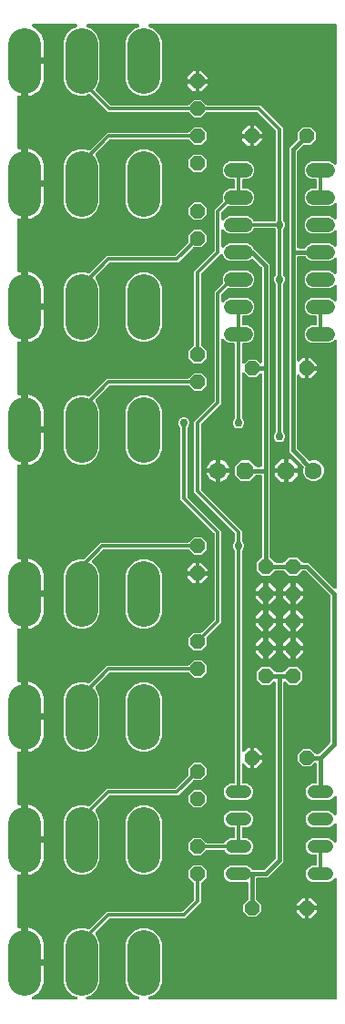
<source format=gtl>
G04 EAGLE Gerber RS-274X export*
G75*
%MOMM*%
%FSLAX34Y34*%
%LPD*%
%INTop Copper*%
%IPPOS*%
%AMOC8*
5,1,8,0,0,1.08239X$1,22.5*%
G01*
%ADD10P,1.429621X8X22.500000*%
%ADD11P,1.429621X8X202.500000*%
%ADD12P,1.732040X8X22.500000*%
%ADD13C,1.600200*%
%ADD14P,1.732040X8X202.500000*%
%ADD15C,3.048000*%
%ADD16C,1.320800*%
%ADD17C,1.208000*%
%ADD18P,1.539592X8X112.500000*%
%ADD19P,1.429621X8X112.500000*%
%ADD20P,1.429621X8X292.500000*%
%ADD21C,0.304800*%
%ADD22C,0.756400*%
%ADD23C,0.406400*%

G36*
X64573Y10166D02*
X64573Y10166D01*
X64623Y10164D01*
X64746Y10186D01*
X64869Y10201D01*
X64916Y10218D01*
X64966Y10227D01*
X65080Y10276D01*
X65197Y10318D01*
X65239Y10345D01*
X65286Y10365D01*
X65385Y10440D01*
X65490Y10507D01*
X65525Y10543D01*
X65565Y10573D01*
X65646Y10668D01*
X65732Y10758D01*
X65758Y10801D01*
X65790Y10839D01*
X65847Y10950D01*
X65911Y11057D01*
X65926Y11105D01*
X65949Y11150D01*
X65979Y11270D01*
X66017Y11389D01*
X66021Y11439D01*
X66033Y11488D01*
X66035Y11612D01*
X66045Y11736D01*
X66038Y11786D01*
X66038Y11836D01*
X66012Y11958D01*
X65993Y12081D01*
X65975Y12128D01*
X65964Y12177D01*
X65911Y12289D01*
X65865Y12405D01*
X65836Y12446D01*
X65814Y12492D01*
X65737Y12589D01*
X65666Y12691D01*
X65628Y12725D01*
X65597Y12764D01*
X65499Y12841D01*
X65407Y12924D01*
X65363Y12949D01*
X65323Y12980D01*
X65106Y13091D01*
X60503Y14998D01*
X55788Y19713D01*
X53235Y25875D01*
X53235Y63025D01*
X55788Y69187D01*
X60503Y73902D01*
X66665Y76455D01*
X73335Y76455D01*
X76042Y75333D01*
X76115Y75312D01*
X76186Y75282D01*
X76282Y75265D01*
X76377Y75238D01*
X76453Y75234D01*
X76529Y75220D01*
X76627Y75225D01*
X76725Y75221D01*
X76800Y75234D01*
X76877Y75238D01*
X76971Y75266D01*
X77068Y75283D01*
X77138Y75314D01*
X77212Y75335D01*
X77297Y75383D01*
X77388Y75422D01*
X77449Y75468D01*
X77516Y75505D01*
X77629Y75602D01*
X77667Y75630D01*
X77680Y75645D01*
X77702Y75664D01*
X91755Y89717D01*
X93987Y91949D01*
X163206Y91949D01*
X163332Y91963D01*
X163458Y91970D01*
X163504Y91983D01*
X163552Y91989D01*
X163671Y92031D01*
X163793Y92066D01*
X163835Y92090D01*
X163881Y92106D01*
X163987Y92175D01*
X164097Y92236D01*
X164143Y92276D01*
X164173Y92295D01*
X164207Y92330D01*
X164283Y92395D01*
X174305Y102417D01*
X174384Y102516D01*
X174468Y102610D01*
X174492Y102652D01*
X174522Y102690D01*
X174576Y102804D01*
X174637Y102915D01*
X174650Y102961D01*
X174671Y103005D01*
X174697Y103128D01*
X174732Y103250D01*
X174737Y103311D01*
X174744Y103346D01*
X174743Y103394D01*
X174751Y103494D01*
X174751Y117922D01*
X174737Y118048D01*
X174730Y118174D01*
X174717Y118220D01*
X174711Y118268D01*
X174669Y118387D01*
X174634Y118509D01*
X174610Y118551D01*
X174594Y118596D01*
X174525Y118703D01*
X174464Y118813D01*
X174424Y118859D01*
X174405Y118889D01*
X174370Y118923D01*
X174305Y118999D01*
X169671Y123633D01*
X169671Y130367D01*
X174433Y135129D01*
X181167Y135129D01*
X185929Y130367D01*
X185929Y123633D01*
X181295Y118999D01*
X181216Y118900D01*
X181132Y118806D01*
X181108Y118764D01*
X181078Y118726D01*
X181024Y118612D01*
X180963Y118501D01*
X180950Y118455D01*
X180929Y118411D01*
X180903Y118288D01*
X180868Y118166D01*
X180863Y118105D01*
X180856Y118070D01*
X180857Y118022D01*
X180849Y117922D01*
X180849Y100337D01*
X166363Y85851D01*
X97144Y85851D01*
X97018Y85837D01*
X96892Y85830D01*
X96846Y85817D01*
X96798Y85811D01*
X96679Y85769D01*
X96557Y85734D01*
X96515Y85710D01*
X96469Y85694D01*
X96363Y85625D01*
X96253Y85564D01*
X96207Y85524D01*
X96177Y85505D01*
X96143Y85470D01*
X96067Y85405D01*
X83107Y72446D01*
X83091Y72425D01*
X83071Y72408D01*
X82983Y72289D01*
X82891Y72173D01*
X82880Y72149D01*
X82864Y72128D01*
X82805Y71992D01*
X82742Y71858D01*
X82736Y71832D01*
X82726Y71808D01*
X82700Y71662D01*
X82668Y71517D01*
X82669Y71491D01*
X82664Y71465D01*
X82672Y71316D01*
X82674Y71169D01*
X82681Y71143D01*
X82682Y71117D01*
X82723Y70974D01*
X82759Y70831D01*
X82771Y70807D01*
X82779Y70782D01*
X82851Y70653D01*
X82919Y70521D01*
X82936Y70501D01*
X82949Y70478D01*
X83107Y70292D01*
X84212Y69186D01*
X86765Y63025D01*
X86765Y25875D01*
X84212Y19713D01*
X79497Y14998D01*
X74894Y13091D01*
X74850Y13067D01*
X74803Y13050D01*
X74698Y12982D01*
X74590Y12922D01*
X74552Y12888D01*
X74510Y12861D01*
X74424Y12771D01*
X74332Y12688D01*
X74303Y12646D01*
X74268Y12610D01*
X74204Y12503D01*
X74133Y12401D01*
X74115Y12354D01*
X74089Y12311D01*
X74051Y12193D01*
X74006Y12077D01*
X73998Y12027D01*
X73983Y11979D01*
X73973Y11855D01*
X73955Y11732D01*
X73959Y11682D01*
X73955Y11632D01*
X73973Y11509D01*
X73984Y11385D01*
X73999Y11337D01*
X74007Y11287D01*
X74052Y11172D01*
X74091Y11053D01*
X74117Y11010D01*
X74135Y10963D01*
X74206Y10861D01*
X74270Y10755D01*
X74306Y10718D01*
X74334Y10677D01*
X74426Y10594D01*
X74513Y10505D01*
X74556Y10477D01*
X74593Y10444D01*
X74702Y10384D01*
X74807Y10316D01*
X74854Y10299D01*
X74898Y10275D01*
X75018Y10241D01*
X75135Y10200D01*
X75185Y10194D01*
X75233Y10180D01*
X75477Y10161D01*
X122523Y10161D01*
X122573Y10166D01*
X122623Y10164D01*
X122746Y10186D01*
X122869Y10201D01*
X122916Y10218D01*
X122966Y10227D01*
X123080Y10276D01*
X123197Y10318D01*
X123239Y10345D01*
X123286Y10365D01*
X123385Y10440D01*
X123490Y10507D01*
X123525Y10543D01*
X123565Y10573D01*
X123646Y10668D01*
X123732Y10758D01*
X123758Y10801D01*
X123790Y10839D01*
X123847Y10950D01*
X123911Y11057D01*
X123926Y11105D01*
X123949Y11150D01*
X123979Y11270D01*
X124017Y11389D01*
X124021Y11439D01*
X124033Y11488D01*
X124035Y11612D01*
X124045Y11736D01*
X124038Y11786D01*
X124038Y11836D01*
X124012Y11958D01*
X123993Y12081D01*
X123975Y12128D01*
X123964Y12177D01*
X123911Y12289D01*
X123865Y12405D01*
X123836Y12446D01*
X123814Y12492D01*
X123737Y12589D01*
X123666Y12691D01*
X123628Y12725D01*
X123597Y12764D01*
X123499Y12841D01*
X123407Y12924D01*
X123363Y12949D01*
X123323Y12980D01*
X123106Y13091D01*
X118503Y14998D01*
X113788Y19713D01*
X111235Y25875D01*
X111235Y63025D01*
X113788Y69187D01*
X118503Y73902D01*
X124665Y76455D01*
X131335Y76455D01*
X137497Y73902D01*
X142212Y69187D01*
X144765Y63025D01*
X144765Y25875D01*
X142212Y19713D01*
X137497Y14998D01*
X132894Y13091D01*
X132850Y13067D01*
X132803Y13050D01*
X132698Y12982D01*
X132590Y12922D01*
X132552Y12888D01*
X132510Y12861D01*
X132424Y12771D01*
X132332Y12688D01*
X132303Y12646D01*
X132268Y12610D01*
X132204Y12503D01*
X132133Y12401D01*
X132115Y12354D01*
X132089Y12311D01*
X132051Y12193D01*
X132006Y12077D01*
X131998Y12027D01*
X131983Y11979D01*
X131973Y11855D01*
X131955Y11732D01*
X131959Y11682D01*
X131955Y11632D01*
X131973Y11509D01*
X131984Y11385D01*
X131999Y11337D01*
X132007Y11287D01*
X132052Y11172D01*
X132091Y11053D01*
X132117Y11010D01*
X132135Y10963D01*
X132206Y10861D01*
X132270Y10755D01*
X132306Y10718D01*
X132334Y10677D01*
X132426Y10594D01*
X132513Y10505D01*
X132556Y10477D01*
X132593Y10444D01*
X132702Y10384D01*
X132807Y10316D01*
X132854Y10299D01*
X132898Y10275D01*
X133018Y10241D01*
X133135Y10200D01*
X133185Y10194D01*
X133233Y10180D01*
X133477Y10161D01*
X305816Y10161D01*
X305842Y10164D01*
X305868Y10162D01*
X306015Y10184D01*
X306162Y10201D01*
X306187Y10209D01*
X306213Y10213D01*
X306351Y10268D01*
X306490Y10318D01*
X306512Y10332D01*
X306537Y10342D01*
X306658Y10427D01*
X306783Y10507D01*
X306801Y10526D01*
X306823Y10541D01*
X306922Y10651D01*
X307025Y10758D01*
X307039Y10780D01*
X307056Y10800D01*
X307128Y10930D01*
X307204Y11057D01*
X307212Y11082D01*
X307225Y11105D01*
X307265Y11248D01*
X307310Y11389D01*
X307312Y11415D01*
X307320Y11440D01*
X307339Y11684D01*
X307339Y121824D01*
X307328Y121924D01*
X307326Y122024D01*
X307308Y122096D01*
X307299Y122170D01*
X307266Y122264D01*
X307241Y122362D01*
X307207Y122428D01*
X307182Y122498D01*
X307127Y122582D01*
X307081Y122672D01*
X307033Y122728D01*
X306993Y122791D01*
X306921Y122861D01*
X306856Y122937D01*
X306796Y122981D01*
X306742Y123033D01*
X306656Y123085D01*
X306575Y123144D01*
X306507Y123174D01*
X306443Y123212D01*
X306347Y123242D01*
X306255Y123282D01*
X306182Y123295D01*
X306111Y123318D01*
X306011Y123326D01*
X305912Y123344D01*
X305838Y123340D01*
X305764Y123346D01*
X305664Y123331D01*
X305564Y123326D01*
X305493Y123305D01*
X305419Y123294D01*
X305326Y123257D01*
X305229Y123229D01*
X305164Y123193D01*
X305095Y123166D01*
X305013Y123108D01*
X304925Y123059D01*
X304849Y122994D01*
X304809Y122967D01*
X304785Y122940D01*
X304739Y122901D01*
X302425Y120587D01*
X299645Y119435D01*
X284555Y119435D01*
X281775Y120587D01*
X279647Y122715D01*
X278495Y125495D01*
X278495Y128505D01*
X279647Y131285D01*
X281775Y133413D01*
X284555Y134565D01*
X287528Y134565D01*
X287554Y134568D01*
X287580Y134566D01*
X287727Y134588D01*
X287874Y134605D01*
X287899Y134613D01*
X287925Y134617D01*
X288063Y134672D01*
X288202Y134722D01*
X288224Y134736D01*
X288249Y134746D01*
X288370Y134831D01*
X288495Y134911D01*
X288513Y134930D01*
X288535Y134945D01*
X288634Y135055D01*
X288737Y135162D01*
X288751Y135184D01*
X288768Y135204D01*
X288840Y135334D01*
X288916Y135461D01*
X288924Y135486D01*
X288937Y135509D01*
X288977Y135652D01*
X289022Y135793D01*
X289024Y135819D01*
X289032Y135844D01*
X289051Y136088D01*
X289051Y143312D01*
X289048Y143338D01*
X289050Y143364D01*
X289028Y143511D01*
X289011Y143658D01*
X289003Y143683D01*
X288999Y143709D01*
X288944Y143847D01*
X288894Y143986D01*
X288880Y144008D01*
X288870Y144033D01*
X288785Y144154D01*
X288705Y144279D01*
X288686Y144297D01*
X288671Y144319D01*
X288561Y144418D01*
X288454Y144521D01*
X288432Y144535D01*
X288412Y144552D01*
X288282Y144624D01*
X288155Y144700D01*
X288130Y144708D01*
X288107Y144721D01*
X287964Y144761D01*
X287823Y144806D01*
X287797Y144808D01*
X287772Y144816D01*
X287528Y144835D01*
X284555Y144835D01*
X281775Y145987D01*
X279647Y148115D01*
X278495Y150895D01*
X278495Y153905D01*
X279647Y156685D01*
X281775Y158813D01*
X284555Y159965D01*
X299645Y159965D01*
X302425Y158813D01*
X304739Y156499D01*
X304817Y156437D01*
X304890Y156367D01*
X304954Y156329D01*
X305012Y156283D01*
X305103Y156240D01*
X305189Y156188D01*
X305260Y156165D01*
X305327Y156134D01*
X305425Y156113D01*
X305521Y156082D01*
X305595Y156076D01*
X305668Y156060D01*
X305768Y156062D01*
X305868Y156054D01*
X305942Y156065D01*
X306016Y156066D01*
X306113Y156091D01*
X306213Y156106D01*
X306282Y156133D01*
X306354Y156151D01*
X306443Y156197D01*
X306537Y156234D01*
X306598Y156277D01*
X306664Y156311D01*
X306740Y156376D01*
X306823Y156433D01*
X306873Y156488D01*
X306929Y156537D01*
X306989Y156618D01*
X307056Y156692D01*
X307092Y156757D01*
X307137Y156817D01*
X307176Y156909D01*
X307225Y156997D01*
X307245Y157069D01*
X307275Y157137D01*
X307292Y157236D01*
X307320Y157333D01*
X307328Y157433D01*
X307336Y157480D01*
X307334Y157516D01*
X307339Y157576D01*
X307339Y172624D01*
X307328Y172724D01*
X307326Y172824D01*
X307308Y172896D01*
X307299Y172970D01*
X307266Y173064D01*
X307241Y173162D01*
X307207Y173228D01*
X307182Y173298D01*
X307127Y173382D01*
X307081Y173472D01*
X307033Y173528D01*
X306993Y173591D01*
X306921Y173661D01*
X306856Y173737D01*
X306796Y173781D01*
X306742Y173833D01*
X306656Y173885D01*
X306575Y173944D01*
X306507Y173974D01*
X306443Y174012D01*
X306347Y174042D01*
X306255Y174082D01*
X306182Y174095D01*
X306111Y174118D01*
X306011Y174126D01*
X305912Y174144D01*
X305838Y174140D01*
X305764Y174146D01*
X305664Y174131D01*
X305564Y174126D01*
X305493Y174105D01*
X305419Y174094D01*
X305326Y174057D01*
X305229Y174029D01*
X305164Y173993D01*
X305095Y173966D01*
X305013Y173908D01*
X304925Y173859D01*
X304849Y173794D01*
X304809Y173767D01*
X304785Y173740D01*
X304739Y173701D01*
X302425Y171387D01*
X299645Y170235D01*
X284555Y170235D01*
X281775Y171387D01*
X279647Y173515D01*
X278495Y176295D01*
X278495Y179305D01*
X279647Y182085D01*
X281775Y184213D01*
X284555Y185365D01*
X299645Y185365D01*
X302425Y184213D01*
X304739Y181899D01*
X304817Y181837D01*
X304890Y181767D01*
X304954Y181729D01*
X305012Y181683D01*
X305103Y181640D01*
X305189Y181588D01*
X305260Y181565D01*
X305327Y181534D01*
X305425Y181513D01*
X305521Y181482D01*
X305595Y181476D01*
X305668Y181460D01*
X305768Y181462D01*
X305868Y181454D01*
X305942Y181465D01*
X306016Y181466D01*
X306113Y181491D01*
X306213Y181506D01*
X306282Y181533D01*
X306354Y181551D01*
X306443Y181597D01*
X306537Y181634D01*
X306598Y181677D01*
X306664Y181711D01*
X306740Y181776D01*
X306823Y181833D01*
X306873Y181888D01*
X306929Y181937D01*
X306989Y182018D01*
X307056Y182092D01*
X307092Y182157D01*
X307137Y182217D01*
X307176Y182309D01*
X307225Y182397D01*
X307245Y182469D01*
X307275Y182537D01*
X307292Y182636D01*
X307320Y182733D01*
X307328Y182833D01*
X307336Y182880D01*
X307334Y182916D01*
X307339Y182976D01*
X307339Y198024D01*
X307328Y198124D01*
X307326Y198224D01*
X307308Y198296D01*
X307299Y198370D01*
X307266Y198464D01*
X307241Y198562D01*
X307207Y198628D01*
X307182Y198698D01*
X307127Y198782D01*
X307081Y198872D01*
X307033Y198928D01*
X306993Y198991D01*
X306921Y199061D01*
X306856Y199137D01*
X306796Y199181D01*
X306742Y199233D01*
X306656Y199285D01*
X306575Y199344D01*
X306507Y199374D01*
X306443Y199412D01*
X306347Y199442D01*
X306255Y199482D01*
X306182Y199495D01*
X306111Y199518D01*
X306011Y199526D01*
X305912Y199544D01*
X305838Y199540D01*
X305764Y199546D01*
X305664Y199531D01*
X305564Y199526D01*
X305493Y199505D01*
X305419Y199494D01*
X305326Y199457D01*
X305229Y199429D01*
X305164Y199393D01*
X305095Y199366D01*
X305013Y199308D01*
X304925Y199259D01*
X304849Y199194D01*
X304809Y199167D01*
X304785Y199140D01*
X304739Y199101D01*
X302425Y196787D01*
X299645Y195635D01*
X284555Y195635D01*
X281775Y196787D01*
X279647Y198915D01*
X278495Y201695D01*
X278495Y204705D01*
X279647Y207485D01*
X281775Y209613D01*
X284555Y210765D01*
X287020Y210765D01*
X287046Y210768D01*
X287072Y210766D01*
X287219Y210788D01*
X287366Y210805D01*
X287391Y210813D01*
X287417Y210817D01*
X287555Y210872D01*
X287694Y210922D01*
X287716Y210936D01*
X287741Y210946D01*
X287862Y211031D01*
X287987Y211111D01*
X288005Y211130D01*
X288027Y211145D01*
X288126Y211255D01*
X288229Y211362D01*
X288243Y211384D01*
X288260Y211404D01*
X288332Y211534D01*
X288408Y211661D01*
X288416Y211686D01*
X288429Y211709D01*
X288469Y211852D01*
X288514Y211993D01*
X288516Y212019D01*
X288524Y212044D01*
X288543Y212288D01*
X288543Y228920D01*
X288532Y229020D01*
X288530Y229120D01*
X288512Y229192D01*
X288503Y229266D01*
X288470Y229361D01*
X288445Y229458D01*
X288411Y229524D01*
X288386Y229594D01*
X288331Y229679D01*
X288285Y229768D01*
X288237Y229825D01*
X288197Y229887D01*
X288125Y229957D01*
X288060Y230033D01*
X288000Y230078D01*
X287946Y230129D01*
X287860Y230181D01*
X287779Y230241D01*
X287711Y230270D01*
X287647Y230308D01*
X287551Y230339D01*
X287459Y230379D01*
X287386Y230392D01*
X287315Y230414D01*
X287215Y230423D01*
X287116Y230440D01*
X287042Y230436D01*
X286968Y230442D01*
X286868Y230428D01*
X286768Y230422D01*
X286697Y230402D01*
X286623Y230391D01*
X286530Y230354D01*
X286433Y230326D01*
X286368Y230289D01*
X286299Y230262D01*
X286217Y230205D01*
X286129Y230156D01*
X286053Y230091D01*
X286013Y230063D01*
X285989Y230037D01*
X285943Y229997D01*
X282767Y226821D01*
X276033Y226821D01*
X271271Y231583D01*
X271271Y238317D01*
X276033Y243079D01*
X282767Y243079D01*
X286893Y238953D01*
X286992Y238874D01*
X287086Y238790D01*
X287128Y238766D01*
X287166Y238736D01*
X287280Y238682D01*
X287391Y238621D01*
X287437Y238608D01*
X287481Y238587D01*
X287604Y238561D01*
X287726Y238526D01*
X287787Y238521D01*
X287822Y238514D01*
X287870Y238515D01*
X287970Y238507D01*
X289996Y238507D01*
X290121Y238521D01*
X290248Y238528D01*
X290294Y238541D01*
X290342Y238547D01*
X290461Y238589D01*
X290582Y238624D01*
X290625Y238648D01*
X290670Y238664D01*
X290776Y238733D01*
X290887Y238794D01*
X290933Y238834D01*
X290963Y238853D01*
X290996Y238888D01*
X291073Y238953D01*
X300797Y248677D01*
X300876Y248776D01*
X300960Y248870D01*
X300984Y248912D01*
X301014Y248950D01*
X301068Y249064D01*
X301129Y249175D01*
X301142Y249222D01*
X301163Y249265D01*
X301189Y249389D01*
X301224Y249510D01*
X301229Y249571D01*
X301236Y249606D01*
X301235Y249654D01*
X301243Y249754D01*
X301243Y385246D01*
X301229Y385371D01*
X301222Y385498D01*
X301209Y385544D01*
X301203Y385592D01*
X301161Y385711D01*
X301126Y385832D01*
X301102Y385875D01*
X301086Y385920D01*
X301017Y386026D01*
X300956Y386137D01*
X300916Y386183D01*
X300897Y386213D01*
X300862Y386246D01*
X300797Y386323D01*
X278373Y408747D01*
X278274Y408826D01*
X278180Y408910D01*
X278138Y408934D01*
X278100Y408964D01*
X277986Y409018D01*
X277875Y409079D01*
X277828Y409092D01*
X277785Y409113D01*
X277661Y409139D01*
X277540Y409174D01*
X277479Y409179D01*
X277444Y409186D01*
X277396Y409185D01*
X277296Y409193D01*
X275988Y409193D01*
X275863Y409179D01*
X275737Y409172D01*
X275690Y409159D01*
X275642Y409153D01*
X275523Y409111D01*
X275402Y409076D01*
X275359Y409052D01*
X275314Y409036D01*
X275208Y408967D01*
X275098Y408906D01*
X275051Y408866D01*
X275021Y408847D01*
X274988Y408812D01*
X274911Y408747D01*
X270277Y404113D01*
X263123Y404113D01*
X258489Y408747D01*
X258390Y408826D01*
X258296Y408910D01*
X258254Y408934D01*
X258216Y408964D01*
X258102Y409018D01*
X257991Y409079D01*
X257944Y409092D01*
X257901Y409113D01*
X257777Y409139D01*
X257655Y409174D01*
X257595Y409179D01*
X257560Y409186D01*
X257512Y409185D01*
X257412Y409193D01*
X250588Y409193D01*
X250463Y409179D01*
X250337Y409172D01*
X250290Y409159D01*
X250242Y409153D01*
X250123Y409111D01*
X250002Y409076D01*
X249959Y409052D01*
X249914Y409036D01*
X249808Y408967D01*
X249698Y408906D01*
X249651Y408866D01*
X249621Y408847D01*
X249588Y408812D01*
X249511Y408747D01*
X244877Y404113D01*
X237723Y404113D01*
X232663Y409173D01*
X232663Y416327D01*
X237297Y420961D01*
X237376Y421060D01*
X237460Y421154D01*
X237484Y421196D01*
X237514Y421234D01*
X237568Y421348D01*
X237629Y421459D01*
X237642Y421506D01*
X237663Y421549D01*
X237689Y421673D01*
X237724Y421795D01*
X237729Y421855D01*
X237736Y421890D01*
X237735Y421938D01*
X237743Y422038D01*
X237743Y496570D01*
X237740Y496596D01*
X237742Y496622D01*
X237720Y496769D01*
X237703Y496916D01*
X237695Y496941D01*
X237691Y496967D01*
X237636Y497105D01*
X237586Y497244D01*
X237572Y497266D01*
X237562Y497291D01*
X237477Y497412D01*
X237397Y497537D01*
X237378Y497555D01*
X237363Y497577D01*
X237254Y497676D01*
X237146Y497779D01*
X237124Y497793D01*
X237104Y497810D01*
X236974Y497882D01*
X236847Y497958D01*
X236822Y497966D01*
X236799Y497979D01*
X236656Y498019D01*
X236515Y498064D01*
X236489Y498066D01*
X236464Y498074D01*
X236220Y498093D01*
X232796Y498093D01*
X232670Y498079D01*
X232544Y498072D01*
X232497Y498059D01*
X232449Y498053D01*
X232330Y498011D01*
X232209Y497976D01*
X232167Y497952D01*
X232121Y497936D01*
X232015Y497867D01*
X231905Y497806D01*
X231859Y497766D01*
X231829Y497747D01*
X231795Y497712D01*
X231719Y497647D01*
X226196Y492124D01*
X218304Y492124D01*
X212724Y497704D01*
X212724Y505596D01*
X218304Y511176D01*
X226196Y511176D01*
X231719Y505653D01*
X231818Y505574D01*
X231911Y505490D01*
X231954Y505466D01*
X231992Y505436D01*
X232106Y505382D01*
X232216Y505321D01*
X232263Y505308D01*
X232307Y505287D01*
X232430Y505261D01*
X232552Y505226D01*
X232613Y505221D01*
X232647Y505214D01*
X232695Y505215D01*
X232796Y505207D01*
X236220Y505207D01*
X236246Y505210D01*
X236272Y505208D01*
X236419Y505230D01*
X236566Y505247D01*
X236591Y505255D01*
X236617Y505259D01*
X236755Y505314D01*
X236894Y505364D01*
X236916Y505378D01*
X236941Y505388D01*
X237062Y505473D01*
X237187Y505553D01*
X237205Y505572D01*
X237227Y505587D01*
X237326Y505697D01*
X237429Y505804D01*
X237443Y505826D01*
X237460Y505846D01*
X237532Y505976D01*
X237608Y506103D01*
X237616Y506128D01*
X237629Y506151D01*
X237669Y506294D01*
X237714Y506435D01*
X237716Y506461D01*
X237724Y506486D01*
X237743Y506730D01*
X237743Y590870D01*
X237732Y590970D01*
X237730Y591070D01*
X237712Y591142D01*
X237703Y591216D01*
X237670Y591311D01*
X237645Y591408D01*
X237611Y591474D01*
X237586Y591544D01*
X237531Y591629D01*
X237485Y591718D01*
X237437Y591775D01*
X237397Y591837D01*
X237325Y591907D01*
X237260Y591983D01*
X237200Y592028D01*
X237146Y592079D01*
X237060Y592131D01*
X236979Y592191D01*
X236911Y592220D01*
X236847Y592258D01*
X236751Y592289D01*
X236659Y592329D01*
X236586Y592342D01*
X236515Y592364D01*
X236415Y592373D01*
X236316Y592390D01*
X236242Y592386D01*
X236168Y592392D01*
X236068Y592378D01*
X235968Y592372D01*
X235897Y592352D01*
X235823Y592341D01*
X235730Y592304D01*
X235633Y592276D01*
X235568Y592239D01*
X235499Y592212D01*
X235417Y592155D01*
X235329Y592106D01*
X235253Y592041D01*
X235213Y592013D01*
X235189Y591987D01*
X235143Y591947D01*
X231967Y588771D01*
X225233Y588771D01*
X221549Y592455D01*
X221471Y592518D01*
X221398Y592587D01*
X221334Y592626D01*
X221276Y592672D01*
X221185Y592715D01*
X221099Y592766D01*
X221028Y592789D01*
X220961Y592821D01*
X220863Y592842D01*
X220767Y592872D01*
X220693Y592878D01*
X220620Y592894D01*
X220520Y592892D01*
X220420Y592900D01*
X220346Y592889D01*
X220272Y592888D01*
X220175Y592864D01*
X220075Y592849D01*
X220006Y592821D01*
X219934Y592803D01*
X219844Y592757D01*
X219751Y592720D01*
X219690Y592678D01*
X219624Y592643D01*
X219547Y592578D01*
X219465Y592521D01*
X219415Y592466D01*
X219359Y592418D01*
X219299Y592337D01*
X219232Y592262D01*
X219196Y592197D01*
X219151Y592137D01*
X219112Y592045D01*
X219063Y591957D01*
X219043Y591886D01*
X219013Y591817D01*
X218996Y591719D01*
X218968Y591622D01*
X218960Y591522D01*
X218952Y591474D01*
X218954Y591439D01*
X218949Y591378D01*
X218949Y551187D01*
X218963Y551061D01*
X218970Y550935D01*
X218983Y550889D01*
X218989Y550841D01*
X219031Y550722D01*
X219066Y550600D01*
X219090Y550558D01*
X219106Y550513D01*
X219175Y550407D01*
X219236Y550296D01*
X219276Y550250D01*
X219295Y550220D01*
X219330Y550186D01*
X219395Y550110D01*
X220399Y549106D01*
X221207Y547156D01*
X221207Y545044D01*
X220399Y543094D01*
X218906Y541601D01*
X216956Y540793D01*
X214844Y540793D01*
X212894Y541601D01*
X211401Y543094D01*
X210593Y545044D01*
X210593Y547156D01*
X211401Y549106D01*
X212405Y550110D01*
X212484Y550209D01*
X212568Y550303D01*
X212592Y550345D01*
X212622Y550383D01*
X212676Y550497D01*
X212737Y550608D01*
X212750Y550654D01*
X212771Y550698D01*
X212797Y550821D01*
X212832Y550943D01*
X212837Y551004D01*
X212844Y551039D01*
X212843Y551087D01*
X212851Y551187D01*
X212851Y618998D01*
X212848Y619024D01*
X212850Y619050D01*
X212828Y619197D01*
X212811Y619344D01*
X212803Y619369D01*
X212799Y619395D01*
X212744Y619533D01*
X212694Y619672D01*
X212680Y619694D01*
X212670Y619719D01*
X212585Y619840D01*
X212505Y619965D01*
X212486Y619983D01*
X212471Y620005D01*
X212361Y620104D01*
X212254Y620207D01*
X212232Y620221D01*
X212212Y620238D01*
X212082Y620310D01*
X211955Y620386D01*
X211930Y620394D01*
X211907Y620407D01*
X211764Y620447D01*
X211623Y620492D01*
X211597Y620494D01*
X211572Y620502D01*
X211328Y620521D01*
X207679Y620521D01*
X204691Y621759D01*
X202499Y623951D01*
X202421Y624014D01*
X202348Y624083D01*
X202284Y624122D01*
X202226Y624168D01*
X202135Y624211D01*
X202049Y624262D01*
X201978Y624285D01*
X201911Y624317D01*
X201813Y624338D01*
X201717Y624368D01*
X201643Y624374D01*
X201570Y624390D01*
X201470Y624388D01*
X201370Y624396D01*
X201296Y624385D01*
X201222Y624384D01*
X201125Y624360D01*
X201025Y624345D01*
X200956Y624317D01*
X200884Y624299D01*
X200795Y624253D01*
X200701Y624216D01*
X200640Y624174D01*
X200574Y624139D01*
X200498Y624074D01*
X200415Y624017D01*
X200365Y623962D01*
X200309Y623914D01*
X200249Y623833D01*
X200182Y623758D01*
X200146Y623693D01*
X200101Y623633D01*
X200062Y623541D01*
X200013Y623453D01*
X199993Y623382D01*
X199963Y623313D01*
X199946Y623215D01*
X199918Y623118D01*
X199910Y623018D01*
X199902Y622970D01*
X199904Y622935D01*
X199899Y622874D01*
X199899Y563887D01*
X181295Y545283D01*
X181216Y545184D01*
X181132Y545090D01*
X181108Y545048D01*
X181078Y545010D01*
X181024Y544896D01*
X180963Y544785D01*
X180950Y544739D01*
X180929Y544695D01*
X180903Y544572D01*
X180868Y544450D01*
X180863Y544389D01*
X180856Y544354D01*
X180857Y544306D01*
X180849Y544206D01*
X180849Y484494D01*
X180863Y484368D01*
X180870Y484242D01*
X180883Y484196D01*
X180889Y484148D01*
X180931Y484029D01*
X180966Y483907D01*
X180990Y483865D01*
X181006Y483819D01*
X181075Y483713D01*
X181136Y483603D01*
X181176Y483557D01*
X181195Y483527D01*
X181230Y483493D01*
X181295Y483417D01*
X218949Y445763D01*
X218949Y436887D01*
X218963Y436761D01*
X218970Y436635D01*
X218983Y436589D01*
X218989Y436541D01*
X219031Y436422D01*
X219066Y436300D01*
X219090Y436258D01*
X219106Y436213D01*
X219175Y436107D01*
X219236Y435996D01*
X219276Y435950D01*
X219295Y435920D01*
X219330Y435886D01*
X219395Y435810D01*
X220399Y434806D01*
X221207Y432856D01*
X221207Y430744D01*
X220399Y428794D01*
X219395Y427790D01*
X219316Y427691D01*
X219232Y427597D01*
X219208Y427555D01*
X219178Y427517D01*
X219124Y427403D01*
X219063Y427292D01*
X219050Y427246D01*
X219029Y427202D01*
X219003Y427079D01*
X218968Y426957D01*
X218963Y426896D01*
X218956Y426861D01*
X218957Y426813D01*
X218949Y426713D01*
X218949Y241909D01*
X218960Y241809D01*
X218962Y241709D01*
X218980Y241636D01*
X218989Y241563D01*
X219022Y241468D01*
X219047Y241371D01*
X219081Y241304D01*
X219106Y241234D01*
X219161Y241150D01*
X219207Y241061D01*
X219255Y241004D01*
X219295Y240942D01*
X219367Y240872D01*
X219432Y240795D01*
X219492Y240751D01*
X219546Y240699D01*
X219632Y240648D01*
X219713Y240588D01*
X219781Y240559D01*
X219845Y240521D01*
X219941Y240490D01*
X220033Y240450D01*
X220106Y240437D01*
X220177Y240414D01*
X220277Y240406D01*
X220376Y240389D01*
X220450Y240392D01*
X220524Y240386D01*
X220624Y240401D01*
X220724Y240406D01*
X220795Y240427D01*
X220869Y240438D01*
X220962Y240475D01*
X221059Y240503D01*
X221124Y240539D01*
X221193Y240567D01*
X221275Y240624D01*
X221363Y240673D01*
X221439Y240738D01*
X221479Y240766D01*
X221503Y240792D01*
X221549Y240832D01*
X224812Y244095D01*
X226569Y244095D01*
X226569Y235458D01*
X226572Y235432D01*
X226570Y235406D01*
X226592Y235259D01*
X226609Y235112D01*
X226617Y235087D01*
X226621Y235061D01*
X226664Y234954D01*
X226643Y234878D01*
X226598Y234737D01*
X226595Y234711D01*
X226588Y234686D01*
X226569Y234442D01*
X226569Y225805D01*
X224812Y225805D01*
X221549Y229068D01*
X221471Y229131D01*
X221398Y229201D01*
X221374Y229215D01*
X221362Y229226D01*
X221325Y229246D01*
X221276Y229285D01*
X221185Y229328D01*
X221099Y229379D01*
X221063Y229391D01*
X221057Y229394D01*
X221026Y229403D01*
X220961Y229434D01*
X220863Y229455D01*
X220767Y229486D01*
X220693Y229492D01*
X220620Y229507D01*
X220520Y229506D01*
X220420Y229514D01*
X220346Y229503D01*
X220272Y229501D01*
X220175Y229477D01*
X220075Y229462D01*
X220006Y229434D01*
X219934Y229416D01*
X219844Y229370D01*
X219751Y229333D01*
X219690Y229291D01*
X219624Y229257D01*
X219548Y229192D01*
X219514Y229168D01*
X219505Y229162D01*
X219504Y229161D01*
X219465Y229134D01*
X219415Y229079D01*
X219359Y229031D01*
X219299Y228950D01*
X219288Y228938D01*
X219263Y228912D01*
X219259Y228906D01*
X219232Y228875D01*
X219196Y228810D01*
X219151Y228751D01*
X219113Y228662D01*
X219084Y228613D01*
X219080Y228601D01*
X219063Y228570D01*
X219043Y228499D01*
X219013Y228431D01*
X218998Y228344D01*
X218978Y228281D01*
X218976Y228263D01*
X218968Y228235D01*
X218960Y228135D01*
X218952Y228087D01*
X218954Y228052D01*
X218949Y227991D01*
X218949Y212288D01*
X218952Y212262D01*
X218950Y212236D01*
X218972Y212089D01*
X218989Y211942D01*
X218997Y211917D01*
X219001Y211891D01*
X219056Y211753D01*
X219106Y211614D01*
X219120Y211592D01*
X219130Y211567D01*
X219215Y211446D01*
X219295Y211321D01*
X219314Y211303D01*
X219329Y211281D01*
X219439Y211182D01*
X219546Y211079D01*
X219568Y211065D01*
X219588Y211048D01*
X219718Y210976D01*
X219845Y210900D01*
X219870Y210892D01*
X219893Y210879D01*
X220036Y210839D01*
X220177Y210794D01*
X220203Y210792D01*
X220228Y210784D01*
X220472Y210765D01*
X223445Y210765D01*
X226225Y209613D01*
X228353Y207485D01*
X229505Y204705D01*
X229505Y201695D01*
X228353Y198915D01*
X226225Y196787D01*
X223445Y195635D01*
X208355Y195635D01*
X205575Y196787D01*
X203447Y198915D01*
X202295Y201695D01*
X202295Y204705D01*
X203447Y207485D01*
X205575Y209613D01*
X208355Y210765D01*
X211328Y210765D01*
X211354Y210768D01*
X211380Y210766D01*
X211527Y210788D01*
X211674Y210805D01*
X211699Y210813D01*
X211725Y210817D01*
X211863Y210872D01*
X212002Y210922D01*
X212024Y210936D01*
X212049Y210946D01*
X212170Y211031D01*
X212295Y211111D01*
X212313Y211130D01*
X212335Y211145D01*
X212434Y211255D01*
X212537Y211362D01*
X212551Y211384D01*
X212568Y211404D01*
X212640Y211534D01*
X212716Y211661D01*
X212724Y211686D01*
X212737Y211709D01*
X212777Y211852D01*
X212822Y211993D01*
X212824Y212019D01*
X212832Y212044D01*
X212851Y212288D01*
X212851Y426713D01*
X212837Y426839D01*
X212830Y426965D01*
X212817Y427011D01*
X212811Y427059D01*
X212769Y427178D01*
X212734Y427300D01*
X212710Y427342D01*
X212694Y427387D01*
X212625Y427493D01*
X212564Y427604D01*
X212524Y427650D01*
X212505Y427680D01*
X212470Y427714D01*
X212405Y427790D01*
X211401Y428794D01*
X210593Y430744D01*
X210593Y432856D01*
X211401Y434806D01*
X212405Y435810D01*
X212484Y435909D01*
X212568Y436003D01*
X212592Y436045D01*
X212622Y436083D01*
X212676Y436197D01*
X212737Y436308D01*
X212750Y436354D01*
X212771Y436398D01*
X212797Y436521D01*
X212832Y436643D01*
X212837Y436704D01*
X212844Y436739D01*
X212843Y436787D01*
X212851Y436887D01*
X212851Y442606D01*
X212837Y442732D01*
X212830Y442858D01*
X212817Y442904D01*
X212811Y442952D01*
X212769Y443071D01*
X212734Y443193D01*
X212710Y443235D01*
X212694Y443281D01*
X212625Y443387D01*
X212564Y443497D01*
X212524Y443543D01*
X212505Y443573D01*
X212470Y443607D01*
X212405Y443683D01*
X174751Y481337D01*
X174751Y547363D01*
X193355Y565967D01*
X193434Y566066D01*
X193518Y566160D01*
X193542Y566202D01*
X193572Y566240D01*
X193626Y566354D01*
X193687Y566465D01*
X193700Y566511D01*
X193721Y566555D01*
X193747Y566678D01*
X193782Y566800D01*
X193787Y566861D01*
X193794Y566896D01*
X193793Y566944D01*
X193801Y567044D01*
X193801Y668013D01*
X201166Y675378D01*
X201214Y675438D01*
X201269Y675491D01*
X201322Y675574D01*
X201383Y675651D01*
X201416Y675720D01*
X201457Y675784D01*
X201490Y675877D01*
X201532Y675966D01*
X201548Y676041D01*
X201574Y676113D01*
X201585Y676211D01*
X201605Y676307D01*
X201604Y676383D01*
X201613Y676459D01*
X201601Y676557D01*
X201599Y676655D01*
X201581Y676729D01*
X201572Y676805D01*
X201526Y676947D01*
X201514Y676993D01*
X201506Y677010D01*
X201497Y677038D01*
X201167Y677833D01*
X201167Y681067D01*
X202405Y684055D01*
X204691Y686341D01*
X207679Y687579D01*
X224121Y687579D01*
X227109Y686341D01*
X229395Y684055D01*
X230633Y681067D01*
X230633Y677833D01*
X229395Y674845D01*
X227109Y672559D01*
X224121Y671321D01*
X207679Y671321D01*
X207243Y671502D01*
X207170Y671523D01*
X207100Y671553D01*
X207003Y671570D01*
X206908Y671597D01*
X206832Y671601D01*
X206757Y671615D01*
X206658Y671610D01*
X206560Y671614D01*
X206485Y671601D01*
X206408Y671597D01*
X206314Y671570D01*
X206217Y671552D01*
X206147Y671521D01*
X206074Y671500D01*
X205988Y671452D01*
X205898Y671413D01*
X205836Y671367D01*
X205769Y671330D01*
X205656Y671233D01*
X205618Y671205D01*
X205605Y671191D01*
X205583Y671172D01*
X200345Y665933D01*
X200266Y665834D01*
X200182Y665740D01*
X200158Y665698D01*
X200128Y665660D01*
X200074Y665546D01*
X200013Y665435D01*
X200000Y665389D01*
X199979Y665345D01*
X199953Y665222D01*
X199918Y665100D01*
X199913Y665039D01*
X199906Y665004D01*
X199907Y664956D01*
X199899Y664856D01*
X199899Y659826D01*
X199910Y659726D01*
X199912Y659626D01*
X199930Y659554D01*
X199939Y659480D01*
X199972Y659385D01*
X199997Y659288D01*
X200031Y659222D01*
X200056Y659152D01*
X200111Y659067D01*
X200157Y658978D01*
X200205Y658921D01*
X200245Y658859D01*
X200317Y658789D01*
X200382Y658713D01*
X200442Y658668D01*
X200496Y658617D01*
X200582Y658565D01*
X200663Y658505D01*
X200731Y658476D01*
X200795Y658438D01*
X200891Y658407D01*
X200983Y658367D01*
X201056Y658354D01*
X201127Y658332D01*
X201227Y658323D01*
X201326Y658306D01*
X201400Y658310D01*
X201474Y658304D01*
X201574Y658318D01*
X201674Y658324D01*
X201745Y658344D01*
X201819Y658355D01*
X201912Y658392D01*
X202009Y658420D01*
X202074Y658457D01*
X202143Y658484D01*
X202225Y658541D01*
X202313Y658590D01*
X202389Y658655D01*
X202429Y658683D01*
X202453Y658709D01*
X202499Y658749D01*
X204691Y660941D01*
X207679Y662179D01*
X224121Y662179D01*
X227109Y660941D01*
X229395Y658655D01*
X230633Y655667D01*
X230633Y652433D01*
X229395Y649445D01*
X227109Y647159D01*
X224121Y645921D01*
X220472Y645921D01*
X220446Y645918D01*
X220420Y645920D01*
X220273Y645898D01*
X220126Y645881D01*
X220101Y645873D01*
X220075Y645869D01*
X219937Y645814D01*
X219798Y645764D01*
X219776Y645750D01*
X219751Y645740D01*
X219630Y645655D01*
X219505Y645575D01*
X219487Y645556D01*
X219465Y645541D01*
X219366Y645431D01*
X219263Y645324D01*
X219249Y645302D01*
X219232Y645282D01*
X219160Y645152D01*
X219084Y645025D01*
X219076Y645000D01*
X219063Y644977D01*
X219023Y644834D01*
X218978Y644693D01*
X218976Y644667D01*
X218968Y644642D01*
X218949Y644398D01*
X218949Y638302D01*
X218952Y638276D01*
X218950Y638250D01*
X218972Y638103D01*
X218989Y637956D01*
X218997Y637931D01*
X219001Y637905D01*
X219056Y637767D01*
X219106Y637628D01*
X219120Y637606D01*
X219130Y637581D01*
X219215Y637460D01*
X219295Y637335D01*
X219314Y637317D01*
X219329Y637295D01*
X219439Y637196D01*
X219546Y637093D01*
X219568Y637079D01*
X219588Y637062D01*
X219718Y636990D01*
X219845Y636914D01*
X219870Y636906D01*
X219893Y636893D01*
X220036Y636853D01*
X220177Y636808D01*
X220203Y636806D01*
X220228Y636798D01*
X220472Y636779D01*
X224121Y636779D01*
X227109Y635541D01*
X229395Y633255D01*
X230633Y630267D01*
X230633Y627033D01*
X229395Y624045D01*
X227109Y621759D01*
X224121Y620521D01*
X220472Y620521D01*
X220446Y620518D01*
X220420Y620520D01*
X220273Y620498D01*
X220126Y620481D01*
X220101Y620473D01*
X220075Y620469D01*
X219937Y620414D01*
X219798Y620364D01*
X219776Y620350D01*
X219751Y620340D01*
X219630Y620255D01*
X219505Y620175D01*
X219487Y620156D01*
X219465Y620141D01*
X219366Y620031D01*
X219263Y619924D01*
X219249Y619902D01*
X219232Y619882D01*
X219160Y619752D01*
X219084Y619625D01*
X219076Y619600D01*
X219063Y619577D01*
X219023Y619434D01*
X218978Y619293D01*
X218976Y619267D01*
X218968Y619242D01*
X218949Y618998D01*
X218949Y602422D01*
X218960Y602322D01*
X218962Y602222D01*
X218980Y602150D01*
X218989Y602076D01*
X219022Y601981D01*
X219047Y601884D01*
X219081Y601818D01*
X219106Y601748D01*
X219161Y601663D01*
X219207Y601574D01*
X219255Y601517D01*
X219295Y601455D01*
X219367Y601385D01*
X219432Y601309D01*
X219492Y601264D01*
X219546Y601213D01*
X219632Y601161D01*
X219713Y601101D01*
X219781Y601072D01*
X219845Y601034D01*
X219941Y601003D01*
X220033Y600963D01*
X220106Y600950D01*
X220177Y600928D01*
X220277Y600919D01*
X220376Y600902D01*
X220450Y600906D01*
X220524Y600900D01*
X220624Y600914D01*
X220724Y600920D01*
X220795Y600940D01*
X220869Y600951D01*
X220962Y600988D01*
X221059Y601016D01*
X221124Y601053D01*
X221193Y601080D01*
X221275Y601137D01*
X221363Y601186D01*
X221439Y601251D01*
X221479Y601279D01*
X221503Y601305D01*
X221549Y601345D01*
X225233Y605029D01*
X231967Y605029D01*
X235143Y601853D01*
X235221Y601790D01*
X235294Y601721D01*
X235358Y601682D01*
X235416Y601636D01*
X235507Y601593D01*
X235593Y601542D01*
X235664Y601519D01*
X235731Y601487D01*
X235829Y601466D01*
X235925Y601436D01*
X235999Y601430D01*
X236072Y601414D01*
X236172Y601416D01*
X236272Y601408D01*
X236346Y601419D01*
X236420Y601420D01*
X236517Y601444D01*
X236617Y601459D01*
X236686Y601487D01*
X236758Y601505D01*
X236847Y601551D01*
X236941Y601588D01*
X237002Y601630D01*
X237068Y601665D01*
X237144Y601730D01*
X237227Y601787D01*
X237277Y601842D01*
X237333Y601890D01*
X237393Y601971D01*
X237460Y602046D01*
X237496Y602111D01*
X237541Y602171D01*
X237580Y602263D01*
X237629Y602351D01*
X237649Y602422D01*
X237679Y602491D01*
X237696Y602589D01*
X237724Y602686D01*
X237732Y602786D01*
X237740Y602834D01*
X237738Y602869D01*
X237743Y602930D01*
X237743Y690046D01*
X237729Y690171D01*
X237722Y690298D01*
X237709Y690344D01*
X237703Y690392D01*
X237661Y690511D01*
X237626Y690632D01*
X237602Y690675D01*
X237586Y690720D01*
X237517Y690826D01*
X237456Y690937D01*
X237416Y690983D01*
X237397Y691013D01*
X237362Y691047D01*
X237297Y691123D01*
X229862Y698558D01*
X229841Y698574D01*
X229824Y698594D01*
X229705Y698683D01*
X229589Y698775D01*
X229565Y698786D01*
X229544Y698801D01*
X229408Y698860D01*
X229274Y698924D01*
X229248Y698929D01*
X229224Y698940D01*
X229078Y698966D01*
X228933Y698997D01*
X228907Y698997D01*
X228881Y699001D01*
X228733Y698994D01*
X228585Y698991D01*
X228559Y698985D01*
X228533Y698983D01*
X228391Y698942D01*
X228247Y698906D01*
X228223Y698894D01*
X228198Y698887D01*
X228069Y698814D01*
X227937Y698746D01*
X227917Y698729D01*
X227894Y698717D01*
X227708Y698558D01*
X227109Y697959D01*
X224121Y696721D01*
X207679Y696721D01*
X204691Y697959D01*
X202405Y700245D01*
X201564Y702274D01*
X201492Y702405D01*
X201423Y702539D01*
X201407Y702558D01*
X201395Y702579D01*
X201294Y702690D01*
X201197Y702805D01*
X201177Y702819D01*
X201161Y702837D01*
X201037Y702923D01*
X200916Y703012D01*
X200894Y703021D01*
X200874Y703035D01*
X200734Y703090D01*
X200596Y703150D01*
X200573Y703154D01*
X200550Y703163D01*
X200401Y703185D01*
X200253Y703212D01*
X200229Y703210D01*
X200205Y703214D01*
X200055Y703201D01*
X199905Y703194D01*
X199882Y703187D01*
X199858Y703185D01*
X199715Y703139D01*
X199570Y703097D01*
X199549Y703085D01*
X199526Y703078D01*
X199398Y703000D01*
X199266Y702927D01*
X199244Y702908D01*
X199228Y702898D01*
X199194Y702865D01*
X199080Y702768D01*
X181295Y684983D01*
X181216Y684884D01*
X181132Y684790D01*
X181108Y684748D01*
X181078Y684710D01*
X181024Y684596D01*
X180963Y684485D01*
X180950Y684439D01*
X180929Y684395D01*
X180903Y684272D01*
X180868Y684150D01*
X180863Y684089D01*
X180856Y684054D01*
X180857Y684006D01*
X180849Y683906D01*
X180849Y618678D01*
X180863Y618552D01*
X180870Y618426D01*
X180883Y618380D01*
X180889Y618332D01*
X180931Y618213D01*
X180966Y618091D01*
X180990Y618049D01*
X181006Y618004D01*
X181075Y617897D01*
X181136Y617787D01*
X181176Y617741D01*
X181195Y617711D01*
X181230Y617677D01*
X181295Y617601D01*
X185929Y612967D01*
X185929Y606233D01*
X181167Y601471D01*
X174433Y601471D01*
X169671Y606233D01*
X169671Y612967D01*
X174305Y617601D01*
X174384Y617700D01*
X174468Y617794D01*
X174492Y617836D01*
X174522Y617874D01*
X174576Y617988D01*
X174637Y618099D01*
X174650Y618145D01*
X174671Y618189D01*
X174697Y618312D01*
X174732Y618434D01*
X174737Y618495D01*
X174744Y618530D01*
X174743Y618578D01*
X174751Y618678D01*
X174751Y687063D01*
X193355Y705667D01*
X193434Y705766D01*
X193518Y705860D01*
X193542Y705902D01*
X193572Y705940D01*
X193626Y706054D01*
X193687Y706165D01*
X193700Y706211D01*
X193721Y706255D01*
X193747Y706378D01*
X193782Y706500D01*
X193787Y706561D01*
X193794Y706596D01*
X193793Y706644D01*
X193801Y706744D01*
X193801Y744213D01*
X201166Y751578D01*
X201214Y751638D01*
X201269Y751691D01*
X201322Y751774D01*
X201383Y751851D01*
X201416Y751920D01*
X201457Y751984D01*
X201490Y752077D01*
X201532Y752166D01*
X201548Y752241D01*
X201574Y752313D01*
X201585Y752411D01*
X201605Y752507D01*
X201604Y752583D01*
X201613Y752659D01*
X201601Y752757D01*
X201599Y752855D01*
X201581Y752929D01*
X201572Y753005D01*
X201526Y753147D01*
X201514Y753193D01*
X201506Y753210D01*
X201497Y753238D01*
X201167Y754033D01*
X201167Y757267D01*
X202405Y760255D01*
X204691Y762541D01*
X207679Y763779D01*
X211328Y763779D01*
X211354Y763782D01*
X211380Y763780D01*
X211527Y763802D01*
X211674Y763819D01*
X211699Y763827D01*
X211725Y763831D01*
X211863Y763886D01*
X212002Y763936D01*
X212024Y763950D01*
X212049Y763960D01*
X212170Y764045D01*
X212295Y764125D01*
X212313Y764144D01*
X212335Y764159D01*
X212434Y764269D01*
X212537Y764376D01*
X212551Y764398D01*
X212568Y764418D01*
X212640Y764548D01*
X212716Y764675D01*
X212724Y764700D01*
X212737Y764723D01*
X212777Y764866D01*
X212822Y765007D01*
X212824Y765033D01*
X212832Y765058D01*
X212851Y765302D01*
X212851Y771398D01*
X212848Y771424D01*
X212850Y771450D01*
X212828Y771597D01*
X212811Y771744D01*
X212803Y771769D01*
X212799Y771795D01*
X212744Y771933D01*
X212694Y772072D01*
X212680Y772094D01*
X212670Y772119D01*
X212585Y772240D01*
X212505Y772365D01*
X212486Y772383D01*
X212471Y772405D01*
X212361Y772504D01*
X212254Y772607D01*
X212232Y772621D01*
X212212Y772638D01*
X212082Y772710D01*
X211955Y772786D01*
X211930Y772794D01*
X211907Y772807D01*
X211764Y772847D01*
X211623Y772892D01*
X211597Y772894D01*
X211572Y772902D01*
X211328Y772921D01*
X207679Y772921D01*
X204691Y774159D01*
X202405Y776445D01*
X201167Y779433D01*
X201167Y782667D01*
X202405Y785655D01*
X204691Y787941D01*
X207679Y789179D01*
X224121Y789179D01*
X227109Y787941D01*
X229395Y785655D01*
X230633Y782667D01*
X230633Y779433D01*
X229395Y776445D01*
X227109Y774159D01*
X224121Y772921D01*
X220472Y772921D01*
X220446Y772918D01*
X220420Y772920D01*
X220273Y772898D01*
X220126Y772881D01*
X220101Y772873D01*
X220075Y772869D01*
X219937Y772814D01*
X219798Y772764D01*
X219776Y772750D01*
X219751Y772740D01*
X219630Y772655D01*
X219505Y772575D01*
X219487Y772556D01*
X219465Y772541D01*
X219366Y772431D01*
X219263Y772324D01*
X219249Y772302D01*
X219232Y772282D01*
X219160Y772152D01*
X219084Y772025D01*
X219076Y772000D01*
X219063Y771977D01*
X219023Y771834D01*
X218978Y771693D01*
X218976Y771667D01*
X218968Y771642D01*
X218949Y771398D01*
X218949Y765302D01*
X218952Y765276D01*
X218950Y765250D01*
X218972Y765103D01*
X218989Y764956D01*
X218997Y764931D01*
X219001Y764905D01*
X219056Y764767D01*
X219106Y764628D01*
X219120Y764606D01*
X219130Y764581D01*
X219215Y764460D01*
X219295Y764335D01*
X219314Y764317D01*
X219329Y764295D01*
X219439Y764196D01*
X219546Y764093D01*
X219568Y764079D01*
X219588Y764062D01*
X219718Y763990D01*
X219845Y763914D01*
X219870Y763906D01*
X219893Y763893D01*
X220036Y763853D01*
X220177Y763808D01*
X220203Y763806D01*
X220228Y763798D01*
X220472Y763779D01*
X224121Y763779D01*
X227109Y762541D01*
X229395Y760255D01*
X230633Y757267D01*
X230633Y754033D01*
X229395Y751045D01*
X227109Y748759D01*
X224121Y747521D01*
X207679Y747521D01*
X207243Y747702D01*
X207170Y747723D01*
X207100Y747753D01*
X207003Y747770D01*
X206908Y747797D01*
X206832Y747801D01*
X206757Y747815D01*
X206658Y747810D01*
X206560Y747814D01*
X206485Y747801D01*
X206408Y747797D01*
X206314Y747770D01*
X206217Y747752D01*
X206147Y747721D01*
X206074Y747700D01*
X205988Y747652D01*
X205897Y747613D01*
X205836Y747567D01*
X205769Y747530D01*
X205656Y747433D01*
X205618Y747405D01*
X205605Y747391D01*
X205583Y747372D01*
X200345Y742133D01*
X200266Y742034D01*
X200182Y741940D01*
X200158Y741898D01*
X200128Y741860D01*
X200074Y741746D01*
X200013Y741635D01*
X200000Y741589D01*
X199979Y741545D01*
X199953Y741422D01*
X199918Y741300D01*
X199913Y741239D01*
X199906Y741204D01*
X199907Y741156D01*
X199899Y741056D01*
X199899Y736026D01*
X199910Y735926D01*
X199912Y735826D01*
X199930Y735754D01*
X199939Y735680D01*
X199972Y735585D01*
X199997Y735488D01*
X200031Y735422D01*
X200056Y735352D01*
X200111Y735267D01*
X200157Y735178D01*
X200205Y735121D01*
X200245Y735059D01*
X200317Y734989D01*
X200382Y734913D01*
X200442Y734868D01*
X200496Y734817D01*
X200582Y734765D01*
X200663Y734705D01*
X200731Y734676D01*
X200795Y734638D01*
X200891Y734607D01*
X200983Y734567D01*
X201056Y734554D01*
X201127Y734532D01*
X201227Y734523D01*
X201326Y734506D01*
X201400Y734510D01*
X201474Y734504D01*
X201574Y734518D01*
X201674Y734524D01*
X201745Y734544D01*
X201819Y734555D01*
X201912Y734592D01*
X202009Y734620D01*
X202074Y734657D01*
X202143Y734684D01*
X202225Y734741D01*
X202313Y734790D01*
X202389Y734855D01*
X202429Y734883D01*
X202453Y734909D01*
X202499Y734949D01*
X204691Y737141D01*
X207679Y738379D01*
X224121Y738379D01*
X227109Y737141D01*
X229395Y734855D01*
X229650Y734239D01*
X229687Y734172D01*
X229716Y734101D01*
X229772Y734021D01*
X229819Y733934D01*
X229871Y733878D01*
X229914Y733815D01*
X229987Y733749D01*
X230054Y733676D01*
X230117Y733633D01*
X230173Y733582D01*
X230259Y733534D01*
X230340Y733478D01*
X230411Y733450D01*
X230478Y733413D01*
X230573Y733386D01*
X230665Y733350D01*
X230740Y733339D01*
X230814Y733318D01*
X230963Y733306D01*
X231009Y733299D01*
X231028Y733301D01*
X231057Y733299D01*
X248913Y733299D01*
X249039Y733313D01*
X249165Y733320D01*
X249211Y733333D01*
X249259Y733339D01*
X249378Y733381D01*
X249500Y733416D01*
X249542Y733440D01*
X249587Y733456D01*
X249693Y733525D01*
X249804Y733586D01*
X249850Y733626D01*
X249880Y733645D01*
X249914Y733680D01*
X249990Y733745D01*
X250505Y734260D01*
X250584Y734359D01*
X250668Y734453D01*
X250692Y734495D01*
X250722Y734533D01*
X250776Y734647D01*
X250837Y734758D01*
X250850Y734804D01*
X250871Y734848D01*
X250897Y734971D01*
X250932Y735093D01*
X250937Y735154D01*
X250944Y735189D01*
X250943Y735237D01*
X250951Y735337D01*
X250951Y817256D01*
X250937Y817382D01*
X250930Y817508D01*
X250917Y817554D01*
X250911Y817602D01*
X250869Y817721D01*
X250834Y817843D01*
X250810Y817885D01*
X250794Y817931D01*
X250725Y818037D01*
X250664Y818147D01*
X250624Y818193D01*
X250605Y818223D01*
X250570Y818257D01*
X250505Y818333D01*
X234133Y834705D01*
X234034Y834784D01*
X233940Y834868D01*
X233898Y834892D01*
X233860Y834922D01*
X233746Y834976D01*
X233635Y835037D01*
X233589Y835050D01*
X233545Y835071D01*
X233422Y835097D01*
X233300Y835132D01*
X233239Y835137D01*
X233204Y835144D01*
X233156Y835143D01*
X233056Y835151D01*
X186878Y835151D01*
X186752Y835137D01*
X186626Y835130D01*
X186580Y835117D01*
X186532Y835111D01*
X186413Y835069D01*
X186291Y835034D01*
X186249Y835010D01*
X186204Y834994D01*
X186097Y834925D01*
X185987Y834864D01*
X185941Y834824D01*
X185911Y834805D01*
X185877Y834770D01*
X185801Y834705D01*
X181167Y830071D01*
X174433Y830071D01*
X169799Y834705D01*
X169700Y834784D01*
X169606Y834868D01*
X169564Y834892D01*
X169526Y834922D01*
X169412Y834976D01*
X169301Y835037D01*
X169255Y835050D01*
X169211Y835071D01*
X169088Y835097D01*
X168966Y835132D01*
X168905Y835137D01*
X168870Y835144D01*
X168822Y835143D01*
X168722Y835151D01*
X94137Y835151D01*
X91905Y837383D01*
X77808Y851480D01*
X77748Y851528D01*
X77695Y851583D01*
X77612Y851636D01*
X77535Y851697D01*
X77466Y851730D01*
X77402Y851771D01*
X77309Y851804D01*
X77220Y851846D01*
X77145Y851862D01*
X77073Y851888D01*
X76975Y851899D01*
X76879Y851919D01*
X76803Y851918D01*
X76727Y851927D01*
X76629Y851915D01*
X76531Y851913D01*
X76457Y851895D01*
X76381Y851886D01*
X76239Y851840D01*
X76193Y851828D01*
X76176Y851820D01*
X76148Y851811D01*
X73335Y850645D01*
X66665Y850645D01*
X60503Y853198D01*
X55788Y857913D01*
X53235Y864075D01*
X53235Y901225D01*
X55788Y907387D01*
X60503Y912102D01*
X64913Y913929D01*
X64957Y913954D01*
X65005Y913971D01*
X65109Y914038D01*
X65218Y914098D01*
X65255Y914132D01*
X65298Y914160D01*
X65384Y914249D01*
X65476Y914332D01*
X65505Y914374D01*
X65540Y914410D01*
X65604Y914517D01*
X65674Y914619D01*
X65693Y914666D01*
X65719Y914710D01*
X65757Y914828D01*
X65802Y914943D01*
X65809Y914993D01*
X65825Y915042D01*
X65835Y915165D01*
X65853Y915288D01*
X65849Y915339D01*
X65853Y915389D01*
X65834Y915512D01*
X65824Y915635D01*
X65808Y915684D01*
X65801Y915734D01*
X65755Y915849D01*
X65717Y915967D01*
X65691Y916011D01*
X65672Y916057D01*
X65601Y916159D01*
X65537Y916266D01*
X65502Y916302D01*
X65473Y916344D01*
X65381Y916427D01*
X65294Y916516D01*
X65252Y916543D01*
X65214Y916577D01*
X65105Y916637D01*
X65001Y916704D01*
X64953Y916721D01*
X64909Y916745D01*
X64790Y916779D01*
X64673Y916821D01*
X64622Y916826D01*
X64574Y916840D01*
X64330Y916860D01*
X64326Y916860D01*
X25354Y916847D01*
X25304Y916842D01*
X25254Y916844D01*
X25131Y916822D01*
X25008Y916807D01*
X24960Y916790D01*
X24911Y916781D01*
X24797Y916732D01*
X24679Y916690D01*
X24637Y916662D01*
X24591Y916642D01*
X24491Y916568D01*
X24387Y916501D01*
X24352Y916465D01*
X24312Y916435D01*
X24231Y916339D01*
X24145Y916250D01*
X24119Y916207D01*
X24086Y916168D01*
X24030Y916058D01*
X23966Y915951D01*
X23951Y915903D01*
X23928Y915858D01*
X23898Y915738D01*
X23860Y915619D01*
X23856Y915569D01*
X23844Y915520D01*
X23842Y915396D01*
X23832Y915271D01*
X23839Y915222D01*
X23839Y915172D01*
X23865Y915050D01*
X23884Y914927D01*
X23902Y914880D01*
X23913Y914831D01*
X23966Y914719D01*
X24013Y914603D01*
X24041Y914562D01*
X24063Y914516D01*
X24141Y914419D01*
X24212Y914317D01*
X24249Y914283D01*
X24280Y914244D01*
X24378Y914167D01*
X24470Y914083D01*
X24514Y914059D01*
X24554Y914028D01*
X24771Y913917D01*
X24881Y913871D01*
X26900Y912706D01*
X28749Y911287D01*
X30397Y909639D01*
X31816Y907790D01*
X32981Y905771D01*
X33873Y903618D01*
X34477Y901366D01*
X34781Y899055D01*
X34781Y885697D01*
X18524Y885697D01*
X18498Y885694D01*
X18472Y885696D01*
X18325Y885674D01*
X18178Y885657D01*
X18153Y885649D01*
X18127Y885645D01*
X17989Y885590D01*
X17850Y885540D01*
X17828Y885526D01*
X17803Y885516D01*
X17682Y885431D01*
X17557Y885351D01*
X17539Y885332D01*
X17517Y885317D01*
X17418Y885207D01*
X17315Y885100D01*
X17301Y885078D01*
X17284Y885058D01*
X17212Y884928D01*
X17136Y884801D01*
X17128Y884776D01*
X17115Y884753D01*
X17075Y884610D01*
X17030Y884469D01*
X17028Y884443D01*
X17021Y884418D01*
X17001Y884174D01*
X17001Y882649D01*
X15476Y882649D01*
X15450Y882646D01*
X15424Y882648D01*
X15277Y882626D01*
X15130Y882609D01*
X15105Y882600D01*
X15079Y882597D01*
X14941Y882542D01*
X14802Y882492D01*
X14780Y882477D01*
X14755Y882468D01*
X14634Y882383D01*
X14509Y882303D01*
X14491Y882284D01*
X14469Y882269D01*
X14370Y882159D01*
X14267Y882052D01*
X14253Y882030D01*
X14236Y882010D01*
X14164Y881880D01*
X14088Y881753D01*
X14080Y881728D01*
X14067Y881705D01*
X14027Y881562D01*
X13982Y881421D01*
X13980Y881395D01*
X13972Y881370D01*
X13953Y881126D01*
X13953Y849877D01*
X13524Y849933D01*
X12078Y850321D01*
X12028Y850328D01*
X11979Y850344D01*
X11856Y850354D01*
X11734Y850372D01*
X11683Y850368D01*
X11632Y850372D01*
X11509Y850353D01*
X11386Y850343D01*
X11338Y850328D01*
X11287Y850320D01*
X11172Y850274D01*
X11054Y850237D01*
X11011Y850210D01*
X10963Y850191D01*
X10862Y850121D01*
X10756Y850057D01*
X10719Y850022D01*
X10677Y849992D01*
X10594Y849901D01*
X10505Y849815D01*
X10478Y849772D01*
X10444Y849734D01*
X10384Y849625D01*
X10317Y849521D01*
X10300Y849473D01*
X10275Y849429D01*
X10242Y849310D01*
X10200Y849193D01*
X10194Y849142D01*
X10180Y849093D01*
X10161Y848849D01*
X10161Y802151D01*
X10167Y802100D01*
X10164Y802049D01*
X10186Y801927D01*
X10201Y801804D01*
X10218Y801756D01*
X10227Y801706D01*
X10276Y801593D01*
X10318Y801476D01*
X10346Y801433D01*
X10366Y801387D01*
X10440Y801287D01*
X10507Y801183D01*
X10544Y801148D01*
X10574Y801107D01*
X10669Y801027D01*
X10758Y800941D01*
X10802Y800915D01*
X10841Y800882D01*
X10951Y800826D01*
X11057Y800762D01*
X11105Y800747D01*
X11151Y800724D01*
X11271Y800694D01*
X11389Y800656D01*
X11440Y800652D01*
X11489Y800640D01*
X11613Y800638D01*
X11736Y800628D01*
X11787Y800636D01*
X11838Y800635D01*
X12078Y800679D01*
X13524Y801067D01*
X13953Y801123D01*
X13953Y769874D01*
X13956Y769848D01*
X13954Y769822D01*
X13976Y769675D01*
X13993Y769528D01*
X14001Y769503D01*
X14005Y769477D01*
X14060Y769339D01*
X14110Y769200D01*
X14124Y769178D01*
X14134Y769153D01*
X14219Y769032D01*
X14299Y768907D01*
X14318Y768889D01*
X14333Y768867D01*
X14443Y768768D01*
X14550Y768665D01*
X14572Y768651D01*
X14592Y768634D01*
X14722Y768562D01*
X14849Y768486D01*
X14874Y768478D01*
X14897Y768465D01*
X15040Y768425D01*
X15181Y768380D01*
X15207Y768378D01*
X15232Y768371D01*
X15476Y768351D01*
X17001Y768351D01*
X17001Y768349D01*
X15476Y768349D01*
X15450Y768346D01*
X15424Y768348D01*
X15277Y768326D01*
X15130Y768309D01*
X15105Y768300D01*
X15079Y768297D01*
X14941Y768242D01*
X14802Y768192D01*
X14780Y768177D01*
X14755Y768168D01*
X14634Y768083D01*
X14509Y768003D01*
X14491Y767984D01*
X14469Y767969D01*
X14370Y767859D01*
X14267Y767752D01*
X14253Y767730D01*
X14236Y767710D01*
X14164Y767580D01*
X14088Y767453D01*
X14080Y767428D01*
X14067Y767405D01*
X14027Y767262D01*
X13982Y767121D01*
X13980Y767095D01*
X13972Y767070D01*
X13953Y766826D01*
X13953Y735577D01*
X13524Y735633D01*
X12078Y736021D01*
X12028Y736028D01*
X11979Y736044D01*
X11856Y736054D01*
X11734Y736072D01*
X11683Y736068D01*
X11632Y736072D01*
X11509Y736053D01*
X11386Y736043D01*
X11338Y736028D01*
X11287Y736020D01*
X11172Y735974D01*
X11054Y735937D01*
X11011Y735910D01*
X10963Y735891D01*
X10862Y735821D01*
X10756Y735757D01*
X10719Y735722D01*
X10677Y735692D01*
X10594Y735601D01*
X10505Y735515D01*
X10478Y735472D01*
X10444Y735434D01*
X10384Y735325D01*
X10317Y735221D01*
X10300Y735173D01*
X10275Y735129D01*
X10242Y735010D01*
X10200Y734893D01*
X10194Y734842D01*
X10180Y734793D01*
X10161Y734549D01*
X10161Y687851D01*
X10167Y687800D01*
X10164Y687749D01*
X10186Y687627D01*
X10201Y687504D01*
X10218Y687456D01*
X10227Y687406D01*
X10276Y687293D01*
X10318Y687176D01*
X10346Y687133D01*
X10366Y687087D01*
X10440Y686987D01*
X10507Y686883D01*
X10544Y686848D01*
X10574Y686807D01*
X10669Y686727D01*
X10758Y686641D01*
X10802Y686615D01*
X10841Y686582D01*
X10951Y686526D01*
X11057Y686462D01*
X11105Y686447D01*
X11151Y686424D01*
X11271Y686394D01*
X11389Y686356D01*
X11440Y686352D01*
X11489Y686340D01*
X11613Y686338D01*
X11736Y686328D01*
X11787Y686336D01*
X11838Y686335D01*
X12078Y686379D01*
X13524Y686767D01*
X13953Y686823D01*
X13953Y655574D01*
X13956Y655548D01*
X13954Y655522D01*
X13976Y655375D01*
X13993Y655228D01*
X14001Y655203D01*
X14005Y655177D01*
X14060Y655039D01*
X14110Y654900D01*
X14124Y654878D01*
X14134Y654853D01*
X14219Y654732D01*
X14299Y654607D01*
X14318Y654589D01*
X14333Y654567D01*
X14443Y654468D01*
X14550Y654365D01*
X14572Y654351D01*
X14592Y654334D01*
X14722Y654262D01*
X14849Y654186D01*
X14874Y654178D01*
X14897Y654165D01*
X15040Y654125D01*
X15181Y654080D01*
X15207Y654078D01*
X15232Y654071D01*
X15476Y654051D01*
X17001Y654051D01*
X17001Y654049D01*
X15476Y654049D01*
X15450Y654046D01*
X15424Y654048D01*
X15277Y654026D01*
X15130Y654009D01*
X15105Y654000D01*
X15079Y653997D01*
X14941Y653942D01*
X14802Y653892D01*
X14780Y653877D01*
X14755Y653868D01*
X14634Y653783D01*
X14509Y653703D01*
X14491Y653684D01*
X14469Y653669D01*
X14370Y653559D01*
X14267Y653452D01*
X14253Y653430D01*
X14236Y653410D01*
X14164Y653280D01*
X14088Y653153D01*
X14080Y653128D01*
X14067Y653105D01*
X14027Y652962D01*
X13982Y652821D01*
X13980Y652795D01*
X13972Y652770D01*
X13953Y652526D01*
X13953Y621277D01*
X13524Y621333D01*
X12078Y621721D01*
X12028Y621728D01*
X11979Y621744D01*
X11856Y621754D01*
X11734Y621772D01*
X11683Y621768D01*
X11632Y621772D01*
X11509Y621753D01*
X11386Y621743D01*
X11338Y621728D01*
X11287Y621720D01*
X11172Y621674D01*
X11054Y621637D01*
X11011Y621610D01*
X10963Y621591D01*
X10862Y621521D01*
X10756Y621457D01*
X10719Y621422D01*
X10677Y621392D01*
X10594Y621301D01*
X10505Y621215D01*
X10478Y621172D01*
X10444Y621134D01*
X10384Y621025D01*
X10317Y620921D01*
X10300Y620873D01*
X10275Y620829D01*
X10242Y620710D01*
X10200Y620593D01*
X10194Y620542D01*
X10180Y620493D01*
X10161Y620249D01*
X10161Y573551D01*
X10167Y573500D01*
X10164Y573449D01*
X10186Y573327D01*
X10201Y573204D01*
X10218Y573156D01*
X10227Y573106D01*
X10276Y572993D01*
X10318Y572876D01*
X10346Y572833D01*
X10366Y572787D01*
X10440Y572687D01*
X10507Y572583D01*
X10544Y572548D01*
X10574Y572507D01*
X10669Y572427D01*
X10758Y572341D01*
X10802Y572315D01*
X10841Y572282D01*
X10951Y572226D01*
X11057Y572162D01*
X11105Y572147D01*
X11151Y572124D01*
X11271Y572094D01*
X11389Y572056D01*
X11440Y572052D01*
X11489Y572040D01*
X11613Y572038D01*
X11736Y572028D01*
X11787Y572036D01*
X11838Y572035D01*
X12078Y572079D01*
X13524Y572467D01*
X13953Y572523D01*
X13953Y541274D01*
X13956Y541248D01*
X13954Y541222D01*
X13976Y541075D01*
X13993Y540928D01*
X14001Y540903D01*
X14005Y540877D01*
X14060Y540739D01*
X14110Y540600D01*
X14124Y540578D01*
X14134Y540553D01*
X14219Y540432D01*
X14299Y540307D01*
X14318Y540289D01*
X14333Y540267D01*
X14443Y540168D01*
X14550Y540065D01*
X14572Y540051D01*
X14592Y540034D01*
X14722Y539962D01*
X14849Y539886D01*
X14874Y539878D01*
X14897Y539865D01*
X15040Y539825D01*
X15181Y539780D01*
X15207Y539778D01*
X15232Y539771D01*
X15476Y539751D01*
X17001Y539751D01*
X17001Y539749D01*
X15476Y539749D01*
X15450Y539746D01*
X15424Y539748D01*
X15277Y539726D01*
X15130Y539709D01*
X15105Y539700D01*
X15079Y539697D01*
X14941Y539642D01*
X14802Y539592D01*
X14780Y539577D01*
X14755Y539568D01*
X14634Y539483D01*
X14509Y539403D01*
X14491Y539384D01*
X14469Y539369D01*
X14370Y539259D01*
X14267Y539152D01*
X14253Y539130D01*
X14236Y539110D01*
X14164Y538980D01*
X14088Y538853D01*
X14080Y538828D01*
X14067Y538805D01*
X14027Y538662D01*
X13982Y538521D01*
X13980Y538495D01*
X13972Y538470D01*
X13953Y538226D01*
X13953Y506977D01*
X13524Y507033D01*
X12078Y507421D01*
X12028Y507428D01*
X11979Y507444D01*
X11856Y507454D01*
X11734Y507472D01*
X11683Y507468D01*
X11632Y507472D01*
X11509Y507453D01*
X11386Y507443D01*
X11338Y507428D01*
X11287Y507420D01*
X11172Y507374D01*
X11054Y507337D01*
X11011Y507310D01*
X10963Y507291D01*
X10862Y507221D01*
X10756Y507157D01*
X10719Y507122D01*
X10677Y507092D01*
X10594Y507001D01*
X10505Y506915D01*
X10478Y506872D01*
X10444Y506834D01*
X10384Y506725D01*
X10317Y506621D01*
X10300Y506573D01*
X10275Y506529D01*
X10242Y506410D01*
X10200Y506293D01*
X10194Y506242D01*
X10180Y506193D01*
X10161Y505949D01*
X10161Y421151D01*
X10167Y421100D01*
X10164Y421049D01*
X10186Y420927D01*
X10201Y420804D01*
X10218Y420756D01*
X10227Y420706D01*
X10276Y420593D01*
X10318Y420476D01*
X10346Y420433D01*
X10366Y420387D01*
X10440Y420287D01*
X10507Y420183D01*
X10544Y420148D01*
X10574Y420107D01*
X10669Y420027D01*
X10758Y419941D01*
X10802Y419915D01*
X10841Y419882D01*
X10951Y419826D01*
X11057Y419762D01*
X11105Y419747D01*
X11151Y419724D01*
X11271Y419694D01*
X11389Y419656D01*
X11440Y419652D01*
X11489Y419640D01*
X11613Y419638D01*
X11736Y419628D01*
X11787Y419636D01*
X11838Y419635D01*
X12078Y419679D01*
X13524Y420067D01*
X13953Y420123D01*
X13953Y388874D01*
X13956Y388848D01*
X13954Y388822D01*
X13976Y388675D01*
X13993Y388528D01*
X14001Y388503D01*
X14005Y388477D01*
X14060Y388339D01*
X14110Y388200D01*
X14124Y388178D01*
X14134Y388153D01*
X14219Y388032D01*
X14299Y387907D01*
X14318Y387889D01*
X14333Y387867D01*
X14443Y387768D01*
X14550Y387665D01*
X14572Y387651D01*
X14592Y387634D01*
X14722Y387562D01*
X14849Y387486D01*
X14874Y387478D01*
X14897Y387465D01*
X15040Y387425D01*
X15181Y387380D01*
X15207Y387378D01*
X15232Y387371D01*
X15476Y387351D01*
X17001Y387351D01*
X17001Y387349D01*
X15476Y387349D01*
X15450Y387346D01*
X15424Y387348D01*
X15277Y387326D01*
X15130Y387309D01*
X15105Y387300D01*
X15079Y387297D01*
X14941Y387242D01*
X14802Y387192D01*
X14780Y387177D01*
X14755Y387168D01*
X14634Y387083D01*
X14509Y387003D01*
X14491Y386984D01*
X14469Y386969D01*
X14370Y386859D01*
X14267Y386752D01*
X14253Y386730D01*
X14236Y386710D01*
X14164Y386580D01*
X14088Y386453D01*
X14080Y386428D01*
X14067Y386405D01*
X14027Y386262D01*
X13982Y386121D01*
X13980Y386095D01*
X13972Y386070D01*
X13953Y385826D01*
X13953Y354577D01*
X13524Y354633D01*
X12078Y355021D01*
X12028Y355028D01*
X11979Y355044D01*
X11856Y355054D01*
X11734Y355072D01*
X11683Y355068D01*
X11632Y355072D01*
X11509Y355053D01*
X11386Y355043D01*
X11338Y355028D01*
X11287Y355020D01*
X11172Y354974D01*
X11054Y354937D01*
X11011Y354910D01*
X10963Y354891D01*
X10862Y354821D01*
X10756Y354757D01*
X10719Y354722D01*
X10677Y354692D01*
X10594Y354601D01*
X10505Y354515D01*
X10478Y354472D01*
X10444Y354434D01*
X10384Y354325D01*
X10317Y354221D01*
X10300Y354173D01*
X10275Y354129D01*
X10242Y354010D01*
X10200Y353893D01*
X10194Y353842D01*
X10180Y353793D01*
X10161Y353549D01*
X10161Y306851D01*
X10167Y306800D01*
X10164Y306749D01*
X10186Y306627D01*
X10201Y306504D01*
X10218Y306456D01*
X10227Y306406D01*
X10276Y306293D01*
X10318Y306176D01*
X10346Y306133D01*
X10366Y306087D01*
X10440Y305987D01*
X10507Y305883D01*
X10544Y305848D01*
X10574Y305807D01*
X10669Y305727D01*
X10758Y305641D01*
X10802Y305615D01*
X10841Y305582D01*
X10951Y305526D01*
X11057Y305462D01*
X11105Y305447D01*
X11151Y305424D01*
X11271Y305394D01*
X11389Y305356D01*
X11440Y305352D01*
X11489Y305340D01*
X11613Y305338D01*
X11736Y305328D01*
X11787Y305336D01*
X11838Y305335D01*
X12078Y305379D01*
X13524Y305767D01*
X13953Y305823D01*
X13953Y274574D01*
X13956Y274548D01*
X13954Y274522D01*
X13976Y274375D01*
X13993Y274228D01*
X14001Y274203D01*
X14005Y274177D01*
X14060Y274039D01*
X14110Y273900D01*
X14124Y273878D01*
X14134Y273853D01*
X14219Y273732D01*
X14299Y273607D01*
X14318Y273589D01*
X14333Y273567D01*
X14443Y273468D01*
X14550Y273365D01*
X14572Y273351D01*
X14592Y273334D01*
X14722Y273262D01*
X14849Y273186D01*
X14874Y273178D01*
X14897Y273165D01*
X15040Y273125D01*
X15181Y273080D01*
X15207Y273078D01*
X15232Y273071D01*
X15476Y273051D01*
X17001Y273051D01*
X17001Y273049D01*
X15476Y273049D01*
X15450Y273046D01*
X15424Y273048D01*
X15277Y273026D01*
X15130Y273009D01*
X15105Y273000D01*
X15079Y272997D01*
X14941Y272942D01*
X14802Y272892D01*
X14780Y272877D01*
X14755Y272868D01*
X14634Y272783D01*
X14509Y272703D01*
X14491Y272684D01*
X14469Y272669D01*
X14370Y272559D01*
X14267Y272452D01*
X14253Y272430D01*
X14236Y272410D01*
X14164Y272280D01*
X14088Y272153D01*
X14080Y272128D01*
X14067Y272105D01*
X14027Y271962D01*
X13982Y271821D01*
X13980Y271795D01*
X13972Y271770D01*
X13953Y271526D01*
X13953Y240277D01*
X13524Y240333D01*
X12078Y240721D01*
X12028Y240728D01*
X11979Y240744D01*
X11856Y240754D01*
X11734Y240772D01*
X11683Y240768D01*
X11632Y240772D01*
X11509Y240753D01*
X11386Y240743D01*
X11338Y240728D01*
X11287Y240720D01*
X11172Y240674D01*
X11054Y240637D01*
X11011Y240610D01*
X10963Y240591D01*
X10862Y240521D01*
X10756Y240457D01*
X10719Y240422D01*
X10677Y240392D01*
X10594Y240301D01*
X10505Y240215D01*
X10478Y240172D01*
X10444Y240134D01*
X10384Y240025D01*
X10317Y239921D01*
X10300Y239873D01*
X10275Y239829D01*
X10242Y239710D01*
X10200Y239593D01*
X10194Y239542D01*
X10180Y239493D01*
X10161Y239249D01*
X10161Y192551D01*
X10167Y192500D01*
X10164Y192449D01*
X10186Y192327D01*
X10201Y192204D01*
X10218Y192156D01*
X10227Y192106D01*
X10276Y191993D01*
X10318Y191876D01*
X10346Y191833D01*
X10366Y191787D01*
X10440Y191687D01*
X10507Y191583D01*
X10544Y191548D01*
X10574Y191507D01*
X10669Y191427D01*
X10758Y191341D01*
X10802Y191315D01*
X10841Y191282D01*
X10951Y191226D01*
X11057Y191162D01*
X11105Y191147D01*
X11151Y191124D01*
X11271Y191094D01*
X11389Y191056D01*
X11440Y191052D01*
X11489Y191040D01*
X11613Y191038D01*
X11736Y191028D01*
X11787Y191036D01*
X11838Y191035D01*
X12078Y191079D01*
X13524Y191467D01*
X13953Y191523D01*
X13953Y160274D01*
X13956Y160248D01*
X13954Y160222D01*
X13976Y160075D01*
X13993Y159928D01*
X14001Y159903D01*
X14005Y159877D01*
X14060Y159739D01*
X14110Y159600D01*
X14124Y159578D01*
X14134Y159553D01*
X14219Y159432D01*
X14299Y159307D01*
X14318Y159289D01*
X14333Y159267D01*
X14443Y159168D01*
X14550Y159065D01*
X14572Y159051D01*
X14592Y159034D01*
X14722Y158962D01*
X14849Y158886D01*
X14874Y158878D01*
X14897Y158865D01*
X15040Y158825D01*
X15181Y158780D01*
X15207Y158778D01*
X15232Y158771D01*
X15476Y158751D01*
X17001Y158751D01*
X17001Y158749D01*
X15476Y158749D01*
X15450Y158746D01*
X15424Y158748D01*
X15277Y158726D01*
X15130Y158709D01*
X15105Y158700D01*
X15079Y158697D01*
X14941Y158642D01*
X14802Y158592D01*
X14780Y158577D01*
X14755Y158568D01*
X14634Y158483D01*
X14509Y158403D01*
X14491Y158384D01*
X14469Y158369D01*
X14370Y158259D01*
X14267Y158152D01*
X14253Y158130D01*
X14236Y158110D01*
X14164Y157980D01*
X14088Y157853D01*
X14080Y157828D01*
X14067Y157805D01*
X14027Y157662D01*
X13982Y157521D01*
X13980Y157495D01*
X13972Y157470D01*
X13953Y157226D01*
X13953Y125977D01*
X13524Y126033D01*
X12078Y126421D01*
X12028Y126428D01*
X11979Y126444D01*
X11856Y126454D01*
X11734Y126472D01*
X11683Y126468D01*
X11632Y126472D01*
X11509Y126453D01*
X11386Y126443D01*
X11338Y126428D01*
X11287Y126420D01*
X11172Y126374D01*
X11054Y126337D01*
X11011Y126310D01*
X10963Y126291D01*
X10862Y126221D01*
X10756Y126157D01*
X10719Y126122D01*
X10677Y126092D01*
X10594Y126001D01*
X10505Y125915D01*
X10478Y125872D01*
X10444Y125834D01*
X10384Y125725D01*
X10317Y125621D01*
X10300Y125573D01*
X10275Y125529D01*
X10242Y125410D01*
X10200Y125293D01*
X10194Y125242D01*
X10180Y125193D01*
X10161Y124949D01*
X10161Y78251D01*
X10167Y78200D01*
X10164Y78149D01*
X10186Y78027D01*
X10201Y77904D01*
X10218Y77856D01*
X10227Y77806D01*
X10276Y77693D01*
X10318Y77576D01*
X10346Y77533D01*
X10366Y77487D01*
X10440Y77387D01*
X10507Y77283D01*
X10544Y77248D01*
X10574Y77207D01*
X10669Y77127D01*
X10758Y77041D01*
X10802Y77015D01*
X10841Y76982D01*
X10951Y76926D01*
X11057Y76862D01*
X11105Y76847D01*
X11151Y76824D01*
X11271Y76794D01*
X11389Y76756D01*
X11440Y76752D01*
X11489Y76740D01*
X11613Y76738D01*
X11736Y76728D01*
X11787Y76736D01*
X11838Y76735D01*
X12078Y76779D01*
X13524Y77167D01*
X13953Y77223D01*
X13953Y45974D01*
X13956Y45948D01*
X13954Y45922D01*
X13976Y45775D01*
X13993Y45628D01*
X14001Y45603D01*
X14005Y45577D01*
X14060Y45439D01*
X14110Y45300D01*
X14124Y45278D01*
X14134Y45253D01*
X14219Y45132D01*
X14299Y45007D01*
X14318Y44989D01*
X14333Y44967D01*
X14443Y44868D01*
X14550Y44765D01*
X14572Y44751D01*
X14592Y44734D01*
X14722Y44662D01*
X14849Y44586D01*
X14874Y44578D01*
X14897Y44565D01*
X15040Y44525D01*
X15181Y44480D01*
X15207Y44478D01*
X15232Y44471D01*
X15476Y44451D01*
X17001Y44451D01*
X17001Y42926D01*
X17004Y42900D01*
X17002Y42874D01*
X17024Y42727D01*
X17041Y42580D01*
X17050Y42555D01*
X17053Y42529D01*
X17108Y42391D01*
X17158Y42252D01*
X17173Y42230D01*
X17182Y42205D01*
X17267Y42084D01*
X17347Y41959D01*
X17366Y41941D01*
X17381Y41919D01*
X17491Y41820D01*
X17598Y41717D01*
X17620Y41703D01*
X17640Y41686D01*
X17770Y41614D01*
X17897Y41538D01*
X17922Y41530D01*
X17945Y41517D01*
X18088Y41477D01*
X18229Y41432D01*
X18255Y41430D01*
X18280Y41422D01*
X18524Y41403D01*
X34781Y41403D01*
X34781Y28045D01*
X34477Y25734D01*
X33873Y23482D01*
X32981Y21329D01*
X31816Y19310D01*
X31350Y18703D01*
X30397Y17461D01*
X28749Y15813D01*
X26900Y14394D01*
X24881Y13229D01*
X24549Y13091D01*
X24505Y13067D01*
X24458Y13050D01*
X24353Y12982D01*
X24245Y12922D01*
X24207Y12888D01*
X24165Y12861D01*
X24078Y12771D01*
X23986Y12688D01*
X23958Y12646D01*
X23923Y12610D01*
X23859Y12503D01*
X23788Y12401D01*
X23770Y12354D01*
X23744Y12311D01*
X23706Y12193D01*
X23660Y12077D01*
X23653Y12027D01*
X23638Y11979D01*
X23628Y11855D01*
X23610Y11732D01*
X23614Y11682D01*
X23610Y11632D01*
X23628Y11509D01*
X23639Y11385D01*
X23654Y11337D01*
X23661Y11287D01*
X23707Y11171D01*
X23746Y11053D01*
X23772Y11010D01*
X23790Y10963D01*
X23861Y10861D01*
X23925Y10755D01*
X23960Y10718D01*
X23989Y10677D01*
X24081Y10594D01*
X24168Y10505D01*
X24210Y10477D01*
X24248Y10444D01*
X24357Y10383D01*
X24461Y10316D01*
X24509Y10300D01*
X24553Y10275D01*
X24673Y10241D01*
X24790Y10200D01*
X24840Y10194D01*
X24888Y10180D01*
X25132Y10161D01*
X64523Y10161D01*
X64573Y10166D01*
G37*
G36*
X305942Y392007D02*
X305942Y392007D01*
X306016Y392008D01*
X306113Y392033D01*
X306213Y392047D01*
X306282Y392075D01*
X306354Y392093D01*
X306444Y392139D01*
X306537Y392176D01*
X306598Y392219D01*
X306664Y392253D01*
X306741Y392318D01*
X306823Y392375D01*
X306873Y392430D01*
X306929Y392479D01*
X306989Y392559D01*
X307056Y392634D01*
X307092Y392699D01*
X307137Y392759D01*
X307176Y392851D01*
X307225Y392939D01*
X307245Y393011D01*
X307275Y393079D01*
X307292Y393178D01*
X307320Y393274D01*
X307328Y393374D01*
X307336Y393422D01*
X307334Y393458D01*
X307339Y393518D01*
X307339Y622112D01*
X307328Y622212D01*
X307326Y622312D01*
X307308Y622384D01*
X307299Y622458D01*
X307266Y622553D01*
X307241Y622650D01*
X307207Y622716D01*
X307182Y622786D01*
X307127Y622871D01*
X307081Y622960D01*
X307033Y623017D01*
X306993Y623079D01*
X306921Y623149D01*
X306856Y623225D01*
X306796Y623270D01*
X306742Y623321D01*
X306656Y623373D01*
X306575Y623433D01*
X306507Y623462D01*
X306443Y623500D01*
X306347Y623531D01*
X306255Y623571D01*
X306182Y623584D01*
X306111Y623606D01*
X306011Y623615D01*
X305912Y623632D01*
X305838Y623628D01*
X305764Y623634D01*
X305664Y623620D01*
X305564Y623614D01*
X305493Y623594D01*
X305419Y623583D01*
X305326Y623546D01*
X305229Y623518D01*
X305164Y623481D01*
X305095Y623454D01*
X305013Y623397D01*
X304925Y623348D01*
X304849Y623282D01*
X304809Y623255D01*
X304785Y623229D01*
X304739Y623189D01*
X303309Y621759D01*
X300321Y620521D01*
X283879Y620521D01*
X280891Y621759D01*
X278605Y624045D01*
X277367Y627033D01*
X277367Y630267D01*
X278605Y633255D01*
X280891Y635541D01*
X283879Y636779D01*
X287528Y636779D01*
X287554Y636782D01*
X287580Y636780D01*
X287727Y636802D01*
X287874Y636819D01*
X287899Y636827D01*
X287925Y636831D01*
X288063Y636886D01*
X288202Y636936D01*
X288224Y636950D01*
X288249Y636960D01*
X288370Y637045D01*
X288495Y637125D01*
X288513Y637144D01*
X288535Y637159D01*
X288634Y637269D01*
X288737Y637376D01*
X288751Y637398D01*
X288768Y637418D01*
X288840Y637548D01*
X288916Y637675D01*
X288924Y637700D01*
X288937Y637723D01*
X288977Y637866D01*
X289022Y638007D01*
X289024Y638033D01*
X289032Y638058D01*
X289051Y638302D01*
X289051Y644398D01*
X289048Y644424D01*
X289050Y644450D01*
X289028Y644597D01*
X289011Y644744D01*
X289003Y644769D01*
X288999Y644795D01*
X288944Y644933D01*
X288894Y645072D01*
X288880Y645094D01*
X288870Y645119D01*
X288785Y645240D01*
X288705Y645365D01*
X288686Y645383D01*
X288671Y645405D01*
X288561Y645504D01*
X288454Y645607D01*
X288432Y645621D01*
X288412Y645638D01*
X288282Y645710D01*
X288155Y645786D01*
X288130Y645794D01*
X288107Y645807D01*
X287964Y645847D01*
X287823Y645892D01*
X287797Y645894D01*
X287772Y645902D01*
X287528Y645921D01*
X283879Y645921D01*
X280891Y647159D01*
X278605Y649445D01*
X277367Y652433D01*
X277367Y655667D01*
X278605Y658655D01*
X280891Y660941D01*
X283879Y662179D01*
X300321Y662179D01*
X303309Y660941D01*
X304739Y659511D01*
X304818Y659448D01*
X304890Y659379D01*
X304913Y659365D01*
X304931Y659348D01*
X304973Y659325D01*
X305012Y659294D01*
X305103Y659251D01*
X305189Y659200D01*
X305215Y659191D01*
X305236Y659180D01*
X305281Y659167D01*
X305327Y659145D01*
X305425Y659124D01*
X305521Y659094D01*
X305549Y659091D01*
X305572Y659085D01*
X305629Y659080D01*
X305668Y659072D01*
X305721Y659073D01*
X305815Y659065D01*
X305816Y659065D01*
X305839Y659068D01*
X305868Y659066D01*
X305942Y659077D01*
X306016Y659078D01*
X306092Y659097D01*
X306162Y659105D01*
X306184Y659113D01*
X306213Y659117D01*
X306282Y659145D01*
X306354Y659163D01*
X306424Y659199D01*
X306490Y659223D01*
X306510Y659235D01*
X306537Y659246D01*
X306598Y659288D01*
X306664Y659323D01*
X306723Y659373D01*
X306783Y659412D01*
X306800Y659429D01*
X306823Y659445D01*
X306873Y659500D01*
X306929Y659548D01*
X306975Y659611D01*
X307025Y659662D01*
X307038Y659683D01*
X307056Y659704D01*
X307092Y659769D01*
X307137Y659829D01*
X307167Y659899D01*
X307204Y659961D01*
X307212Y659985D01*
X307225Y660009D01*
X307245Y660080D01*
X307275Y660149D01*
X307288Y660223D01*
X307310Y660293D01*
X307312Y660319D01*
X307320Y660344D01*
X307328Y660444D01*
X307336Y660492D01*
X307334Y660527D01*
X307339Y660588D01*
X307339Y672912D01*
X307328Y673012D01*
X307326Y673112D01*
X307308Y673184D01*
X307299Y673258D01*
X307266Y673353D01*
X307241Y673450D01*
X307207Y673516D01*
X307182Y673586D01*
X307128Y673671D01*
X307081Y673760D01*
X307033Y673817D01*
X306993Y673879D01*
X306921Y673949D01*
X306856Y674025D01*
X306796Y674070D01*
X306742Y674121D01*
X306656Y674173D01*
X306575Y674233D01*
X306507Y674262D01*
X306443Y674300D01*
X306347Y674331D01*
X306255Y674371D01*
X306182Y674384D01*
X306111Y674406D01*
X306011Y674415D01*
X305912Y674432D01*
X305838Y674428D01*
X305764Y674434D01*
X305664Y674420D01*
X305564Y674414D01*
X305493Y674394D01*
X305419Y674383D01*
X305326Y674346D01*
X305229Y674318D01*
X305164Y674281D01*
X305095Y674254D01*
X305013Y674197D01*
X304925Y674148D01*
X304849Y674082D01*
X304809Y674055D01*
X304785Y674029D01*
X304739Y673989D01*
X303309Y672559D01*
X300321Y671321D01*
X283879Y671321D01*
X280891Y672559D01*
X278605Y674845D01*
X277367Y677833D01*
X277367Y681067D01*
X278605Y684055D01*
X280891Y686341D01*
X283879Y687579D01*
X300321Y687579D01*
X303309Y686341D01*
X304739Y684911D01*
X304818Y684848D01*
X304890Y684779D01*
X304954Y684740D01*
X305012Y684694D01*
X305103Y684651D01*
X305189Y684600D01*
X305260Y684577D01*
X305327Y684545D01*
X305425Y684524D01*
X305521Y684494D01*
X305595Y684488D01*
X305668Y684472D01*
X305768Y684474D01*
X305868Y684466D01*
X305942Y684477D01*
X306016Y684478D01*
X306113Y684502D01*
X306213Y684517D01*
X306282Y684545D01*
X306354Y684563D01*
X306443Y684609D01*
X306537Y684646D01*
X306598Y684688D01*
X306664Y684723D01*
X306740Y684788D01*
X306823Y684845D01*
X306873Y684900D01*
X306929Y684948D01*
X306989Y685029D01*
X307056Y685104D01*
X307092Y685169D01*
X307137Y685229D01*
X307176Y685321D01*
X307225Y685409D01*
X307245Y685480D01*
X307275Y685549D01*
X307292Y685647D01*
X307320Y685744D01*
X307328Y685844D01*
X307336Y685892D01*
X307334Y685927D01*
X307339Y685988D01*
X307339Y698312D01*
X307328Y698412D01*
X307326Y698512D01*
X307308Y698584D01*
X307299Y698658D01*
X307266Y698753D01*
X307241Y698850D01*
X307207Y698916D01*
X307182Y698986D01*
X307127Y699071D01*
X307081Y699160D01*
X307033Y699217D01*
X306993Y699279D01*
X306921Y699349D01*
X306856Y699425D01*
X306796Y699470D01*
X306742Y699521D01*
X306656Y699573D01*
X306575Y699633D01*
X306507Y699662D01*
X306443Y699700D01*
X306347Y699731D01*
X306255Y699771D01*
X306182Y699784D01*
X306111Y699806D01*
X306011Y699815D01*
X305912Y699832D01*
X305838Y699828D01*
X305764Y699834D01*
X305664Y699820D01*
X305564Y699814D01*
X305493Y699794D01*
X305419Y699783D01*
X305326Y699746D01*
X305229Y699718D01*
X305164Y699681D01*
X305095Y699654D01*
X305013Y699597D01*
X304925Y699548D01*
X304849Y699482D01*
X304809Y699455D01*
X304785Y699429D01*
X304739Y699389D01*
X303309Y697959D01*
X300321Y696721D01*
X283879Y696721D01*
X280891Y697959D01*
X278605Y700245D01*
X278560Y700353D01*
X278523Y700420D01*
X278495Y700491D01*
X278439Y700571D01*
X278391Y700658D01*
X278340Y700714D01*
X278296Y700777D01*
X278223Y700843D01*
X278157Y700916D01*
X278094Y700959D01*
X278037Y701010D01*
X277951Y701058D01*
X277870Y701114D01*
X277799Y701142D01*
X277732Y701179D01*
X277637Y701206D01*
X277546Y701242D01*
X277470Y701253D01*
X277397Y701274D01*
X277248Y701286D01*
X277201Y701293D01*
X277182Y701291D01*
X277153Y701293D01*
X271780Y701293D01*
X271754Y701290D01*
X271728Y701292D01*
X271581Y701270D01*
X271434Y701253D01*
X271409Y701245D01*
X271383Y701241D01*
X271245Y701186D01*
X271106Y701136D01*
X271084Y701122D01*
X271059Y701112D01*
X270938Y701027D01*
X270813Y700947D01*
X270795Y700928D01*
X270773Y700913D01*
X270674Y700803D01*
X270571Y700696D01*
X270557Y700674D01*
X270540Y700654D01*
X270468Y700524D01*
X270392Y700397D01*
X270384Y700372D01*
X270371Y700349D01*
X270331Y700206D01*
X270286Y700065D01*
X270284Y700039D01*
X270276Y700014D01*
X270257Y699770D01*
X270257Y604367D01*
X270268Y604267D01*
X270270Y604167D01*
X270288Y604094D01*
X270297Y604021D01*
X270330Y603926D01*
X270355Y603829D01*
X270389Y603762D01*
X270414Y603692D01*
X270469Y603608D01*
X270515Y603519D01*
X270563Y603462D01*
X270603Y603400D01*
X270675Y603330D01*
X270740Y603253D01*
X270800Y603209D01*
X270854Y603157D01*
X270940Y603106D01*
X271021Y603046D01*
X271089Y603017D01*
X271153Y602979D01*
X271249Y602948D01*
X271341Y602908D01*
X271414Y602895D01*
X271485Y602872D01*
X271585Y602864D01*
X271684Y602847D01*
X271758Y602850D01*
X271832Y602844D01*
X271932Y602859D01*
X272032Y602864D01*
X272103Y602885D01*
X272177Y602896D01*
X272270Y602933D01*
X272367Y602961D01*
X272432Y602997D01*
X272501Y603025D01*
X272583Y603082D01*
X272671Y603131D01*
X272747Y603196D01*
X272787Y603224D01*
X272811Y603250D01*
X272857Y603290D01*
X275612Y606045D01*
X277369Y606045D01*
X277369Y597408D01*
X277372Y597382D01*
X277370Y597356D01*
X277392Y597209D01*
X277409Y597062D01*
X277417Y597037D01*
X277421Y597011D01*
X277464Y596904D01*
X277443Y596828D01*
X277398Y596687D01*
X277395Y596661D01*
X277388Y596636D01*
X277369Y596392D01*
X277369Y587755D01*
X275612Y587755D01*
X272857Y590510D01*
X272779Y590573D01*
X272706Y590643D01*
X272642Y590681D01*
X272584Y590727D01*
X272493Y590770D01*
X272407Y590821D01*
X272336Y590844D01*
X272269Y590876D01*
X272171Y590897D01*
X272075Y590928D01*
X272001Y590934D01*
X271928Y590949D01*
X271828Y590948D01*
X271728Y590956D01*
X271654Y590945D01*
X271580Y590943D01*
X271483Y590919D01*
X271383Y590904D01*
X271314Y590876D01*
X271242Y590858D01*
X271153Y590812D01*
X271059Y590775D01*
X270998Y590733D01*
X270932Y590699D01*
X270856Y590634D01*
X270773Y590576D01*
X270723Y590521D01*
X270667Y590473D01*
X270607Y590392D01*
X270540Y590317D01*
X270504Y590252D01*
X270459Y590193D01*
X270420Y590100D01*
X270371Y590012D01*
X270351Y589941D01*
X270321Y589873D01*
X270304Y589774D01*
X270276Y589677D01*
X270268Y589577D01*
X270260Y589529D01*
X270262Y589494D01*
X270257Y589433D01*
X270257Y522804D01*
X270271Y522679D01*
X270278Y522552D01*
X270291Y522506D01*
X270297Y522458D01*
X270339Y522339D01*
X270374Y522218D01*
X270398Y522175D01*
X270414Y522130D01*
X270483Y522024D01*
X270544Y521913D01*
X270584Y521867D01*
X270603Y521837D01*
X270638Y521803D01*
X270703Y521727D01*
X281296Y511134D01*
X281356Y511086D01*
X281409Y511031D01*
X281492Y510978D01*
X281569Y510917D01*
X281638Y510884D01*
X281703Y510843D01*
X281795Y510810D01*
X281884Y510768D01*
X281959Y510752D01*
X282031Y510726D01*
X282129Y510715D01*
X282225Y510695D01*
X282301Y510696D01*
X282378Y510687D01*
X282475Y510699D01*
X282574Y510701D01*
X282648Y510719D01*
X282724Y510728D01*
X282866Y510774D01*
X282912Y510786D01*
X282929Y510794D01*
X282956Y510803D01*
X283855Y511176D01*
X287645Y511176D01*
X291146Y509726D01*
X293826Y507046D01*
X295276Y503545D01*
X295276Y499755D01*
X293826Y496254D01*
X291146Y493574D01*
X287645Y492124D01*
X283855Y492124D01*
X280354Y493574D01*
X277674Y496254D01*
X276224Y499755D01*
X276224Y503545D01*
X276597Y504444D01*
X276618Y504517D01*
X276648Y504587D01*
X276665Y504684D01*
X276692Y504779D01*
X276696Y504855D01*
X276710Y504930D01*
X276704Y505029D01*
X276709Y505127D01*
X276696Y505202D01*
X276692Y505278D01*
X276664Y505373D01*
X276647Y505470D01*
X276616Y505540D01*
X276595Y505613D01*
X276547Y505699D01*
X276508Y505789D01*
X276462Y505851D01*
X276425Y505917D01*
X276328Y506031D01*
X276300Y506069D01*
X276285Y506081D01*
X276266Y506104D01*
X263143Y519227D01*
X263143Y801573D01*
X270825Y809255D01*
X270904Y809354D01*
X270988Y809448D01*
X271012Y809490D01*
X271042Y809528D01*
X271096Y809642D01*
X271157Y809753D01*
X271170Y809800D01*
X271191Y809843D01*
X271217Y809967D01*
X271252Y810088D01*
X271257Y810149D01*
X271264Y810184D01*
X271263Y810232D01*
X271271Y810332D01*
X271271Y816167D01*
X276033Y820929D01*
X282767Y820929D01*
X287529Y816167D01*
X287529Y809433D01*
X282767Y804671D01*
X276932Y804671D01*
X276807Y804657D01*
X276680Y804650D01*
X276634Y804637D01*
X276586Y804631D01*
X276467Y804589D01*
X276346Y804554D01*
X276303Y804530D01*
X276258Y804514D01*
X276152Y804445D01*
X276041Y804384D01*
X275995Y804344D01*
X275965Y804325D01*
X275932Y804290D01*
X275855Y804225D01*
X270703Y799073D01*
X270624Y798974D01*
X270540Y798880D01*
X270516Y798838D01*
X270486Y798800D01*
X270432Y798686D01*
X270371Y798575D01*
X270358Y798528D01*
X270337Y798485D01*
X270311Y798361D01*
X270276Y798240D01*
X270271Y798179D01*
X270264Y798144D01*
X270265Y798096D01*
X270257Y797996D01*
X270257Y709930D01*
X270260Y709904D01*
X270258Y709878D01*
X270280Y709731D01*
X270297Y709584D01*
X270305Y709559D01*
X270309Y709533D01*
X270364Y709395D01*
X270414Y709256D01*
X270428Y709234D01*
X270438Y709209D01*
X270523Y709088D01*
X270603Y708963D01*
X270622Y708945D01*
X270637Y708923D01*
X270747Y708824D01*
X270854Y708721D01*
X270876Y708707D01*
X270896Y708690D01*
X271026Y708618D01*
X271153Y708542D01*
X271178Y708534D01*
X271201Y708521D01*
X271344Y708481D01*
X271485Y708436D01*
X271511Y708434D01*
X271536Y708426D01*
X271780Y708407D01*
X277153Y708407D01*
X277229Y708415D01*
X277305Y708414D01*
X277402Y708435D01*
X277499Y708447D01*
X277571Y708472D01*
X277646Y708489D01*
X277735Y708531D01*
X277827Y708564D01*
X277892Y708606D01*
X277961Y708638D01*
X278037Y708700D01*
X278120Y708753D01*
X278173Y708808D01*
X278233Y708856D01*
X278294Y708933D01*
X278362Y709004D01*
X278402Y709069D01*
X278449Y709129D01*
X278517Y709262D01*
X278541Y709303D01*
X278547Y709321D01*
X278560Y709347D01*
X278605Y709455D01*
X280891Y711741D01*
X283879Y712979D01*
X300321Y712979D01*
X303309Y711741D01*
X304739Y710311D01*
X304818Y710248D01*
X304890Y710179D01*
X304954Y710140D01*
X305012Y710094D01*
X305103Y710051D01*
X305189Y710000D01*
X305260Y709977D01*
X305327Y709945D01*
X305425Y709924D01*
X305521Y709894D01*
X305595Y709888D01*
X305668Y709872D01*
X305768Y709874D01*
X305868Y709866D01*
X305942Y709877D01*
X306016Y709878D01*
X306113Y709902D01*
X306213Y709917D01*
X306282Y709945D01*
X306354Y709963D01*
X306443Y710009D01*
X306537Y710046D01*
X306598Y710088D01*
X306664Y710123D01*
X306740Y710188D01*
X306823Y710245D01*
X306873Y710300D01*
X306929Y710348D01*
X306989Y710429D01*
X307056Y710504D01*
X307092Y710569D01*
X307137Y710629D01*
X307176Y710721D01*
X307225Y710809D01*
X307245Y710880D01*
X307275Y710949D01*
X307292Y711047D01*
X307320Y711144D01*
X307328Y711244D01*
X307336Y711292D01*
X307334Y711327D01*
X307339Y711388D01*
X307339Y723712D01*
X307328Y723812D01*
X307326Y723912D01*
X307308Y723984D01*
X307299Y724058D01*
X307266Y724153D01*
X307241Y724250D01*
X307207Y724316D01*
X307182Y724386D01*
X307127Y724471D01*
X307081Y724560D01*
X307033Y724617D01*
X306993Y724679D01*
X306921Y724749D01*
X306856Y724825D01*
X306796Y724870D01*
X306742Y724921D01*
X306656Y724973D01*
X306575Y725033D01*
X306507Y725062D01*
X306443Y725100D01*
X306347Y725131D01*
X306255Y725171D01*
X306182Y725184D01*
X306111Y725206D01*
X306011Y725215D01*
X305912Y725232D01*
X305838Y725228D01*
X305764Y725234D01*
X305664Y725220D01*
X305564Y725214D01*
X305493Y725194D01*
X305419Y725183D01*
X305326Y725146D01*
X305229Y725118D01*
X305164Y725081D01*
X305095Y725054D01*
X305013Y724997D01*
X304925Y724948D01*
X304849Y724882D01*
X304809Y724855D01*
X304785Y724829D01*
X304739Y724789D01*
X303309Y723359D01*
X300321Y722121D01*
X283879Y722121D01*
X280891Y723359D01*
X278605Y725645D01*
X277367Y728633D01*
X277367Y731867D01*
X278605Y734855D01*
X280891Y737141D01*
X283879Y738379D01*
X300321Y738379D01*
X303309Y737141D01*
X304739Y735711D01*
X304818Y735648D01*
X304890Y735579D01*
X304954Y735540D01*
X305012Y735494D01*
X305103Y735451D01*
X305189Y735400D01*
X305260Y735377D01*
X305327Y735345D01*
X305425Y735324D01*
X305521Y735294D01*
X305595Y735288D01*
X305668Y735272D01*
X305768Y735274D01*
X305868Y735266D01*
X305942Y735277D01*
X306016Y735278D01*
X306113Y735302D01*
X306213Y735317D01*
X306282Y735345D01*
X306354Y735363D01*
X306443Y735409D01*
X306537Y735446D01*
X306598Y735488D01*
X306664Y735523D01*
X306740Y735588D01*
X306823Y735645D01*
X306873Y735700D01*
X306929Y735748D01*
X306989Y735829D01*
X307056Y735904D01*
X307092Y735969D01*
X307137Y736029D01*
X307176Y736121D01*
X307225Y736209D01*
X307245Y736280D01*
X307275Y736349D01*
X307292Y736447D01*
X307320Y736544D01*
X307328Y736644D01*
X307336Y736692D01*
X307334Y736727D01*
X307339Y736788D01*
X307339Y749112D01*
X307328Y749212D01*
X307326Y749312D01*
X307308Y749384D01*
X307299Y749458D01*
X307266Y749553D01*
X307241Y749650D01*
X307207Y749716D01*
X307182Y749786D01*
X307127Y749871D01*
X307081Y749960D01*
X307033Y750017D01*
X306993Y750079D01*
X306921Y750149D01*
X306856Y750225D01*
X306796Y750270D01*
X306742Y750321D01*
X306656Y750373D01*
X306575Y750433D01*
X306507Y750462D01*
X306443Y750500D01*
X306347Y750531D01*
X306255Y750571D01*
X306182Y750584D01*
X306111Y750606D01*
X306011Y750615D01*
X305912Y750632D01*
X305838Y750628D01*
X305764Y750634D01*
X305664Y750620D01*
X305564Y750614D01*
X305493Y750594D01*
X305419Y750583D01*
X305326Y750546D01*
X305229Y750518D01*
X305164Y750481D01*
X305095Y750454D01*
X305013Y750397D01*
X304925Y750348D01*
X304849Y750282D01*
X304809Y750255D01*
X304785Y750229D01*
X304739Y750189D01*
X303309Y748759D01*
X300321Y747521D01*
X283879Y747521D01*
X280891Y748759D01*
X278605Y751045D01*
X277367Y754033D01*
X277367Y757267D01*
X278605Y760255D01*
X280891Y762541D01*
X283879Y763779D01*
X287528Y763779D01*
X287554Y763782D01*
X287580Y763780D01*
X287727Y763802D01*
X287874Y763819D01*
X287899Y763827D01*
X287925Y763831D01*
X288063Y763886D01*
X288202Y763936D01*
X288224Y763950D01*
X288249Y763960D01*
X288370Y764045D01*
X288495Y764125D01*
X288513Y764144D01*
X288535Y764159D01*
X288634Y764269D01*
X288737Y764376D01*
X288751Y764398D01*
X288768Y764418D01*
X288840Y764548D01*
X288916Y764675D01*
X288924Y764700D01*
X288937Y764723D01*
X288977Y764866D01*
X289022Y765007D01*
X289024Y765033D01*
X289032Y765058D01*
X289051Y765302D01*
X289051Y771398D01*
X289048Y771424D01*
X289050Y771450D01*
X289028Y771597D01*
X289011Y771744D01*
X289003Y771769D01*
X288999Y771795D01*
X288944Y771933D01*
X288894Y772072D01*
X288880Y772094D01*
X288870Y772119D01*
X288785Y772240D01*
X288705Y772365D01*
X288686Y772383D01*
X288671Y772405D01*
X288561Y772504D01*
X288454Y772607D01*
X288432Y772621D01*
X288412Y772638D01*
X288282Y772710D01*
X288155Y772786D01*
X288130Y772794D01*
X288107Y772807D01*
X287964Y772847D01*
X287823Y772892D01*
X287797Y772894D01*
X287772Y772902D01*
X287528Y772921D01*
X283879Y772921D01*
X280891Y774159D01*
X278605Y776445D01*
X277367Y779433D01*
X277367Y782667D01*
X278605Y785655D01*
X280891Y787941D01*
X283879Y789179D01*
X300321Y789179D01*
X303309Y787941D01*
X304739Y786511D01*
X304818Y786448D01*
X304890Y786379D01*
X304954Y786340D01*
X305012Y786294D01*
X305103Y786251D01*
X305189Y786200D01*
X305260Y786177D01*
X305327Y786145D01*
X305425Y786124D01*
X305521Y786094D01*
X305595Y786088D01*
X305668Y786072D01*
X305768Y786074D01*
X305868Y786066D01*
X305942Y786077D01*
X306016Y786078D01*
X306113Y786102D01*
X306213Y786117D01*
X306282Y786145D01*
X306354Y786163D01*
X306443Y786209D01*
X306537Y786246D01*
X306598Y786288D01*
X306664Y786323D01*
X306740Y786388D01*
X306823Y786445D01*
X306873Y786500D01*
X306929Y786548D01*
X306989Y786629D01*
X307056Y786704D01*
X307092Y786769D01*
X307137Y786829D01*
X307176Y786921D01*
X307225Y787009D01*
X307245Y787080D01*
X307275Y787149D01*
X307292Y787247D01*
X307320Y787344D01*
X307328Y787444D01*
X307336Y787492D01*
X307334Y787527D01*
X307339Y787588D01*
X307339Y915412D01*
X307336Y915439D01*
X307338Y915465D01*
X307316Y915612D01*
X307299Y915759D01*
X307290Y915783D01*
X307287Y915810D01*
X307232Y915947D01*
X307182Y916087D01*
X307168Y916109D01*
X307158Y916133D01*
X307073Y916255D01*
X306993Y916379D01*
X306974Y916398D01*
X306959Y916420D01*
X306849Y916519D01*
X306742Y916622D01*
X306720Y916635D01*
X306700Y916653D01*
X306570Y916725D01*
X306443Y916800D01*
X306418Y916809D01*
X306395Y916821D01*
X306252Y916862D01*
X306111Y916907D01*
X306085Y916909D01*
X306059Y916916D01*
X305816Y916936D01*
X133617Y916881D01*
X133567Y916876D01*
X133517Y916878D01*
X133394Y916856D01*
X133270Y916841D01*
X133223Y916824D01*
X133174Y916815D01*
X133059Y916766D01*
X132942Y916724D01*
X132900Y916697D01*
X132854Y916677D01*
X132754Y916602D01*
X132650Y916535D01*
X132615Y916499D01*
X132574Y916469D01*
X132494Y916374D01*
X132407Y916284D01*
X132382Y916241D01*
X132349Y916203D01*
X132293Y916092D01*
X132229Y915985D01*
X132213Y915937D01*
X132191Y915892D01*
X132161Y915772D01*
X132123Y915653D01*
X132119Y915603D01*
X132106Y915554D01*
X132105Y915430D01*
X132095Y915305D01*
X132102Y915256D01*
X132101Y915206D01*
X132128Y915084D01*
X132146Y914961D01*
X132165Y914914D01*
X132176Y914865D01*
X132229Y914753D01*
X132275Y914637D01*
X132304Y914596D01*
X132325Y914551D01*
X132403Y914453D01*
X132474Y914351D01*
X132512Y914317D01*
X132543Y914278D01*
X132640Y914201D01*
X132733Y914117D01*
X132777Y914093D01*
X132816Y914062D01*
X133034Y913951D01*
X137497Y912102D01*
X142212Y907387D01*
X144765Y901225D01*
X144765Y864075D01*
X142212Y857913D01*
X137497Y853198D01*
X131335Y850645D01*
X124665Y850645D01*
X118503Y853198D01*
X113788Y857913D01*
X111235Y864075D01*
X111235Y901225D01*
X113788Y907387D01*
X118503Y912102D01*
X122957Y913947D01*
X123002Y913972D01*
X123049Y913989D01*
X123153Y914056D01*
X123262Y914117D01*
X123299Y914151D01*
X123342Y914178D01*
X123428Y914267D01*
X123520Y914351D01*
X123549Y914392D01*
X123584Y914429D01*
X123648Y914535D01*
X123718Y914637D01*
X123737Y914684D01*
X123763Y914728D01*
X123801Y914846D01*
X123846Y914962D01*
X123853Y915012D01*
X123869Y915060D01*
X123879Y915184D01*
X123897Y915306D01*
X123893Y915357D01*
X123897Y915407D01*
X123878Y915530D01*
X123868Y915654D01*
X123852Y915702D01*
X123845Y915752D01*
X123799Y915867D01*
X123761Y915985D01*
X123735Y916029D01*
X123716Y916076D01*
X123645Y916178D01*
X123581Y916284D01*
X123546Y916320D01*
X123517Y916362D01*
X123425Y916445D01*
X123338Y916534D01*
X123296Y916561D01*
X123258Y916595D01*
X123150Y916655D01*
X123045Y916722D01*
X122997Y916739D01*
X122953Y916764D01*
X122834Y916797D01*
X122717Y916839D01*
X122666Y916845D01*
X122618Y916858D01*
X122374Y916878D01*
X122370Y916878D01*
X75661Y916863D01*
X75611Y916857D01*
X75561Y916860D01*
X75438Y916837D01*
X75314Y916823D01*
X75267Y916806D01*
X75218Y916797D01*
X75104Y916748D01*
X74986Y916706D01*
X74944Y916678D01*
X74898Y916658D01*
X74798Y916584D01*
X74694Y916516D01*
X74659Y916480D01*
X74619Y916450D01*
X74538Y916355D01*
X74451Y916266D01*
X74426Y916223D01*
X74393Y916184D01*
X74337Y916074D01*
X74273Y915967D01*
X74257Y915919D01*
X74235Y915874D01*
X74205Y915754D01*
X74167Y915635D01*
X74163Y915585D01*
X74151Y915536D01*
X74149Y915411D01*
X74139Y915287D01*
X74146Y915238D01*
X74145Y915188D01*
X74172Y915066D01*
X74191Y914943D01*
X74209Y914896D01*
X74220Y914847D01*
X74273Y914735D01*
X74319Y914619D01*
X74348Y914578D01*
X74370Y914532D01*
X74447Y914435D01*
X74518Y914333D01*
X74556Y914299D01*
X74587Y914260D01*
X74685Y914183D01*
X74777Y914099D01*
X74821Y914075D01*
X74860Y914044D01*
X75078Y913933D01*
X79497Y912102D01*
X84212Y907387D01*
X86765Y901225D01*
X86765Y864075D01*
X84212Y857914D01*
X83182Y856883D01*
X83166Y856863D01*
X83146Y856846D01*
X83058Y856727D01*
X82966Y856610D01*
X82955Y856587D01*
X82939Y856566D01*
X82880Y856429D01*
X82817Y856295D01*
X82811Y856270D01*
X82801Y856246D01*
X82775Y856099D01*
X82743Y855955D01*
X82744Y855929D01*
X82739Y855903D01*
X82747Y855754D01*
X82749Y855606D01*
X82756Y855581D01*
X82757Y855555D01*
X82798Y855412D01*
X82834Y855268D01*
X82846Y855245D01*
X82854Y855220D01*
X82926Y855090D01*
X82994Y854958D01*
X83011Y854938D01*
X83024Y854915D01*
X83182Y854729D01*
X96217Y841695D01*
X96316Y841616D01*
X96410Y841532D01*
X96452Y841508D01*
X96490Y841478D01*
X96604Y841424D01*
X96715Y841363D01*
X96761Y841350D01*
X96805Y841329D01*
X96928Y841303D01*
X97050Y841268D01*
X97111Y841263D01*
X97146Y841256D01*
X97194Y841257D01*
X97294Y841249D01*
X168722Y841249D01*
X168848Y841263D01*
X168974Y841270D01*
X169020Y841283D01*
X169068Y841289D01*
X169187Y841331D01*
X169309Y841366D01*
X169351Y841390D01*
X169396Y841406D01*
X169503Y841475D01*
X169613Y841536D01*
X169659Y841576D01*
X169689Y841595D01*
X169723Y841630D01*
X169799Y841695D01*
X174433Y846329D01*
X181167Y846329D01*
X185801Y841695D01*
X185900Y841616D01*
X185994Y841532D01*
X186036Y841508D01*
X186074Y841478D01*
X186188Y841424D01*
X186299Y841363D01*
X186345Y841350D01*
X186389Y841329D01*
X186512Y841303D01*
X186634Y841268D01*
X186695Y841263D01*
X186730Y841256D01*
X186778Y841257D01*
X186878Y841249D01*
X236213Y841249D01*
X257049Y820413D01*
X257049Y735337D01*
X257063Y735211D01*
X257070Y735085D01*
X257083Y735039D01*
X257089Y734991D01*
X257131Y734872D01*
X257166Y734750D01*
X257190Y734708D01*
X257206Y734663D01*
X257275Y734557D01*
X257336Y734446D01*
X257376Y734400D01*
X257395Y734370D01*
X257430Y734336D01*
X257495Y734260D01*
X258499Y733256D01*
X259307Y731306D01*
X259307Y729194D01*
X258499Y727244D01*
X257495Y726240D01*
X257416Y726141D01*
X257332Y726047D01*
X257308Y726005D01*
X257278Y725967D01*
X257224Y725853D01*
X257163Y725742D01*
X257150Y725696D01*
X257129Y725652D01*
X257103Y725529D01*
X257068Y725407D01*
X257063Y725346D01*
X257056Y725311D01*
X257057Y725263D01*
X257049Y725163D01*
X257049Y684537D01*
X257063Y684411D01*
X257070Y684285D01*
X257083Y684239D01*
X257089Y684191D01*
X257131Y684072D01*
X257166Y683950D01*
X257190Y683908D01*
X257206Y683863D01*
X257275Y683757D01*
X257336Y683646D01*
X257376Y683600D01*
X257395Y683570D01*
X257430Y683536D01*
X257495Y683460D01*
X258499Y682456D01*
X259307Y680506D01*
X259307Y678394D01*
X258499Y676444D01*
X257495Y675440D01*
X257416Y675341D01*
X257332Y675247D01*
X257308Y675205D01*
X257278Y675167D01*
X257224Y675053D01*
X257163Y674942D01*
X257150Y674896D01*
X257129Y674852D01*
X257103Y674729D01*
X257068Y674607D01*
X257063Y674546D01*
X257056Y674511D01*
X257057Y674463D01*
X257049Y674363D01*
X257049Y538487D01*
X257063Y538361D01*
X257070Y538235D01*
X257083Y538189D01*
X257089Y538141D01*
X257131Y538022D01*
X257166Y537900D01*
X257190Y537858D01*
X257206Y537813D01*
X257275Y537707D01*
X257336Y537596D01*
X257376Y537550D01*
X257395Y537520D01*
X257430Y537486D01*
X257495Y537410D01*
X258499Y536406D01*
X259307Y534456D01*
X259307Y532344D01*
X258499Y530394D01*
X257006Y528901D01*
X255056Y528093D01*
X252944Y528093D01*
X250994Y528901D01*
X249501Y530394D01*
X248693Y532344D01*
X248693Y534456D01*
X249501Y536406D01*
X250505Y537410D01*
X250584Y537509D01*
X250668Y537603D01*
X250692Y537645D01*
X250722Y537683D01*
X250776Y537797D01*
X250837Y537908D01*
X250850Y537954D01*
X250871Y537998D01*
X250897Y538121D01*
X250932Y538243D01*
X250937Y538304D01*
X250944Y538339D01*
X250943Y538387D01*
X250951Y538487D01*
X250951Y674363D01*
X250937Y674489D01*
X250930Y674615D01*
X250917Y674661D01*
X250911Y674709D01*
X250869Y674828D01*
X250834Y674950D01*
X250810Y674992D01*
X250794Y675037D01*
X250725Y675143D01*
X250664Y675254D01*
X250624Y675300D01*
X250605Y675330D01*
X250570Y675364D01*
X250505Y675440D01*
X249501Y676444D01*
X248693Y678394D01*
X248693Y680506D01*
X249501Y682456D01*
X250505Y683460D01*
X250584Y683559D01*
X250668Y683653D01*
X250692Y683695D01*
X250722Y683733D01*
X250776Y683847D01*
X250837Y683958D01*
X250850Y684004D01*
X250871Y684048D01*
X250897Y684171D01*
X250932Y684293D01*
X250937Y684354D01*
X250944Y684389D01*
X250943Y684437D01*
X250951Y684537D01*
X250951Y725163D01*
X250937Y725289D01*
X250930Y725415D01*
X250917Y725461D01*
X250911Y725509D01*
X250869Y725628D01*
X250834Y725750D01*
X250810Y725792D01*
X250794Y725837D01*
X250725Y725943D01*
X250664Y726054D01*
X250624Y726100D01*
X250605Y726130D01*
X250570Y726164D01*
X250505Y726240D01*
X249990Y726755D01*
X249891Y726834D01*
X249797Y726918D01*
X249755Y726942D01*
X249717Y726972D01*
X249603Y727026D01*
X249492Y727087D01*
X249446Y727100D01*
X249402Y727121D01*
X249279Y727147D01*
X249157Y727182D01*
X249096Y727187D01*
X249061Y727194D01*
X249013Y727193D01*
X248913Y727201D01*
X231057Y727201D01*
X230982Y727193D01*
X230905Y727194D01*
X230809Y727173D01*
X230711Y727161D01*
X230639Y727136D01*
X230565Y727119D01*
X230476Y727077D01*
X230383Y727044D01*
X230319Y727002D01*
X230250Y726970D01*
X230173Y726908D01*
X230090Y726855D01*
X230037Y726800D01*
X229977Y726752D01*
X229917Y726675D01*
X229848Y726604D01*
X229809Y726539D01*
X229762Y726479D01*
X229693Y726345D01*
X229669Y726305D01*
X229664Y726287D01*
X229650Y726261D01*
X229395Y725645D01*
X227109Y723359D01*
X224121Y722121D01*
X207679Y722121D01*
X204691Y723359D01*
X202499Y725551D01*
X202421Y725614D01*
X202348Y725683D01*
X202284Y725722D01*
X202226Y725768D01*
X202135Y725811D01*
X202049Y725862D01*
X201978Y725885D01*
X201911Y725917D01*
X201813Y725938D01*
X201717Y725968D01*
X201643Y725974D01*
X201570Y725990D01*
X201470Y725988D01*
X201370Y725996D01*
X201296Y725985D01*
X201222Y725984D01*
X201125Y725960D01*
X201025Y725945D01*
X200956Y725917D01*
X200884Y725899D01*
X200795Y725853D01*
X200701Y725816D01*
X200640Y725774D01*
X200574Y725739D01*
X200498Y725674D01*
X200415Y725617D01*
X200365Y725562D01*
X200309Y725514D01*
X200249Y725433D01*
X200182Y725358D01*
X200146Y725293D01*
X200101Y725233D01*
X200062Y725141D01*
X200013Y725053D01*
X199993Y724982D01*
X199963Y724913D01*
X199946Y724815D01*
X199918Y724718D01*
X199910Y724618D01*
X199902Y724570D01*
X199904Y724535D01*
X199899Y724474D01*
X199899Y710626D01*
X199910Y710526D01*
X199912Y710426D01*
X199930Y710354D01*
X199939Y710280D01*
X199972Y710185D01*
X199997Y710088D01*
X200031Y710022D01*
X200056Y709952D01*
X200111Y709867D01*
X200157Y709778D01*
X200205Y709721D01*
X200245Y709659D01*
X200317Y709589D01*
X200382Y709513D01*
X200442Y709468D01*
X200496Y709417D01*
X200582Y709365D01*
X200663Y709305D01*
X200731Y709276D01*
X200795Y709238D01*
X200891Y709207D01*
X200983Y709167D01*
X201056Y709154D01*
X201127Y709132D01*
X201227Y709123D01*
X201326Y709106D01*
X201400Y709110D01*
X201474Y709104D01*
X201574Y709118D01*
X201674Y709124D01*
X201745Y709144D01*
X201819Y709155D01*
X201912Y709192D01*
X202009Y709220D01*
X202074Y709257D01*
X202143Y709284D01*
X202225Y709341D01*
X202313Y709390D01*
X202389Y709455D01*
X202429Y709483D01*
X202453Y709509D01*
X202499Y709549D01*
X204691Y711741D01*
X207679Y712979D01*
X224121Y712979D01*
X227109Y711741D01*
X229395Y709455D01*
X229541Y709103D01*
X229542Y709101D01*
X229542Y709099D01*
X229627Y708949D01*
X229710Y708799D01*
X229711Y708797D01*
X229712Y708795D01*
X229871Y708609D01*
X232603Y705877D01*
X244857Y693623D01*
X244857Y422038D01*
X244871Y421913D01*
X244878Y421787D01*
X244891Y421740D01*
X244897Y421692D01*
X244939Y421573D01*
X244974Y421452D01*
X244998Y421410D01*
X245014Y421364D01*
X245083Y421258D01*
X245144Y421148D01*
X245184Y421101D01*
X245203Y421071D01*
X245238Y421038D01*
X245303Y420961D01*
X249511Y416753D01*
X249610Y416674D01*
X249704Y416590D01*
X249746Y416566D01*
X249784Y416536D01*
X249898Y416482D01*
X250009Y416421D01*
X250056Y416408D01*
X250099Y416387D01*
X250223Y416361D01*
X250345Y416326D01*
X250405Y416321D01*
X250440Y416314D01*
X250488Y416315D01*
X250588Y416307D01*
X257412Y416307D01*
X257537Y416321D01*
X257663Y416328D01*
X257710Y416341D01*
X257758Y416347D01*
X257877Y416389D01*
X257998Y416424D01*
X258041Y416448D01*
X258086Y416464D01*
X258192Y416533D01*
X258302Y416594D01*
X258349Y416634D01*
X258379Y416653D01*
X258412Y416688D01*
X258489Y416753D01*
X263123Y421387D01*
X270277Y421387D01*
X274911Y416753D01*
X275010Y416674D01*
X275104Y416590D01*
X275146Y416566D01*
X275184Y416536D01*
X275298Y416482D01*
X275409Y416421D01*
X275456Y416408D01*
X275499Y416387D01*
X275623Y416361D01*
X275745Y416326D01*
X275805Y416321D01*
X275840Y416314D01*
X275888Y416315D01*
X275988Y416307D01*
X280873Y416307D01*
X283403Y413777D01*
X304739Y392441D01*
X304817Y392379D01*
X304890Y392309D01*
X304954Y392271D01*
X305012Y392224D01*
X305103Y392182D01*
X305189Y392130D01*
X305260Y392107D01*
X305327Y392076D01*
X305425Y392054D01*
X305521Y392024D01*
X305595Y392018D01*
X305668Y392002D01*
X305768Y392004D01*
X305868Y391996D01*
X305942Y392007D01*
G37*
%LPC*%
G36*
X66665Y622045D02*
X66665Y622045D01*
X60503Y624598D01*
X55788Y629313D01*
X53235Y635475D01*
X53235Y672625D01*
X55788Y678787D01*
X60503Y683502D01*
X66665Y686055D01*
X73335Y686055D01*
X76042Y684933D01*
X76115Y684912D01*
X76186Y684882D01*
X76282Y684865D01*
X76377Y684838D01*
X76453Y684834D01*
X76529Y684820D01*
X76627Y684825D01*
X76725Y684821D01*
X76800Y684834D01*
X76877Y684838D01*
X76971Y684866D01*
X77068Y684883D01*
X77138Y684914D01*
X77212Y684935D01*
X77297Y684983D01*
X77388Y685022D01*
X77449Y685068D01*
X77516Y685105D01*
X77629Y685202D01*
X77667Y685230D01*
X77680Y685245D01*
X77702Y685264D01*
X91755Y699317D01*
X93987Y701549D01*
X156856Y701549D01*
X156982Y701563D01*
X157108Y701570D01*
X157154Y701583D01*
X157202Y701589D01*
X157321Y701631D01*
X157443Y701666D01*
X157485Y701690D01*
X157531Y701706D01*
X157637Y701775D01*
X157747Y701836D01*
X157793Y701876D01*
X157823Y701895D01*
X157857Y701930D01*
X157933Y701995D01*
X169225Y713287D01*
X169304Y713386D01*
X169388Y713480D01*
X169412Y713522D01*
X169442Y713560D01*
X169496Y713674D01*
X169557Y713785D01*
X169570Y713831D01*
X169591Y713875D01*
X169617Y713998D01*
X169652Y714120D01*
X169657Y714181D01*
X169664Y714215D01*
X169663Y714263D01*
X169671Y714364D01*
X169671Y720917D01*
X174433Y725679D01*
X181167Y725679D01*
X185929Y720917D01*
X185929Y714183D01*
X181167Y709421D01*
X174614Y709421D01*
X174488Y709407D01*
X174362Y709400D01*
X174316Y709387D01*
X174268Y709381D01*
X174149Y709339D01*
X174027Y709304D01*
X173985Y709280D01*
X173939Y709264D01*
X173833Y709195D01*
X173723Y709134D01*
X173677Y709094D01*
X173647Y709075D01*
X173613Y709040D01*
X173537Y708975D01*
X162245Y697683D01*
X160013Y695451D01*
X97144Y695451D01*
X97018Y695437D01*
X96892Y695430D01*
X96846Y695417D01*
X96798Y695411D01*
X96679Y695369D01*
X96557Y695334D01*
X96515Y695310D01*
X96469Y695294D01*
X96363Y695225D01*
X96253Y695164D01*
X96207Y695124D01*
X96177Y695105D01*
X96143Y695070D01*
X96067Y695005D01*
X83107Y682046D01*
X83091Y682025D01*
X83071Y682008D01*
X82983Y681889D01*
X82891Y681773D01*
X82880Y681749D01*
X82864Y681728D01*
X82805Y681592D01*
X82742Y681458D01*
X82736Y681432D01*
X82726Y681408D01*
X82700Y681262D01*
X82668Y681117D01*
X82669Y681091D01*
X82664Y681065D01*
X82672Y680916D01*
X82674Y680769D01*
X82681Y680743D01*
X82682Y680717D01*
X82723Y680574D01*
X82759Y680431D01*
X82771Y680407D01*
X82779Y680382D01*
X82851Y680253D01*
X82919Y680121D01*
X82936Y680101D01*
X82949Y680078D01*
X83107Y679892D01*
X84212Y678786D01*
X86765Y672625D01*
X86765Y635475D01*
X84212Y629313D01*
X79497Y624598D01*
X73335Y622045D01*
X66665Y622045D01*
G37*
%LPD*%
%LPC*%
G36*
X66665Y126745D02*
X66665Y126745D01*
X60503Y129298D01*
X55788Y134013D01*
X53235Y140175D01*
X53235Y177325D01*
X55788Y183487D01*
X60503Y188202D01*
X66665Y190755D01*
X73335Y190755D01*
X76042Y189633D01*
X76115Y189612D01*
X76186Y189582D01*
X76282Y189565D01*
X76377Y189538D01*
X76453Y189534D01*
X76529Y189520D01*
X76627Y189525D01*
X76725Y189521D01*
X76800Y189534D01*
X76877Y189538D01*
X76971Y189566D01*
X77068Y189583D01*
X77138Y189614D01*
X77212Y189635D01*
X77297Y189683D01*
X77388Y189722D01*
X77449Y189768D01*
X77516Y189805D01*
X77629Y189902D01*
X77667Y189930D01*
X77680Y189945D01*
X77702Y189964D01*
X91755Y204017D01*
X93987Y206249D01*
X156856Y206249D01*
X156982Y206263D01*
X157108Y206270D01*
X157154Y206283D01*
X157202Y206289D01*
X157321Y206331D01*
X157443Y206366D01*
X157485Y206390D01*
X157531Y206406D01*
X157637Y206475D01*
X157747Y206536D01*
X157793Y206576D01*
X157823Y206595D01*
X157857Y206630D01*
X157933Y206695D01*
X169225Y217987D01*
X169304Y218086D01*
X169388Y218180D01*
X169412Y218222D01*
X169442Y218260D01*
X169496Y218374D01*
X169557Y218485D01*
X169570Y218531D01*
X169591Y218575D01*
X169617Y218698D01*
X169652Y218820D01*
X169657Y218881D01*
X169664Y218915D01*
X169663Y218963D01*
X169671Y219064D01*
X169671Y225617D01*
X174433Y230379D01*
X181167Y230379D01*
X185929Y225617D01*
X185929Y218883D01*
X181167Y214121D01*
X174614Y214121D01*
X174488Y214107D01*
X174362Y214100D01*
X174316Y214087D01*
X174268Y214081D01*
X174149Y214039D01*
X174027Y214004D01*
X173985Y213980D01*
X173939Y213964D01*
X173833Y213895D01*
X173723Y213834D01*
X173677Y213794D01*
X173647Y213775D01*
X173613Y213740D01*
X173537Y213675D01*
X160013Y200151D01*
X97144Y200151D01*
X97018Y200137D01*
X96892Y200130D01*
X96846Y200117D01*
X96798Y200111D01*
X96679Y200069D01*
X96557Y200034D01*
X96515Y200010D01*
X96469Y199994D01*
X96363Y199925D01*
X96253Y199864D01*
X96207Y199824D01*
X96177Y199805D01*
X96143Y199770D01*
X96067Y199705D01*
X83107Y186746D01*
X83091Y186725D01*
X83071Y186708D01*
X82983Y186589D01*
X82891Y186473D01*
X82880Y186449D01*
X82864Y186428D01*
X82805Y186292D01*
X82742Y186158D01*
X82736Y186132D01*
X82726Y186108D01*
X82700Y185962D01*
X82668Y185817D01*
X82669Y185791D01*
X82664Y185765D01*
X82672Y185616D01*
X82674Y185469D01*
X82681Y185443D01*
X82682Y185417D01*
X82723Y185274D01*
X82759Y185131D01*
X82771Y185107D01*
X82779Y185082D01*
X82851Y184953D01*
X82919Y184821D01*
X82936Y184801D01*
X82949Y184778D01*
X83107Y184592D01*
X84212Y183486D01*
X86765Y177325D01*
X86765Y140175D01*
X84212Y134013D01*
X79497Y129298D01*
X73335Y126745D01*
X66665Y126745D01*
G37*
%LPD*%
%LPC*%
G36*
X66665Y355345D02*
X66665Y355345D01*
X60503Y357898D01*
X55788Y362613D01*
X53235Y368775D01*
X53235Y405925D01*
X55788Y412087D01*
X60503Y416802D01*
X66665Y419355D01*
X71512Y419355D01*
X71638Y419369D01*
X71764Y419376D01*
X71810Y419389D01*
X71858Y419395D01*
X71977Y419437D01*
X72099Y419472D01*
X72141Y419496D01*
X72187Y419512D01*
X72293Y419581D01*
X72403Y419642D01*
X72449Y419682D01*
X72479Y419701D01*
X72513Y419736D01*
X72589Y419801D01*
X85405Y432617D01*
X87637Y434849D01*
X168722Y434849D01*
X168848Y434863D01*
X168974Y434870D01*
X169020Y434883D01*
X169068Y434889D01*
X169187Y434931D01*
X169309Y434966D01*
X169351Y434990D01*
X169396Y435006D01*
X169503Y435075D01*
X169613Y435136D01*
X169659Y435176D01*
X169689Y435195D01*
X169723Y435230D01*
X169799Y435295D01*
X174433Y439929D01*
X181167Y439929D01*
X185929Y435167D01*
X185929Y428433D01*
X181167Y423671D01*
X174433Y423671D01*
X169799Y428305D01*
X169700Y428384D01*
X169606Y428468D01*
X169564Y428492D01*
X169526Y428522D01*
X169412Y428576D01*
X169301Y428637D01*
X169255Y428650D01*
X169211Y428671D01*
X169088Y428697D01*
X168966Y428732D01*
X168905Y428737D01*
X168870Y428744D01*
X168822Y428743D01*
X168722Y428751D01*
X90794Y428751D01*
X90668Y428737D01*
X90542Y428730D01*
X90496Y428717D01*
X90448Y428711D01*
X90329Y428669D01*
X90207Y428634D01*
X90165Y428610D01*
X90119Y428594D01*
X90013Y428525D01*
X89903Y428464D01*
X89857Y428424D01*
X89827Y428405D01*
X89793Y428370D01*
X89717Y428305D01*
X79932Y418521D01*
X79916Y418500D01*
X79896Y418483D01*
X79808Y418364D01*
X79716Y418248D01*
X79705Y418224D01*
X79689Y418203D01*
X79630Y418067D01*
X79567Y417933D01*
X79561Y417907D01*
X79551Y417883D01*
X79525Y417737D01*
X79493Y417592D01*
X79494Y417566D01*
X79489Y417540D01*
X79497Y417391D01*
X79499Y417244D01*
X79506Y417218D01*
X79507Y417192D01*
X79548Y417049D01*
X79584Y416906D01*
X79596Y416882D01*
X79604Y416857D01*
X79676Y416728D01*
X79744Y416596D01*
X79761Y416576D01*
X79774Y416553D01*
X79932Y416367D01*
X84212Y412087D01*
X86765Y405925D01*
X86765Y368775D01*
X84212Y362613D01*
X79497Y357898D01*
X73335Y355345D01*
X66665Y355345D01*
G37*
%LPD*%
%LPC*%
G36*
X66665Y736345D02*
X66665Y736345D01*
X60503Y738898D01*
X55788Y743613D01*
X53235Y749775D01*
X53235Y786925D01*
X55788Y793087D01*
X60503Y797802D01*
X66665Y800355D01*
X73335Y800355D01*
X76042Y799233D01*
X76115Y799212D01*
X76186Y799182D01*
X76282Y799165D01*
X76377Y799138D01*
X76453Y799134D01*
X76529Y799120D01*
X76627Y799125D01*
X76725Y799121D01*
X76800Y799134D01*
X76877Y799138D01*
X76971Y799166D01*
X77068Y799183D01*
X77138Y799214D01*
X77212Y799235D01*
X77297Y799283D01*
X77388Y799322D01*
X77449Y799368D01*
X77516Y799405D01*
X77629Y799502D01*
X77667Y799530D01*
X77680Y799545D01*
X77702Y799564D01*
X93987Y815849D01*
X168722Y815849D01*
X168848Y815863D01*
X168974Y815870D01*
X169020Y815883D01*
X169068Y815889D01*
X169187Y815931D01*
X169309Y815966D01*
X169351Y815990D01*
X169396Y816006D01*
X169503Y816075D01*
X169613Y816136D01*
X169659Y816176D01*
X169689Y816195D01*
X169723Y816230D01*
X169799Y816295D01*
X174433Y820929D01*
X181167Y820929D01*
X185929Y816167D01*
X185929Y809433D01*
X181167Y804671D01*
X174433Y804671D01*
X169799Y809305D01*
X169700Y809384D01*
X169606Y809468D01*
X169564Y809492D01*
X169526Y809522D01*
X169412Y809576D01*
X169301Y809637D01*
X169255Y809650D01*
X169211Y809671D01*
X169088Y809697D01*
X168966Y809732D01*
X168905Y809737D01*
X168870Y809744D01*
X168822Y809743D01*
X168722Y809751D01*
X97144Y809751D01*
X97018Y809737D01*
X96892Y809730D01*
X96846Y809717D01*
X96798Y809711D01*
X96679Y809669D01*
X96557Y809634D01*
X96515Y809610D01*
X96469Y809594D01*
X96363Y809525D01*
X96253Y809464D01*
X96207Y809424D01*
X96177Y809405D01*
X96143Y809370D01*
X96067Y809305D01*
X83107Y796346D01*
X83091Y796325D01*
X83071Y796308D01*
X82983Y796189D01*
X82891Y796073D01*
X82880Y796049D01*
X82864Y796028D01*
X82805Y795892D01*
X82742Y795758D01*
X82736Y795732D01*
X82726Y795708D01*
X82700Y795562D01*
X82668Y795417D01*
X82669Y795391D01*
X82664Y795365D01*
X82672Y795216D01*
X82674Y795069D01*
X82681Y795043D01*
X82682Y795017D01*
X82723Y794874D01*
X82759Y794731D01*
X82771Y794707D01*
X82779Y794682D01*
X82851Y794553D01*
X82919Y794421D01*
X82936Y794401D01*
X82949Y794378D01*
X83107Y794192D01*
X84212Y793086D01*
X86765Y786925D01*
X86765Y749775D01*
X84212Y743613D01*
X79497Y738898D01*
X73335Y736345D01*
X66665Y736345D01*
G37*
%LPD*%
%LPC*%
G36*
X66665Y507745D02*
X66665Y507745D01*
X60503Y510298D01*
X55788Y515013D01*
X53235Y521175D01*
X53235Y558325D01*
X55788Y564487D01*
X60503Y569202D01*
X66665Y571755D01*
X73335Y571755D01*
X76042Y570633D01*
X76115Y570612D01*
X76186Y570582D01*
X76282Y570565D01*
X76377Y570538D01*
X76453Y570534D01*
X76529Y570520D01*
X76627Y570525D01*
X76725Y570521D01*
X76800Y570534D01*
X76877Y570538D01*
X76971Y570566D01*
X77068Y570583D01*
X77138Y570614D01*
X77212Y570635D01*
X77297Y570683D01*
X77388Y570722D01*
X77449Y570768D01*
X77516Y570805D01*
X77629Y570902D01*
X77667Y570930D01*
X77680Y570945D01*
X77702Y570964D01*
X91755Y585017D01*
X93987Y587249D01*
X168722Y587249D01*
X168848Y587263D01*
X168974Y587270D01*
X169020Y587283D01*
X169068Y587289D01*
X169187Y587331D01*
X169309Y587366D01*
X169351Y587390D01*
X169396Y587406D01*
X169503Y587475D01*
X169613Y587536D01*
X169659Y587576D01*
X169689Y587595D01*
X169723Y587630D01*
X169799Y587695D01*
X174433Y592329D01*
X181167Y592329D01*
X185929Y587567D01*
X185929Y580833D01*
X181167Y576071D01*
X174433Y576071D01*
X169799Y580705D01*
X169700Y580784D01*
X169606Y580868D01*
X169564Y580892D01*
X169526Y580922D01*
X169412Y580976D01*
X169301Y581037D01*
X169255Y581050D01*
X169211Y581071D01*
X169088Y581097D01*
X168966Y581132D01*
X168905Y581137D01*
X168870Y581144D01*
X168822Y581143D01*
X168722Y581151D01*
X97144Y581151D01*
X97018Y581137D01*
X96892Y581130D01*
X96846Y581117D01*
X96798Y581111D01*
X96679Y581069D01*
X96557Y581034D01*
X96515Y581010D01*
X96469Y580994D01*
X96363Y580925D01*
X96253Y580864D01*
X96207Y580824D01*
X96177Y580805D01*
X96143Y580770D01*
X96067Y580705D01*
X83107Y567746D01*
X83091Y567725D01*
X83071Y567708D01*
X82983Y567589D01*
X82891Y567473D01*
X82880Y567449D01*
X82864Y567428D01*
X82805Y567292D01*
X82742Y567158D01*
X82736Y567132D01*
X82726Y567108D01*
X82700Y566962D01*
X82668Y566817D01*
X82669Y566791D01*
X82664Y566765D01*
X82672Y566616D01*
X82674Y566469D01*
X82681Y566443D01*
X82682Y566417D01*
X82723Y566274D01*
X82759Y566131D01*
X82771Y566107D01*
X82779Y566082D01*
X82851Y565953D01*
X82919Y565821D01*
X82936Y565801D01*
X82949Y565778D01*
X83107Y565592D01*
X84212Y564486D01*
X86765Y558325D01*
X86765Y521175D01*
X84212Y515013D01*
X79497Y510298D01*
X73335Y507745D01*
X66665Y507745D01*
G37*
%LPD*%
%LPC*%
G36*
X66665Y241045D02*
X66665Y241045D01*
X60503Y243598D01*
X55788Y248313D01*
X53235Y254475D01*
X53235Y291625D01*
X55788Y297787D01*
X60503Y302502D01*
X66665Y305055D01*
X73335Y305055D01*
X76042Y303933D01*
X76115Y303912D01*
X76186Y303882D01*
X76282Y303865D01*
X76377Y303838D01*
X76453Y303834D01*
X76529Y303820D01*
X76627Y303825D01*
X76725Y303821D01*
X76800Y303834D01*
X76877Y303838D01*
X76971Y303866D01*
X77068Y303883D01*
X77138Y303914D01*
X77212Y303935D01*
X77297Y303983D01*
X77388Y304022D01*
X77449Y304068D01*
X77516Y304105D01*
X77629Y304202D01*
X77667Y304230D01*
X77680Y304245D01*
X77702Y304264D01*
X91755Y318317D01*
X93987Y320549D01*
X168722Y320549D01*
X168848Y320563D01*
X168974Y320570D01*
X169020Y320583D01*
X169068Y320589D01*
X169187Y320631D01*
X169309Y320666D01*
X169351Y320690D01*
X169396Y320706D01*
X169503Y320775D01*
X169613Y320836D01*
X169659Y320876D01*
X169689Y320895D01*
X169723Y320930D01*
X169799Y320995D01*
X174433Y325629D01*
X181167Y325629D01*
X185929Y320867D01*
X185929Y314133D01*
X181167Y309371D01*
X174433Y309371D01*
X169799Y314005D01*
X169700Y314084D01*
X169606Y314168D01*
X169564Y314192D01*
X169526Y314222D01*
X169412Y314276D01*
X169301Y314337D01*
X169255Y314350D01*
X169211Y314371D01*
X169088Y314397D01*
X168966Y314432D01*
X168905Y314437D01*
X168870Y314444D01*
X168822Y314443D01*
X168722Y314451D01*
X97144Y314451D01*
X97018Y314437D01*
X96892Y314430D01*
X96846Y314417D01*
X96798Y314411D01*
X96679Y314369D01*
X96557Y314334D01*
X96515Y314310D01*
X96469Y314294D01*
X96363Y314225D01*
X96253Y314164D01*
X96207Y314124D01*
X96177Y314105D01*
X96143Y314070D01*
X96067Y314005D01*
X83107Y301046D01*
X83091Y301025D01*
X83071Y301008D01*
X82983Y300889D01*
X82891Y300773D01*
X82880Y300749D01*
X82864Y300728D01*
X82805Y300592D01*
X82742Y300458D01*
X82736Y300432D01*
X82726Y300408D01*
X82700Y300262D01*
X82668Y300117D01*
X82669Y300091D01*
X82664Y300065D01*
X82672Y299916D01*
X82674Y299769D01*
X82681Y299743D01*
X82682Y299717D01*
X82723Y299574D01*
X82759Y299431D01*
X82771Y299407D01*
X82779Y299382D01*
X82851Y299253D01*
X82919Y299121D01*
X82936Y299101D01*
X82949Y299078D01*
X83107Y298892D01*
X84212Y297786D01*
X86765Y291625D01*
X86765Y254475D01*
X84212Y248313D01*
X79497Y243598D01*
X73335Y241045D01*
X66665Y241045D01*
G37*
%LPD*%
%LPC*%
G36*
X225233Y87121D02*
X225233Y87121D01*
X220471Y91883D01*
X220471Y98617D01*
X224597Y102743D01*
X224676Y102842D01*
X224760Y102936D01*
X224784Y102978D01*
X224814Y103016D01*
X224868Y103130D01*
X224929Y103241D01*
X224942Y103287D01*
X224963Y103331D01*
X224989Y103454D01*
X225024Y103576D01*
X225029Y103637D01*
X225036Y103672D01*
X225035Y103720D01*
X225043Y103820D01*
X225043Y117912D01*
X225040Y117938D01*
X225042Y117964D01*
X225020Y118111D01*
X225003Y118258D01*
X224995Y118283D01*
X224991Y118309D01*
X224936Y118447D01*
X224886Y118586D01*
X224872Y118608D01*
X224862Y118633D01*
X224777Y118754D01*
X224697Y118879D01*
X224678Y118897D01*
X224663Y118919D01*
X224553Y119018D01*
X224446Y119121D01*
X224424Y119135D01*
X224404Y119152D01*
X224274Y119224D01*
X224147Y119300D01*
X224122Y119308D01*
X224099Y119321D01*
X223956Y119361D01*
X223815Y119406D01*
X223789Y119408D01*
X223764Y119416D01*
X223520Y119435D01*
X208355Y119435D01*
X205575Y120587D01*
X203447Y122715D01*
X202295Y125495D01*
X202295Y128505D01*
X203447Y131285D01*
X205575Y133413D01*
X208355Y134565D01*
X223445Y134565D01*
X226225Y133413D01*
X228421Y131218D01*
X228434Y131193D01*
X228486Y131136D01*
X228530Y131073D01*
X228602Y131007D01*
X228668Y130934D01*
X228732Y130891D01*
X228788Y130840D01*
X228874Y130792D01*
X228955Y130736D01*
X229026Y130708D01*
X229093Y130671D01*
X229188Y130644D01*
X229279Y130608D01*
X229355Y130597D01*
X229429Y130576D01*
X229578Y130564D01*
X229624Y130558D01*
X229643Y130559D01*
X229673Y130557D01*
X239196Y130557D01*
X239321Y130571D01*
X239448Y130578D01*
X239494Y130591D01*
X239542Y130597D01*
X239661Y130639D01*
X239782Y130674D01*
X239825Y130698D01*
X239870Y130714D01*
X239976Y130783D01*
X240087Y130844D01*
X240133Y130884D01*
X240163Y130903D01*
X240196Y130938D01*
X240273Y131003D01*
X249997Y140727D01*
X250076Y140826D01*
X250160Y140920D01*
X250184Y140962D01*
X250214Y141000D01*
X250268Y141114D01*
X250329Y141225D01*
X250342Y141272D01*
X250363Y141315D01*
X250389Y141439D01*
X250424Y141560D01*
X250429Y141621D01*
X250436Y141656D01*
X250435Y141704D01*
X250443Y141804D01*
X250443Y304402D01*
X250432Y304502D01*
X250430Y304602D01*
X250412Y304674D01*
X250403Y304748D01*
X250370Y304842D01*
X250345Y304940D01*
X250311Y305006D01*
X250286Y305076D01*
X250231Y305160D01*
X250185Y305250D01*
X250137Y305306D01*
X250097Y305369D01*
X250025Y305439D01*
X249960Y305515D01*
X249900Y305559D01*
X249846Y305611D01*
X249760Y305663D01*
X249679Y305722D01*
X249611Y305752D01*
X249547Y305790D01*
X249451Y305820D01*
X249359Y305860D01*
X249286Y305873D01*
X249215Y305896D01*
X249115Y305904D01*
X249016Y305922D01*
X248942Y305918D01*
X248868Y305924D01*
X248768Y305909D01*
X248668Y305904D01*
X248597Y305883D01*
X248523Y305872D01*
X248430Y305835D01*
X248333Y305807D01*
X248268Y305771D01*
X248199Y305744D01*
X248117Y305686D01*
X248029Y305637D01*
X247953Y305572D01*
X247913Y305545D01*
X247889Y305518D01*
X247843Y305479D01*
X244877Y302513D01*
X237723Y302513D01*
X232663Y307573D01*
X232663Y314727D01*
X237723Y319787D01*
X244877Y319787D01*
X249511Y315153D01*
X249610Y315074D01*
X249704Y314990D01*
X249746Y314966D01*
X249784Y314936D01*
X249898Y314882D01*
X250009Y314821D01*
X250056Y314808D01*
X250099Y314787D01*
X250223Y314761D01*
X250345Y314726D01*
X250405Y314721D01*
X250440Y314714D01*
X250488Y314715D01*
X250588Y314707D01*
X257412Y314707D01*
X257537Y314721D01*
X257663Y314728D01*
X257710Y314741D01*
X257758Y314747D01*
X257877Y314789D01*
X257998Y314824D01*
X258040Y314848D01*
X258086Y314864D01*
X258192Y314933D01*
X258302Y314994D01*
X258349Y315034D01*
X258379Y315053D01*
X258412Y315088D01*
X258489Y315153D01*
X263123Y319787D01*
X270277Y319787D01*
X275337Y314727D01*
X275337Y307573D01*
X270277Y302513D01*
X263123Y302513D01*
X260157Y305479D01*
X260079Y305541D01*
X260006Y305611D01*
X259942Y305649D01*
X259884Y305695D01*
X259793Y305738D01*
X259707Y305790D01*
X259636Y305812D01*
X259569Y305844D01*
X259471Y305865D01*
X259375Y305896D01*
X259301Y305902D01*
X259228Y305918D01*
X259128Y305916D01*
X259028Y305924D01*
X258954Y305913D01*
X258880Y305912D01*
X258783Y305887D01*
X258683Y305872D01*
X258614Y305845D01*
X258542Y305827D01*
X258453Y305781D01*
X258359Y305744D01*
X258298Y305701D01*
X258232Y305667D01*
X258156Y305602D01*
X258073Y305545D01*
X258023Y305489D01*
X257967Y305441D01*
X257907Y305360D01*
X257840Y305286D01*
X257804Y305221D01*
X257759Y305161D01*
X257720Y305069D01*
X257671Y304981D01*
X257651Y304909D01*
X257621Y304841D01*
X257604Y304742D01*
X257576Y304645D01*
X257568Y304545D01*
X257560Y304498D01*
X257562Y304462D01*
X257557Y304402D01*
X257557Y138227D01*
X242773Y123443D01*
X233680Y123443D01*
X233654Y123440D01*
X233628Y123442D01*
X233481Y123420D01*
X233334Y123403D01*
X233309Y123395D01*
X233283Y123391D01*
X233145Y123336D01*
X233006Y123286D01*
X232984Y123272D01*
X232959Y123262D01*
X232838Y123177D01*
X232713Y123097D01*
X232695Y123078D01*
X232673Y123063D01*
X232574Y122953D01*
X232471Y122846D01*
X232457Y122824D01*
X232440Y122804D01*
X232368Y122674D01*
X232292Y122547D01*
X232284Y122522D01*
X232271Y122499D01*
X232231Y122356D01*
X232186Y122215D01*
X232184Y122189D01*
X232176Y122164D01*
X232157Y121920D01*
X232157Y103820D01*
X232171Y103694D01*
X232178Y103568D01*
X232191Y103522D01*
X232197Y103474D01*
X232239Y103355D01*
X232274Y103233D01*
X232298Y103191D01*
X232314Y103146D01*
X232383Y103039D01*
X232444Y102929D01*
X232484Y102883D01*
X232503Y102853D01*
X232538Y102819D01*
X232603Y102743D01*
X236729Y98617D01*
X236729Y91883D01*
X231967Y87121D01*
X225233Y87121D01*
G37*
%LPD*%
%LPC*%
G36*
X124665Y126745D02*
X124665Y126745D01*
X118503Y129298D01*
X113788Y134013D01*
X111235Y140175D01*
X111235Y177325D01*
X113788Y183487D01*
X118503Y188202D01*
X124665Y190755D01*
X131335Y190755D01*
X137497Y188202D01*
X142212Y183487D01*
X144765Y177325D01*
X144765Y140175D01*
X142212Y134013D01*
X137497Y129298D01*
X131335Y126745D01*
X124665Y126745D01*
G37*
%LPD*%
%LPC*%
G36*
X124665Y736345D02*
X124665Y736345D01*
X118503Y738898D01*
X113788Y743613D01*
X111235Y749775D01*
X111235Y786925D01*
X113788Y793087D01*
X118503Y797802D01*
X124665Y800355D01*
X131335Y800355D01*
X137497Y797802D01*
X142212Y793087D01*
X144765Y786925D01*
X144765Y749775D01*
X142212Y743613D01*
X137497Y738898D01*
X131335Y736345D01*
X124665Y736345D01*
G37*
%LPD*%
%LPC*%
G36*
X124665Y622045D02*
X124665Y622045D01*
X118503Y624598D01*
X113788Y629313D01*
X111235Y635475D01*
X111235Y672625D01*
X113788Y678787D01*
X118503Y683502D01*
X124665Y686055D01*
X131335Y686055D01*
X137497Y683502D01*
X142212Y678787D01*
X144765Y672625D01*
X144765Y635475D01*
X142212Y629313D01*
X137497Y624598D01*
X131335Y622045D01*
X124665Y622045D01*
G37*
%LPD*%
%LPC*%
G36*
X124665Y507745D02*
X124665Y507745D01*
X118503Y510298D01*
X113788Y515013D01*
X111235Y521175D01*
X111235Y558325D01*
X113788Y564487D01*
X118503Y569202D01*
X124665Y571755D01*
X131335Y571755D01*
X137497Y569202D01*
X142212Y564487D01*
X144765Y558325D01*
X144765Y521175D01*
X142212Y515013D01*
X137497Y510298D01*
X131335Y507745D01*
X124665Y507745D01*
G37*
%LPD*%
%LPC*%
G36*
X124665Y355345D02*
X124665Y355345D01*
X118503Y357898D01*
X113788Y362613D01*
X111235Y368775D01*
X111235Y405925D01*
X113788Y412087D01*
X118503Y416802D01*
X124665Y419355D01*
X131335Y419355D01*
X137497Y416802D01*
X142212Y412087D01*
X144765Y405925D01*
X144765Y368775D01*
X142212Y362613D01*
X137497Y357898D01*
X131335Y355345D01*
X124665Y355345D01*
G37*
%LPD*%
%LPC*%
G36*
X124665Y241045D02*
X124665Y241045D01*
X118503Y243598D01*
X113788Y248313D01*
X111235Y254475D01*
X111235Y291625D01*
X113788Y297787D01*
X118503Y302502D01*
X124665Y305055D01*
X131335Y305055D01*
X137497Y302502D01*
X142212Y297787D01*
X144765Y291625D01*
X144765Y254475D01*
X142212Y248313D01*
X137497Y243598D01*
X131335Y241045D01*
X124665Y241045D01*
G37*
%LPD*%
%LPC*%
G36*
X174433Y334771D02*
X174433Y334771D01*
X169671Y339533D01*
X169671Y346267D01*
X174433Y351029D01*
X180986Y351029D01*
X181112Y351043D01*
X181238Y351050D01*
X181284Y351063D01*
X181332Y351069D01*
X181451Y351111D01*
X181573Y351146D01*
X181615Y351170D01*
X181661Y351186D01*
X181767Y351255D01*
X181877Y351316D01*
X181923Y351356D01*
X181953Y351375D01*
X181987Y351410D01*
X182063Y351475D01*
X193355Y362767D01*
X193434Y362866D01*
X193518Y362960D01*
X193542Y363002D01*
X193572Y363040D01*
X193626Y363154D01*
X193687Y363265D01*
X193700Y363311D01*
X193721Y363355D01*
X193747Y363478D01*
X193782Y363600D01*
X193787Y363661D01*
X193794Y363696D01*
X193793Y363744D01*
X193801Y363844D01*
X193801Y442606D01*
X193787Y442732D01*
X193780Y442858D01*
X193767Y442904D01*
X193761Y442952D01*
X193719Y443071D01*
X193684Y443193D01*
X193660Y443235D01*
X193644Y443281D01*
X193575Y443387D01*
X193514Y443497D01*
X193474Y443543D01*
X193455Y443573D01*
X193420Y443607D01*
X193355Y443683D01*
X162051Y474987D01*
X162051Y541013D01*
X162037Y541139D01*
X162030Y541265D01*
X162017Y541311D01*
X162011Y541359D01*
X161969Y541478D01*
X161934Y541600D01*
X161910Y541642D01*
X161894Y541687D01*
X161825Y541793D01*
X161764Y541904D01*
X161724Y541950D01*
X161705Y541980D01*
X161670Y542014D01*
X161605Y542090D01*
X160601Y543094D01*
X159793Y545044D01*
X159793Y547156D01*
X160601Y549106D01*
X162094Y550599D01*
X164044Y551407D01*
X166156Y551407D01*
X168106Y550599D01*
X169599Y549106D01*
X170407Y547156D01*
X170407Y545044D01*
X169599Y543094D01*
X168595Y542090D01*
X168516Y541991D01*
X168432Y541897D01*
X168408Y541855D01*
X168378Y541817D01*
X168324Y541703D01*
X168263Y541592D01*
X168250Y541546D01*
X168229Y541502D01*
X168203Y541379D01*
X168168Y541257D01*
X168163Y541196D01*
X168156Y541161D01*
X168157Y541113D01*
X168149Y541013D01*
X168149Y478144D01*
X168163Y478018D01*
X168170Y477892D01*
X168183Y477846D01*
X168189Y477798D01*
X168231Y477679D01*
X168266Y477557D01*
X168290Y477515D01*
X168306Y477469D01*
X168375Y477363D01*
X168436Y477253D01*
X168476Y477207D01*
X168495Y477177D01*
X168530Y477143D01*
X168595Y477067D01*
X199899Y445763D01*
X199899Y360687D01*
X186375Y347163D01*
X186296Y347064D01*
X186212Y346970D01*
X186188Y346928D01*
X186158Y346890D01*
X186104Y346776D01*
X186043Y346665D01*
X186030Y346619D01*
X186009Y346575D01*
X185983Y346452D01*
X185948Y346330D01*
X185943Y346269D01*
X185936Y346234D01*
X185937Y346186D01*
X185929Y346086D01*
X185929Y339533D01*
X181167Y334771D01*
X174433Y334771D01*
G37*
%LPD*%
%LPC*%
G36*
X174433Y144271D02*
X174433Y144271D01*
X169671Y149033D01*
X169671Y155767D01*
X174433Y160529D01*
X181167Y160529D01*
X185801Y155895D01*
X185900Y155816D01*
X185994Y155732D01*
X186036Y155708D01*
X186074Y155678D01*
X186188Y155624D01*
X186299Y155563D01*
X186345Y155550D01*
X186389Y155529D01*
X186512Y155503D01*
X186634Y155468D01*
X186695Y155463D01*
X186730Y155456D01*
X186778Y155457D01*
X186878Y155449D01*
X201917Y155449D01*
X201993Y155457D01*
X202069Y155456D01*
X202166Y155477D01*
X202263Y155489D01*
X202335Y155514D01*
X202410Y155531D01*
X202499Y155573D01*
X202591Y155606D01*
X202656Y155648D01*
X202725Y155680D01*
X202801Y155742D01*
X202884Y155795D01*
X202937Y155850D01*
X202997Y155898D01*
X203058Y155975D01*
X203126Y156046D01*
X203166Y156111D01*
X203213Y156171D01*
X203281Y156305D01*
X203305Y156345D01*
X203311Y156363D01*
X203324Y156389D01*
X203447Y156685D01*
X205575Y158813D01*
X208355Y159965D01*
X211328Y159965D01*
X211354Y159968D01*
X211380Y159966D01*
X211527Y159988D01*
X211674Y160005D01*
X211699Y160013D01*
X211725Y160017D01*
X211863Y160072D01*
X212002Y160122D01*
X212024Y160136D01*
X212049Y160146D01*
X212170Y160231D01*
X212295Y160311D01*
X212313Y160330D01*
X212335Y160345D01*
X212434Y160455D01*
X212537Y160562D01*
X212551Y160584D01*
X212568Y160604D01*
X212640Y160734D01*
X212716Y160861D01*
X212724Y160886D01*
X212737Y160909D01*
X212777Y161052D01*
X212822Y161193D01*
X212824Y161219D01*
X212832Y161244D01*
X212851Y161488D01*
X212851Y168712D01*
X212848Y168738D01*
X212850Y168764D01*
X212828Y168911D01*
X212811Y169058D01*
X212803Y169083D01*
X212799Y169109D01*
X212744Y169247D01*
X212694Y169386D01*
X212680Y169408D01*
X212670Y169433D01*
X212585Y169554D01*
X212505Y169679D01*
X212486Y169697D01*
X212471Y169719D01*
X212361Y169818D01*
X212254Y169921D01*
X212232Y169935D01*
X212212Y169952D01*
X212082Y170024D01*
X211955Y170100D01*
X211930Y170108D01*
X211907Y170121D01*
X211764Y170161D01*
X211623Y170206D01*
X211597Y170208D01*
X211572Y170216D01*
X211328Y170235D01*
X208355Y170235D01*
X205575Y171387D01*
X203447Y173515D01*
X202295Y176295D01*
X202295Y179305D01*
X203447Y182085D01*
X205575Y184213D01*
X208355Y185365D01*
X223445Y185365D01*
X226225Y184213D01*
X228353Y182085D01*
X229505Y179305D01*
X229505Y176295D01*
X228353Y173515D01*
X226225Y171387D01*
X223445Y170235D01*
X220472Y170235D01*
X220446Y170232D01*
X220420Y170234D01*
X220273Y170212D01*
X220126Y170195D01*
X220101Y170187D01*
X220075Y170183D01*
X219937Y170128D01*
X219798Y170078D01*
X219776Y170064D01*
X219751Y170054D01*
X219630Y169969D01*
X219505Y169889D01*
X219487Y169870D01*
X219465Y169855D01*
X219366Y169745D01*
X219263Y169638D01*
X219249Y169616D01*
X219232Y169596D01*
X219160Y169466D01*
X219084Y169339D01*
X219076Y169314D01*
X219063Y169291D01*
X219023Y169148D01*
X218978Y169007D01*
X218976Y168981D01*
X218968Y168956D01*
X218949Y168712D01*
X218949Y161488D01*
X218952Y161462D01*
X218950Y161436D01*
X218972Y161289D01*
X218989Y161142D01*
X218997Y161117D01*
X219001Y161091D01*
X219056Y160953D01*
X219106Y160814D01*
X219120Y160792D01*
X219130Y160767D01*
X219215Y160646D01*
X219295Y160521D01*
X219314Y160503D01*
X219329Y160481D01*
X219439Y160382D01*
X219546Y160279D01*
X219568Y160265D01*
X219588Y160248D01*
X219718Y160176D01*
X219845Y160100D01*
X219870Y160092D01*
X219893Y160079D01*
X220036Y160039D01*
X220177Y159994D01*
X220203Y159992D01*
X220228Y159984D01*
X220472Y159965D01*
X223445Y159965D01*
X226225Y158813D01*
X228353Y156685D01*
X229505Y153905D01*
X229505Y150895D01*
X228353Y148115D01*
X226225Y145987D01*
X223445Y144835D01*
X208355Y144835D01*
X205575Y145987D01*
X203447Y148115D01*
X203324Y148411D01*
X203287Y148478D01*
X203259Y148549D01*
X203203Y148629D01*
X203155Y148716D01*
X203104Y148772D01*
X203060Y148835D01*
X202987Y148901D01*
X202921Y148974D01*
X202858Y149017D01*
X202801Y149068D01*
X202715Y149116D01*
X202634Y149172D01*
X202563Y149200D01*
X202496Y149237D01*
X202401Y149264D01*
X202310Y149300D01*
X202234Y149311D01*
X202161Y149332D01*
X202012Y149344D01*
X201965Y149351D01*
X201946Y149349D01*
X201917Y149351D01*
X186878Y149351D01*
X186752Y149337D01*
X186626Y149330D01*
X186580Y149317D01*
X186532Y149311D01*
X186413Y149269D01*
X186291Y149234D01*
X186249Y149210D01*
X186204Y149194D01*
X186097Y149125D01*
X185987Y149064D01*
X185941Y149024D01*
X185911Y149005D01*
X185877Y148970D01*
X185801Y148905D01*
X181167Y144271D01*
X174433Y144271D01*
G37*
%LPD*%
%LPC*%
G36*
X20047Y47497D02*
X20047Y47497D01*
X20047Y77223D01*
X20476Y77167D01*
X22728Y76563D01*
X24881Y75671D01*
X26900Y74506D01*
X28749Y73087D01*
X30397Y71439D01*
X31816Y69590D01*
X32981Y67571D01*
X33873Y65418D01*
X34477Y63166D01*
X34781Y60855D01*
X34781Y47497D01*
X20047Y47497D01*
G37*
%LPD*%
%LPC*%
G36*
X20047Y657097D02*
X20047Y657097D01*
X20047Y686823D01*
X20476Y686767D01*
X22728Y686163D01*
X24881Y685271D01*
X26900Y684106D01*
X28749Y682687D01*
X30397Y681039D01*
X31816Y679190D01*
X32981Y677171D01*
X33873Y675018D01*
X34477Y672766D01*
X34781Y670455D01*
X34781Y657097D01*
X20047Y657097D01*
G37*
%LPD*%
%LPC*%
G36*
X20047Y390397D02*
X20047Y390397D01*
X20047Y420123D01*
X20476Y420067D01*
X22728Y419463D01*
X24881Y418571D01*
X26900Y417406D01*
X28749Y415987D01*
X30397Y414339D01*
X31816Y412490D01*
X32981Y410471D01*
X33873Y408318D01*
X34477Y406066D01*
X34781Y403755D01*
X34781Y390397D01*
X20047Y390397D01*
G37*
%LPD*%
%LPC*%
G36*
X20047Y276097D02*
X20047Y276097D01*
X20047Y305823D01*
X20476Y305767D01*
X22728Y305163D01*
X24881Y304271D01*
X26900Y303106D01*
X28749Y301687D01*
X30397Y300039D01*
X31816Y298190D01*
X32981Y296171D01*
X33873Y294018D01*
X34477Y291766D01*
X34781Y289455D01*
X34781Y276097D01*
X20047Y276097D01*
G37*
%LPD*%
%LPC*%
G36*
X20047Y161797D02*
X20047Y161797D01*
X20047Y191523D01*
X20476Y191467D01*
X22728Y190863D01*
X24881Y189971D01*
X26900Y188806D01*
X28749Y187387D01*
X30397Y185739D01*
X31816Y183890D01*
X32981Y181871D01*
X33873Y179718D01*
X34477Y177466D01*
X34781Y175155D01*
X34781Y161797D01*
X20047Y161797D01*
G37*
%LPD*%
%LPC*%
G36*
X20047Y771397D02*
X20047Y771397D01*
X20047Y801123D01*
X20476Y801067D01*
X22728Y800463D01*
X24881Y799571D01*
X26900Y798406D01*
X28749Y796987D01*
X30397Y795339D01*
X31816Y793490D01*
X32981Y791471D01*
X33873Y789318D01*
X34477Y787066D01*
X34781Y784755D01*
X34781Y771397D01*
X20047Y771397D01*
G37*
%LPD*%
%LPC*%
G36*
X20047Y542797D02*
X20047Y542797D01*
X20047Y572523D01*
X20476Y572467D01*
X22728Y571863D01*
X24881Y570971D01*
X26900Y569806D01*
X28749Y568387D01*
X30397Y566739D01*
X31816Y564890D01*
X32981Y562871D01*
X33873Y560718D01*
X34477Y558466D01*
X34781Y556155D01*
X34781Y542797D01*
X20047Y542797D01*
G37*
%LPD*%
%LPC*%
G36*
X20047Y384303D02*
X20047Y384303D01*
X34781Y384303D01*
X34781Y370945D01*
X34477Y368634D01*
X33873Y366382D01*
X32981Y364229D01*
X31816Y362210D01*
X31221Y361435D01*
X31220Y361434D01*
X30397Y360361D01*
X28749Y358713D01*
X26900Y357294D01*
X24881Y356129D01*
X22728Y355237D01*
X20476Y354633D01*
X20047Y354577D01*
X20047Y384303D01*
G37*
%LPD*%
%LPC*%
G36*
X20047Y270003D02*
X20047Y270003D01*
X34781Y270003D01*
X34781Y256645D01*
X34477Y254334D01*
X33873Y252082D01*
X32981Y249929D01*
X31816Y247910D01*
X31264Y247191D01*
X30397Y246061D01*
X28749Y244413D01*
X26900Y242994D01*
X24881Y241829D01*
X22728Y240937D01*
X20476Y240333D01*
X20047Y240277D01*
X20047Y270003D01*
G37*
%LPD*%
%LPC*%
G36*
X20047Y155703D02*
X20047Y155703D01*
X34781Y155703D01*
X34781Y142345D01*
X34477Y140034D01*
X33873Y137782D01*
X32981Y135629D01*
X31816Y133610D01*
X31307Y132947D01*
X30397Y131761D01*
X28749Y130113D01*
X26900Y128694D01*
X24881Y127529D01*
X22728Y126637D01*
X20476Y126033D01*
X20047Y125977D01*
X20047Y155703D01*
G37*
%LPD*%
%LPC*%
G36*
X20047Y536703D02*
X20047Y536703D01*
X34781Y536703D01*
X34781Y523345D01*
X34477Y521034D01*
X33873Y518782D01*
X32981Y516629D01*
X31816Y514610D01*
X31163Y513760D01*
X31163Y513759D01*
X30397Y512761D01*
X28749Y511113D01*
X26900Y509694D01*
X24881Y508529D01*
X22728Y507637D01*
X20476Y507033D01*
X20047Y506977D01*
X20047Y536703D01*
G37*
%LPD*%
%LPC*%
G36*
X20047Y765303D02*
X20047Y765303D01*
X34781Y765303D01*
X34781Y751945D01*
X34477Y749634D01*
X33873Y747382D01*
X32981Y745229D01*
X31816Y743210D01*
X31077Y742247D01*
X31076Y742247D01*
X30397Y741361D01*
X28749Y739713D01*
X26900Y738294D01*
X24881Y737129D01*
X22728Y736237D01*
X20476Y735633D01*
X20047Y735577D01*
X20047Y765303D01*
G37*
%LPD*%
%LPC*%
G36*
X20047Y651003D02*
X20047Y651003D01*
X34781Y651003D01*
X34781Y637645D01*
X34477Y635334D01*
X33873Y633082D01*
X32981Y630929D01*
X31816Y628910D01*
X31120Y628003D01*
X30397Y627061D01*
X28749Y625413D01*
X26900Y623994D01*
X24881Y622829D01*
X22728Y621937D01*
X20476Y621333D01*
X20047Y621277D01*
X20047Y651003D01*
G37*
%LPD*%
%LPC*%
G36*
X20047Y879603D02*
X20047Y879603D01*
X34781Y879603D01*
X34781Y866245D01*
X34477Y863934D01*
X33873Y861682D01*
X32981Y859529D01*
X31816Y857510D01*
X31034Y856491D01*
X31033Y856491D01*
X31033Y856490D01*
X30397Y855661D01*
X28749Y854013D01*
X26900Y852594D01*
X24881Y851429D01*
X22728Y850537D01*
X20476Y849933D01*
X20047Y849877D01*
X20047Y879603D01*
G37*
%LPD*%
%LPC*%
G36*
X174433Y734821D02*
X174433Y734821D01*
X169671Y739583D01*
X169671Y746317D01*
X174433Y751079D01*
X181167Y751079D01*
X185929Y746317D01*
X185929Y739583D01*
X181167Y734821D01*
X174433Y734821D01*
G37*
%LPD*%
%LPC*%
G36*
X174433Y779271D02*
X174433Y779271D01*
X169671Y784033D01*
X169671Y790767D01*
X174433Y795529D01*
X181167Y795529D01*
X185929Y790767D01*
X185929Y784033D01*
X181167Y779271D01*
X174433Y779271D01*
G37*
%LPD*%
%LPC*%
G36*
X174433Y188721D02*
X174433Y188721D01*
X169671Y193483D01*
X169671Y200217D01*
X174433Y204979D01*
X181167Y204979D01*
X185929Y200217D01*
X185929Y193483D01*
X181167Y188721D01*
X174433Y188721D01*
G37*
%LPD*%
%LPC*%
G36*
X262381Y503681D02*
X262381Y503681D01*
X262381Y512192D01*
X264717Y512192D01*
X270892Y506017D01*
X270892Y503681D01*
X262381Y503681D01*
G37*
%LPD*%
%LPC*%
G36*
X249808Y503681D02*
X249808Y503681D01*
X249808Y506017D01*
X255983Y512192D01*
X258319Y512192D01*
X258319Y503681D01*
X249808Y503681D01*
G37*
%LPD*%
%LPC*%
G36*
X262381Y491108D02*
X262381Y491108D01*
X262381Y499619D01*
X270892Y499619D01*
X270892Y497283D01*
X264717Y491108D01*
X262381Y491108D01*
G37*
%LPD*%
%LPC*%
G36*
X255983Y491108D02*
X255983Y491108D01*
X249808Y497283D01*
X249808Y499619D01*
X258319Y499619D01*
X258319Y491108D01*
X255983Y491108D01*
G37*
%LPD*%
%LPC*%
G36*
X198881Y503681D02*
X198881Y503681D01*
X198881Y512001D01*
X199319Y511932D01*
X200897Y511419D01*
X202375Y510666D01*
X203718Y509691D01*
X204891Y508518D01*
X205866Y507175D01*
X206619Y505697D01*
X207132Y504119D01*
X207201Y503681D01*
X198881Y503681D01*
G37*
%LPD*%
%LPC*%
G36*
X198881Y499619D02*
X198881Y499619D01*
X207201Y499619D01*
X207132Y499181D01*
X206619Y497603D01*
X205866Y496125D01*
X204891Y494782D01*
X203718Y493609D01*
X202375Y492634D01*
X200897Y491881D01*
X199319Y491368D01*
X198881Y491299D01*
X198881Y499619D01*
G37*
%LPD*%
%LPC*%
G36*
X186499Y503681D02*
X186499Y503681D01*
X186568Y504119D01*
X187081Y505697D01*
X187834Y507175D01*
X188809Y508518D01*
X189982Y509691D01*
X191325Y510666D01*
X192803Y511419D01*
X194381Y511932D01*
X194819Y512001D01*
X194819Y503681D01*
X186499Y503681D01*
G37*
%LPD*%
%LPC*%
G36*
X194381Y491368D02*
X194381Y491368D01*
X192803Y491881D01*
X191325Y492634D01*
X189982Y493609D01*
X188809Y494782D01*
X187834Y496125D01*
X187081Y497603D01*
X186568Y499181D01*
X186499Y499619D01*
X194819Y499619D01*
X194819Y491299D01*
X194381Y491368D01*
G37*
%LPD*%
%LPC*%
G36*
X243585Y364235D02*
X243585Y364235D01*
X243585Y371603D01*
X245298Y371603D01*
X250953Y365948D01*
X250953Y364235D01*
X243585Y364235D01*
G37*
%LPD*%
%LPC*%
G36*
X268985Y389635D02*
X268985Y389635D01*
X268985Y397003D01*
X270698Y397003D01*
X276353Y391348D01*
X276353Y389635D01*
X268985Y389635D01*
G37*
%LPD*%
%LPC*%
G36*
X243585Y338835D02*
X243585Y338835D01*
X243585Y346203D01*
X245298Y346203D01*
X250953Y340548D01*
X250953Y338835D01*
X243585Y338835D01*
G37*
%LPD*%
%LPC*%
G36*
X243585Y389635D02*
X243585Y389635D01*
X243585Y397003D01*
X245298Y397003D01*
X250953Y391348D01*
X250953Y389635D01*
X243585Y389635D01*
G37*
%LPD*%
%LPC*%
G36*
X268985Y364235D02*
X268985Y364235D01*
X268985Y371603D01*
X270698Y371603D01*
X276353Y365948D01*
X276353Y364235D01*
X268985Y364235D01*
G37*
%LPD*%
%LPC*%
G36*
X268985Y338835D02*
X268985Y338835D01*
X268985Y346203D01*
X270698Y346203D01*
X276353Y340548D01*
X276353Y338835D01*
X268985Y338835D01*
G37*
%LPD*%
%LPC*%
G36*
X268985Y377697D02*
X268985Y377697D01*
X268985Y385065D01*
X276353Y385065D01*
X276353Y383352D01*
X270698Y377697D01*
X268985Y377697D01*
G37*
%LPD*%
%LPC*%
G36*
X243585Y377697D02*
X243585Y377697D01*
X243585Y385065D01*
X250953Y385065D01*
X250953Y383352D01*
X245298Y377697D01*
X243585Y377697D01*
G37*
%LPD*%
%LPC*%
G36*
X268985Y326897D02*
X268985Y326897D01*
X268985Y334265D01*
X276353Y334265D01*
X276353Y332552D01*
X270698Y326897D01*
X268985Y326897D01*
G37*
%LPD*%
%LPC*%
G36*
X243585Y326897D02*
X243585Y326897D01*
X243585Y334265D01*
X250953Y334265D01*
X250953Y332552D01*
X245298Y326897D01*
X243585Y326897D01*
G37*
%LPD*%
%LPC*%
G36*
X257047Y338835D02*
X257047Y338835D01*
X257047Y340548D01*
X262702Y346203D01*
X264415Y346203D01*
X264415Y338835D01*
X257047Y338835D01*
G37*
%LPD*%
%LPC*%
G36*
X257047Y389635D02*
X257047Y389635D01*
X257047Y391348D01*
X262702Y397003D01*
X264415Y397003D01*
X264415Y389635D01*
X257047Y389635D01*
G37*
%LPD*%
%LPC*%
G36*
X257047Y364235D02*
X257047Y364235D01*
X257047Y365948D01*
X262702Y371603D01*
X264415Y371603D01*
X264415Y364235D01*
X257047Y364235D01*
G37*
%LPD*%
%LPC*%
G36*
X231647Y364235D02*
X231647Y364235D01*
X231647Y365948D01*
X237302Y371603D01*
X239015Y371603D01*
X239015Y364235D01*
X231647Y364235D01*
G37*
%LPD*%
%LPC*%
G36*
X231647Y389635D02*
X231647Y389635D01*
X231647Y391348D01*
X237302Y397003D01*
X239015Y397003D01*
X239015Y389635D01*
X231647Y389635D01*
G37*
%LPD*%
%LPC*%
G36*
X268985Y352297D02*
X268985Y352297D01*
X268985Y359665D01*
X276353Y359665D01*
X276353Y357952D01*
X270698Y352297D01*
X268985Y352297D01*
G37*
%LPD*%
%LPC*%
G36*
X231647Y338835D02*
X231647Y338835D01*
X231647Y340548D01*
X237302Y346203D01*
X239015Y346203D01*
X239015Y338835D01*
X231647Y338835D01*
G37*
%LPD*%
%LPC*%
G36*
X243585Y352297D02*
X243585Y352297D01*
X243585Y359665D01*
X250953Y359665D01*
X250953Y357952D01*
X245298Y352297D01*
X243585Y352297D01*
G37*
%LPD*%
%LPC*%
G36*
X237302Y352297D02*
X237302Y352297D01*
X231647Y357952D01*
X231647Y359665D01*
X239015Y359665D01*
X239015Y352297D01*
X237302Y352297D01*
G37*
%LPD*%
%LPC*%
G36*
X262702Y352297D02*
X262702Y352297D01*
X257047Y357952D01*
X257047Y359665D01*
X264415Y359665D01*
X264415Y352297D01*
X262702Y352297D01*
G37*
%LPD*%
%LPC*%
G36*
X237302Y326897D02*
X237302Y326897D01*
X231647Y332552D01*
X231647Y334265D01*
X239015Y334265D01*
X239015Y326897D01*
X237302Y326897D01*
G37*
%LPD*%
%LPC*%
G36*
X262702Y377697D02*
X262702Y377697D01*
X257047Y383352D01*
X257047Y385065D01*
X264415Y385065D01*
X264415Y377697D01*
X262702Y377697D01*
G37*
%LPD*%
%LPC*%
G36*
X262702Y326897D02*
X262702Y326897D01*
X257047Y332552D01*
X257047Y334265D01*
X264415Y334265D01*
X264415Y326897D01*
X262702Y326897D01*
G37*
%LPD*%
%LPC*%
G36*
X237302Y377697D02*
X237302Y377697D01*
X231647Y383352D01*
X231647Y385065D01*
X239015Y385065D01*
X239015Y377697D01*
X237302Y377697D01*
G37*
%LPD*%
%LPC*%
G36*
X179831Y408431D02*
X179831Y408431D01*
X179831Y415545D01*
X181588Y415545D01*
X186945Y410188D01*
X186945Y408431D01*
X179831Y408431D01*
G37*
%LPD*%
%LPC*%
G36*
X179831Y865631D02*
X179831Y865631D01*
X179831Y872745D01*
X181588Y872745D01*
X186945Y867388D01*
X186945Y865631D01*
X179831Y865631D01*
G37*
%LPD*%
%LPC*%
G36*
X230631Y236981D02*
X230631Y236981D01*
X230631Y244095D01*
X232388Y244095D01*
X237745Y238738D01*
X237745Y236981D01*
X230631Y236981D01*
G37*
%LPD*%
%LPC*%
G36*
X281431Y97281D02*
X281431Y97281D01*
X281431Y104395D01*
X283188Y104395D01*
X288545Y99038D01*
X288545Y97281D01*
X281431Y97281D01*
G37*
%LPD*%
%LPC*%
G36*
X281431Y598931D02*
X281431Y598931D01*
X281431Y606045D01*
X283188Y606045D01*
X288545Y600688D01*
X288545Y598931D01*
X281431Y598931D01*
G37*
%LPD*%
%LPC*%
G36*
X230631Y814831D02*
X230631Y814831D01*
X230631Y821945D01*
X232388Y821945D01*
X237745Y816588D01*
X237745Y814831D01*
X230631Y814831D01*
G37*
%LPD*%
%LPC*%
G36*
X219455Y814831D02*
X219455Y814831D01*
X219455Y816588D01*
X224812Y821945D01*
X226569Y821945D01*
X226569Y814831D01*
X219455Y814831D01*
G37*
%LPD*%
%LPC*%
G36*
X270255Y97281D02*
X270255Y97281D01*
X270255Y99038D01*
X275612Y104395D01*
X277369Y104395D01*
X277369Y97281D01*
X270255Y97281D01*
G37*
%LPD*%
%LPC*%
G36*
X179831Y861569D02*
X179831Y861569D01*
X186945Y861569D01*
X186945Y859812D01*
X181588Y854455D01*
X179831Y854455D01*
X179831Y861569D01*
G37*
%LPD*%
%LPC*%
G36*
X179831Y404369D02*
X179831Y404369D01*
X186945Y404369D01*
X186945Y402612D01*
X181588Y397255D01*
X179831Y397255D01*
X179831Y404369D01*
G37*
%LPD*%
%LPC*%
G36*
X230631Y803655D02*
X230631Y803655D01*
X230631Y810769D01*
X237745Y810769D01*
X237745Y809012D01*
X232388Y803655D01*
X230631Y803655D01*
G37*
%LPD*%
%LPC*%
G36*
X281431Y86105D02*
X281431Y86105D01*
X281431Y93219D01*
X288545Y93219D01*
X288545Y91462D01*
X283188Y86105D01*
X281431Y86105D01*
G37*
%LPD*%
%LPC*%
G36*
X230631Y225805D02*
X230631Y225805D01*
X230631Y232919D01*
X237745Y232919D01*
X237745Y231162D01*
X232388Y225805D01*
X230631Y225805D01*
G37*
%LPD*%
%LPC*%
G36*
X281431Y587755D02*
X281431Y587755D01*
X281431Y594869D01*
X288545Y594869D01*
X288545Y593112D01*
X283188Y587755D01*
X281431Y587755D01*
G37*
%LPD*%
%LPC*%
G36*
X168655Y408431D02*
X168655Y408431D01*
X168655Y410188D01*
X174012Y415545D01*
X175769Y415545D01*
X175769Y408431D01*
X168655Y408431D01*
G37*
%LPD*%
%LPC*%
G36*
X168655Y865631D02*
X168655Y865631D01*
X168655Y867388D01*
X174012Y872745D01*
X175769Y872745D01*
X175769Y865631D01*
X168655Y865631D01*
G37*
%LPD*%
%LPC*%
G36*
X224812Y803655D02*
X224812Y803655D01*
X219455Y809012D01*
X219455Y810769D01*
X226569Y810769D01*
X226569Y803655D01*
X224812Y803655D01*
G37*
%LPD*%
%LPC*%
G36*
X275612Y86105D02*
X275612Y86105D01*
X270255Y91462D01*
X270255Y93219D01*
X277369Y93219D01*
X277369Y86105D01*
X275612Y86105D01*
G37*
%LPD*%
%LPC*%
G36*
X174012Y854455D02*
X174012Y854455D01*
X168655Y859812D01*
X168655Y861569D01*
X175769Y861569D01*
X175769Y854455D01*
X174012Y854455D01*
G37*
%LPD*%
%LPC*%
G36*
X174012Y397255D02*
X174012Y397255D01*
X168655Y402612D01*
X168655Y404369D01*
X175769Y404369D01*
X175769Y397255D01*
X174012Y397255D01*
G37*
%LPD*%
D10*
X228600Y596900D03*
X279400Y596900D03*
D11*
X279400Y812800D03*
X228600Y812800D03*
D10*
X228600Y95250D03*
X279400Y95250D03*
D11*
X279400Y234950D03*
X228600Y234950D03*
D12*
X222250Y501650D03*
D13*
X196850Y501650D03*
D14*
X260350Y501650D03*
D13*
X285750Y501650D03*
D15*
X70000Y867410D02*
X70000Y897890D01*
X17000Y897890D02*
X17000Y867410D01*
X128000Y867410D02*
X128000Y897890D01*
X70000Y783590D02*
X70000Y753110D01*
X17000Y753110D02*
X17000Y783590D01*
X128000Y783590D02*
X128000Y753110D01*
X70000Y669290D02*
X70000Y638810D01*
X17000Y638810D02*
X17000Y669290D01*
X128000Y669290D02*
X128000Y638810D01*
X70000Y554990D02*
X70000Y524510D01*
X17000Y524510D02*
X17000Y554990D01*
X128000Y554990D02*
X128000Y524510D01*
X70000Y402590D02*
X70000Y372110D01*
X17000Y372110D02*
X17000Y402590D01*
X128000Y402590D02*
X128000Y372110D01*
X70000Y288290D02*
X70000Y257810D01*
X17000Y257810D02*
X17000Y288290D01*
X128000Y288290D02*
X128000Y257810D01*
X70000Y173990D02*
X70000Y143510D01*
X17000Y143510D02*
X17000Y173990D01*
X128000Y173990D02*
X128000Y143510D01*
X70000Y59690D02*
X70000Y29210D01*
X17000Y29210D02*
X17000Y59690D01*
X128000Y59690D02*
X128000Y29210D01*
D16*
X285496Y628650D02*
X298704Y628650D01*
X298704Y654050D02*
X285496Y654050D01*
X285496Y781050D02*
X298704Y781050D01*
X222504Y781050D02*
X209296Y781050D01*
X285496Y679450D02*
X298704Y679450D01*
X298704Y704850D02*
X285496Y704850D01*
X285496Y755650D02*
X298704Y755650D01*
X298704Y730250D02*
X285496Y730250D01*
X222504Y755650D02*
X209296Y755650D01*
X209296Y730250D02*
X222504Y730250D01*
X222504Y704850D02*
X209296Y704850D01*
X209296Y679450D02*
X222504Y679450D01*
X222504Y654050D02*
X209296Y654050D01*
X209296Y628650D02*
X222504Y628650D01*
D17*
X286060Y127000D02*
X298140Y127000D01*
X298140Y152400D02*
X286060Y152400D01*
X286060Y177800D02*
X298140Y177800D01*
X298140Y203200D02*
X286060Y203200D01*
X221940Y203200D02*
X209860Y203200D01*
X209860Y177800D02*
X221940Y177800D01*
X221940Y152400D02*
X209860Y152400D01*
X209860Y127000D02*
X221940Y127000D01*
D18*
X266700Y311150D03*
X241300Y311150D03*
X266700Y336550D03*
X241300Y336550D03*
X266700Y361950D03*
X241300Y361950D03*
X266700Y387350D03*
X241300Y387350D03*
X266700Y412750D03*
X241300Y412750D03*
D19*
X177800Y787400D03*
X177800Y812800D03*
D20*
X177800Y742950D03*
X177800Y717550D03*
X177800Y609600D03*
X177800Y584200D03*
X177800Y342900D03*
X177800Y317500D03*
D19*
X177800Y196850D03*
X177800Y222250D03*
D20*
X177800Y152400D03*
X177800Y127000D03*
D19*
X177800Y406400D03*
X177800Y431800D03*
D20*
X177800Y863600D03*
X177800Y838200D03*
D21*
X70000Y863600D02*
X70000Y882650D01*
X70000Y863600D02*
X95400Y838200D01*
X177800Y838200D01*
X234950Y838200D01*
X254000Y819150D01*
X254000Y730250D02*
X215900Y730250D01*
X254000Y730250D02*
X254000Y819150D01*
X254000Y730250D02*
X254000Y679450D01*
X254000Y533400D01*
D22*
X254000Y533400D03*
X254000Y730250D03*
X254000Y679450D03*
D21*
X215900Y755650D02*
X215900Y781050D01*
X177800Y685800D02*
X177800Y609600D01*
X196850Y704850D02*
X196850Y742950D01*
X209550Y755650D01*
X215900Y755650D01*
X196850Y704850D02*
X177800Y685800D01*
X292100Y755650D02*
X292100Y781050D01*
X292100Y654050D02*
X292100Y628650D01*
D22*
X241300Y717550D03*
D21*
X70000Y412900D02*
X70000Y387350D01*
X70000Y412900D02*
X88900Y431800D01*
X177800Y431800D01*
X215900Y431800D02*
X215900Y203200D01*
D22*
X215900Y431800D03*
D21*
X215900Y444500D01*
X177800Y482600D01*
X177800Y546100D01*
X196850Y565150D01*
X196850Y666750D01*
X209550Y679450D01*
X215900Y679450D01*
X215900Y654050D02*
X215900Y628650D01*
X215900Y546100D01*
X165100Y546100D02*
X165100Y476250D01*
X196850Y444500D01*
X196850Y361950D01*
X177800Y342900D01*
D22*
X165100Y546100D03*
X215900Y546100D03*
D21*
X292100Y152400D02*
X292100Y127000D01*
X215900Y152400D02*
X215900Y177800D01*
X215900Y152400D02*
X177800Y152400D01*
D23*
X228600Y127000D02*
X228600Y95250D01*
X228600Y127000D02*
X215900Y127000D01*
X228600Y127000D02*
X241300Y127000D01*
X254000Y139700D01*
X254000Y311150D02*
X241300Y311150D01*
X254000Y311150D02*
X254000Y139700D01*
X266700Y800100D02*
X279400Y812800D01*
X266700Y800100D02*
X266700Y704850D01*
X292100Y704850D01*
X266700Y704850D02*
X266700Y520700D01*
X285750Y501650D01*
X266700Y311150D02*
X254000Y311150D01*
X241300Y412750D02*
X266700Y412750D01*
X241300Y412750D02*
X241300Y501650D01*
X241300Y596900D02*
X228600Y596900D01*
X241300Y596900D02*
X241300Y692150D01*
X228600Y704850D01*
X215900Y704850D01*
X241300Y596900D02*
X241300Y501650D01*
X222250Y501650D01*
X292100Y234950D02*
X292100Y203200D01*
X292100Y234950D02*
X304800Y247650D01*
X292100Y234950D02*
X279400Y234950D01*
X304800Y247650D02*
X304800Y387350D01*
X279400Y412750D01*
X266700Y412750D01*
D21*
X70000Y539750D02*
X70000Y558950D01*
X95250Y584200D01*
X177800Y584200D01*
X70000Y292250D02*
X70000Y273050D01*
X70000Y292250D02*
X95250Y317500D01*
X177800Y317500D01*
X69850Y177800D02*
X69850Y158900D01*
X70000Y158750D01*
X69850Y177800D02*
X95250Y203200D01*
X158750Y203200D01*
X177800Y222250D01*
X70000Y654050D02*
X70000Y673250D01*
X95250Y698500D01*
X158750Y698500D02*
X177800Y717550D01*
X158750Y698500D02*
X95250Y698500D01*
X95250Y812800D02*
X177800Y812800D01*
X70000Y787550D02*
X70000Y768350D01*
X70000Y787550D02*
X95250Y812800D01*
X69850Y44600D02*
X70000Y44450D01*
X69850Y44600D02*
X69850Y63500D01*
X95250Y88900D01*
X165100Y88900D01*
X177800Y101600D01*
X177800Y127000D01*
M02*

</source>
